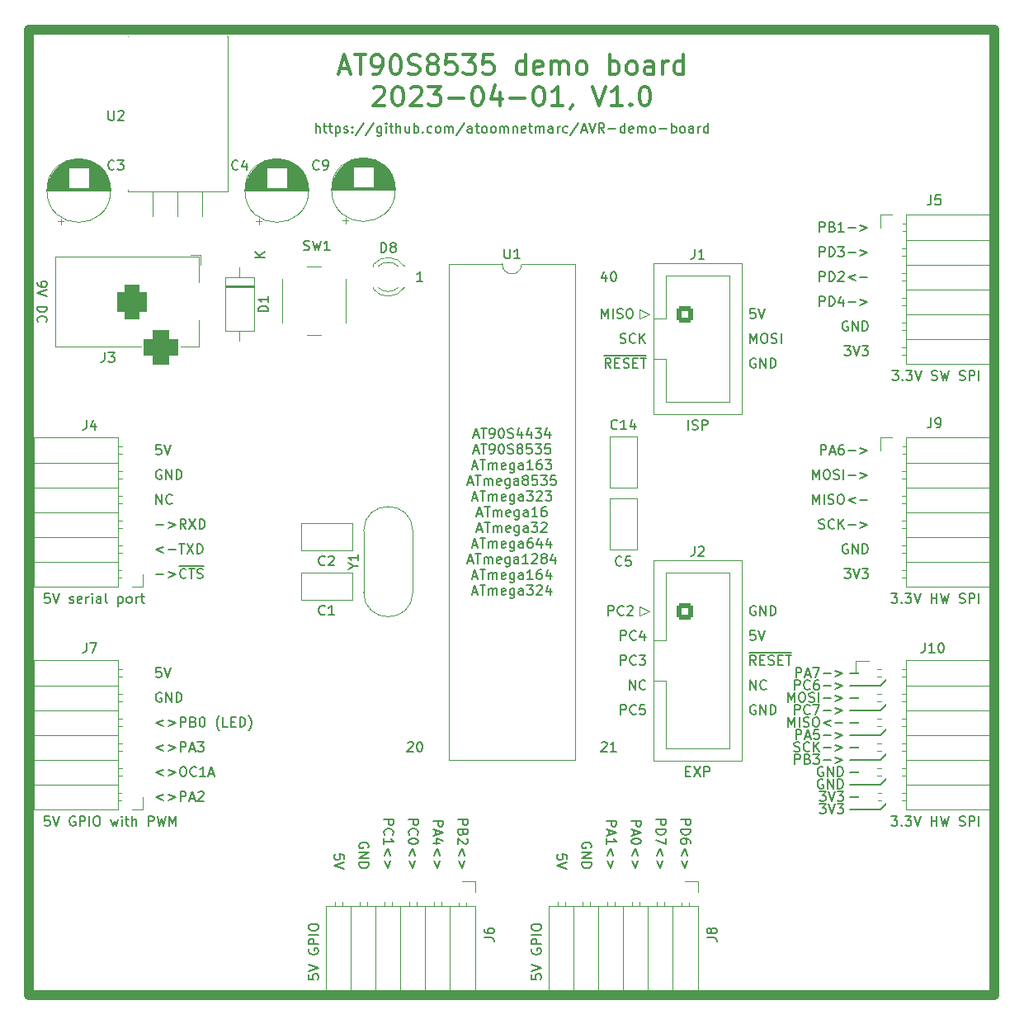
<source format=gto>
G04 #@! TF.GenerationSoftware,KiCad,Pcbnew,7.0.10*
G04 #@! TF.CreationDate,2024-01-13T10:24:10+01:00*
G04 #@! TF.ProjectId,at90s8535,61743930-7338-4353-9335-2e6b69636164,V1.0*
G04 #@! TF.SameCoordinates,Original*
G04 #@! TF.FileFunction,Legend,Top*
G04 #@! TF.FilePolarity,Positive*
%FSLAX46Y46*%
G04 Gerber Fmt 4.6, Leading zero omitted, Abs format (unit mm)*
G04 Created by KiCad (PCBNEW 7.0.10) date 2024-01-13 10:24:10*
%MOMM*%
%LPD*%
G01*
G04 APERTURE LIST*
G04 Aperture macros list*
%AMRoundRect*
0 Rectangle with rounded corners*
0 $1 Rounding radius*
0 $2 $3 $4 $5 $6 $7 $8 $9 X,Y pos of 4 corners*
0 Add a 4 corners polygon primitive as box body*
4,1,4,$2,$3,$4,$5,$6,$7,$8,$9,$2,$3,0*
0 Add four circle primitives for the rounded corners*
1,1,$1+$1,$2,$3*
1,1,$1+$1,$4,$5*
1,1,$1+$1,$6,$7*
1,1,$1+$1,$8,$9*
0 Add four rect primitives between the rounded corners*
20,1,$1+$1,$2,$3,$4,$5,0*
20,1,$1+$1,$4,$5,$6,$7,0*
20,1,$1+$1,$6,$7,$8,$9,0*
20,1,$1+$1,$8,$9,$2,$3,0*%
G04 Aperture macros list end*
%ADD10C,0.150000*%
%ADD11C,1.000000*%
%ADD12C,0.300000*%
%ADD13C,0.120000*%
%ADD14R,1.700000X1.700000*%
%ADD15O,1.700000X1.700000*%
%ADD16C,1.600000*%
%ADD17C,0.800000*%
%ADD18C,6.400000*%
%ADD19R,1.600000X1.600000*%
%ADD20O,3.500000X3.500000*%
%ADD21R,1.905000X2.000000*%
%ADD22O,1.905000X2.000000*%
%ADD23C,1.500000*%
%ADD24O,1.600000X1.600000*%
%ADD25RoundRect,0.250000X-0.600000X-0.600000X0.600000X-0.600000X0.600000X0.600000X-0.600000X0.600000X0*%
%ADD26C,1.700000*%
%ADD27R,2.200000X2.200000*%
%ADD28O,2.200000X2.200000*%
%ADD29C,2.000000*%
%ADD30R,1.800000X1.800000*%
%ADD31C,1.800000*%
%ADD32R,3.500000X3.500000*%
%ADD33RoundRect,0.750000X-0.750000X-1.000000X0.750000X-1.000000X0.750000X1.000000X-0.750000X1.000000X0*%
%ADD34RoundRect,0.875000X-0.875000X-0.875000X0.875000X-0.875000X0.875000X0.875000X-0.875000X0.875000X0*%
G04 APERTURE END LIST*
D10*
X37846000Y-17780000D02*
X34671000Y-17780000D01*
X37846000Y-27940000D02*
X34671000Y-27940000D01*
X38989000Y-26670000D02*
X37846000Y-27940000D01*
X36449000Y-24130000D02*
X34671000Y-24130000D01*
X36449000Y-19050000D02*
X34671000Y-19050000D01*
X38989000Y-29210000D02*
X37846000Y-30480000D01*
X38989000Y-19050000D02*
X37846000Y-20320000D01*
X38989000Y-24130000D02*
X37846000Y-25400000D01*
X36449000Y-21590000D02*
X34671000Y-21590000D01*
D11*
X49530000Y-49530000D02*
X-49530000Y-49530000D01*
D10*
X37846000Y-20320000D02*
X34671000Y-20320000D01*
D11*
X49530000Y49530000D02*
X49530000Y-49530000D01*
X-49530000Y49530000D02*
X49530000Y49530000D01*
D10*
X37846000Y-25400000D02*
X34671000Y-25400000D01*
X38989000Y-21590000D02*
X37846000Y-22860000D01*
X37846000Y-22860000D02*
X34671000Y-22860000D01*
X36449000Y-26670000D02*
X34671000Y-26670000D01*
D11*
X-49530000Y-49530000D02*
X-49530000Y49530000D01*
D10*
X36449000Y-29210000D02*
X34671000Y-29210000D01*
X38989000Y-16510000D02*
X37846000Y-17780000D01*
X37846000Y-30480000D02*
X34671000Y-30480000D01*
X36449000Y-16510000D02*
X34671000Y-16510000D01*
X31572268Y-28664819D02*
X32191315Y-28664819D01*
X32191315Y-28664819D02*
X31857982Y-29045771D01*
X31857982Y-29045771D02*
X32000839Y-29045771D01*
X32000839Y-29045771D02*
X32096077Y-29093390D01*
X32096077Y-29093390D02*
X32143696Y-29141009D01*
X32143696Y-29141009D02*
X32191315Y-29236247D01*
X32191315Y-29236247D02*
X32191315Y-29474342D01*
X32191315Y-29474342D02*
X32143696Y-29569580D01*
X32143696Y-29569580D02*
X32096077Y-29617200D01*
X32096077Y-29617200D02*
X32000839Y-29664819D01*
X32000839Y-29664819D02*
X31715125Y-29664819D01*
X31715125Y-29664819D02*
X31619887Y-29617200D01*
X31619887Y-29617200D02*
X31572268Y-29569580D01*
X32477030Y-28664819D02*
X32810363Y-29664819D01*
X32810363Y-29664819D02*
X33143696Y-28664819D01*
X33381792Y-28664819D02*
X34000839Y-28664819D01*
X34000839Y-28664819D02*
X33667506Y-29045771D01*
X33667506Y-29045771D02*
X33810363Y-29045771D01*
X33810363Y-29045771D02*
X33905601Y-29093390D01*
X33905601Y-29093390D02*
X33953220Y-29141009D01*
X33953220Y-29141009D02*
X34000839Y-29236247D01*
X34000839Y-29236247D02*
X34000839Y-29474342D01*
X34000839Y-29474342D02*
X33953220Y-29569580D01*
X33953220Y-29569580D02*
X33905601Y-29617200D01*
X33905601Y-29617200D02*
X33810363Y-29664819D01*
X33810363Y-29664819D02*
X33524649Y-29664819D01*
X33524649Y-29664819D02*
X33429411Y-29617200D01*
X33429411Y-29617200D02*
X33381792Y-29569580D01*
X-5534819Y-31540840D02*
X-4534819Y-31540840D01*
X-4534819Y-31540840D02*
X-4534819Y-31921792D01*
X-4534819Y-31921792D02*
X-4582438Y-32017030D01*
X-4582438Y-32017030D02*
X-4630057Y-32064649D01*
X-4630057Y-32064649D02*
X-4725295Y-32112268D01*
X-4725295Y-32112268D02*
X-4868152Y-32112268D01*
X-4868152Y-32112268D02*
X-4963390Y-32064649D01*
X-4963390Y-32064649D02*
X-5011009Y-32017030D01*
X-5011009Y-32017030D02*
X-5058628Y-31921792D01*
X-5058628Y-31921792D02*
X-5058628Y-31540840D01*
X-5011009Y-32874173D02*
X-5058628Y-33017030D01*
X-5058628Y-33017030D02*
X-5106247Y-33064649D01*
X-5106247Y-33064649D02*
X-5201485Y-33112268D01*
X-5201485Y-33112268D02*
X-5344342Y-33112268D01*
X-5344342Y-33112268D02*
X-5439580Y-33064649D01*
X-5439580Y-33064649D02*
X-5487200Y-33017030D01*
X-5487200Y-33017030D02*
X-5534819Y-32921792D01*
X-5534819Y-32921792D02*
X-5534819Y-32540840D01*
X-5534819Y-32540840D02*
X-4534819Y-32540840D01*
X-4534819Y-32540840D02*
X-4534819Y-32874173D01*
X-4534819Y-32874173D02*
X-4582438Y-32969411D01*
X-4582438Y-32969411D02*
X-4630057Y-33017030D01*
X-4630057Y-33017030D02*
X-4725295Y-33064649D01*
X-4725295Y-33064649D02*
X-4820533Y-33064649D01*
X-4820533Y-33064649D02*
X-4915771Y-33017030D01*
X-4915771Y-33017030D02*
X-4963390Y-32969411D01*
X-4963390Y-32969411D02*
X-5011009Y-32874173D01*
X-5011009Y-32874173D02*
X-5011009Y-32540840D01*
X-4630057Y-33493221D02*
X-4582438Y-33540840D01*
X-4582438Y-33540840D02*
X-4534819Y-33636078D01*
X-4534819Y-33636078D02*
X-4534819Y-33874173D01*
X-4534819Y-33874173D02*
X-4582438Y-33969411D01*
X-4582438Y-33969411D02*
X-4630057Y-34017030D01*
X-4630057Y-34017030D02*
X-4725295Y-34064649D01*
X-4725295Y-34064649D02*
X-4820533Y-34064649D01*
X-4820533Y-34064649D02*
X-4963390Y-34017030D01*
X-4963390Y-34017030D02*
X-5534819Y-33445602D01*
X-5534819Y-33445602D02*
X-5534819Y-34064649D01*
X-4868152Y-35255126D02*
X-5153866Y-34493221D01*
X-5153866Y-34493221D02*
X-5439580Y-35255126D01*
X-4868152Y-35731316D02*
X-5153866Y-36493221D01*
X-5153866Y-36493221D02*
X-5439580Y-35731316D01*
X-36017030Y6895180D02*
X-36493220Y6895180D01*
X-36493220Y6895180D02*
X-36540839Y6418990D01*
X-36540839Y6418990D02*
X-36493220Y6466609D01*
X-36493220Y6466609D02*
X-36397982Y6514228D01*
X-36397982Y6514228D02*
X-36159887Y6514228D01*
X-36159887Y6514228D02*
X-36064649Y6466609D01*
X-36064649Y6466609D02*
X-36017030Y6418990D01*
X-36017030Y6418990D02*
X-35969411Y6323752D01*
X-35969411Y6323752D02*
X-35969411Y6085657D01*
X-35969411Y6085657D02*
X-36017030Y5990419D01*
X-36017030Y5990419D02*
X-36064649Y5942800D01*
X-36064649Y5942800D02*
X-36159887Y5895180D01*
X-36159887Y5895180D02*
X-36397982Y5895180D01*
X-36397982Y5895180D02*
X-36493220Y5942800D01*
X-36493220Y5942800D02*
X-36540839Y5990419D01*
X-35683696Y6895180D02*
X-35350363Y5895180D01*
X-35350363Y5895180D02*
X-35017030Y6895180D01*
X18073810Y8435180D02*
X18073810Y9435180D01*
X18502381Y8482800D02*
X18645238Y8435180D01*
X18645238Y8435180D02*
X18883333Y8435180D01*
X18883333Y8435180D02*
X18978571Y8482800D01*
X18978571Y8482800D02*
X19026190Y8530419D01*
X19026190Y8530419D02*
X19073809Y8625657D01*
X19073809Y8625657D02*
X19073809Y8720895D01*
X19073809Y8720895D02*
X19026190Y8816133D01*
X19026190Y8816133D02*
X18978571Y8863752D01*
X18978571Y8863752D02*
X18883333Y8911371D01*
X18883333Y8911371D02*
X18692857Y8958990D01*
X18692857Y8958990D02*
X18597619Y9006609D01*
X18597619Y9006609D02*
X18550000Y9054228D01*
X18550000Y9054228D02*
X18502381Y9149466D01*
X18502381Y9149466D02*
X18502381Y9244704D01*
X18502381Y9244704D02*
X18550000Y9339942D01*
X18550000Y9339942D02*
X18597619Y9387561D01*
X18597619Y9387561D02*
X18692857Y9435180D01*
X18692857Y9435180D02*
X18930952Y9435180D01*
X18930952Y9435180D02*
X19073809Y9387561D01*
X19502381Y8435180D02*
X19502381Y9435180D01*
X19502381Y9435180D02*
X19883333Y9435180D01*
X19883333Y9435180D02*
X19978571Y9387561D01*
X19978571Y9387561D02*
X20026190Y9339942D01*
X20026190Y9339942D02*
X20073809Y9244704D01*
X20073809Y9244704D02*
X20073809Y9101847D01*
X20073809Y9101847D02*
X20026190Y9006609D01*
X20026190Y9006609D02*
X19978571Y8958990D01*
X19978571Y8958990D02*
X19883333Y8911371D01*
X19883333Y8911371D02*
X19502381Y8911371D01*
X17859524Y-26601009D02*
X18192857Y-26601009D01*
X18335714Y-27124819D02*
X17859524Y-27124819D01*
X17859524Y-27124819D02*
X17859524Y-26124819D01*
X17859524Y-26124819D02*
X18335714Y-26124819D01*
X18669048Y-26124819D02*
X19335714Y-27124819D01*
X19335714Y-26124819D02*
X18669048Y-27124819D01*
X19716667Y-27124819D02*
X19716667Y-26124819D01*
X19716667Y-26124819D02*
X20097619Y-26124819D01*
X20097619Y-26124819D02*
X20192857Y-26172438D01*
X20192857Y-26172438D02*
X20240476Y-26220057D01*
X20240476Y-26220057D02*
X20288095Y-26315295D01*
X20288095Y-26315295D02*
X20288095Y-26458152D01*
X20288095Y-26458152D02*
X20240476Y-26553390D01*
X20240476Y-26553390D02*
X20192857Y-26601009D01*
X20192857Y-26601009D02*
X20097619Y-26648628D01*
X20097619Y-26648628D02*
X19716667Y-26648628D01*
X-36017030Y-15964819D02*
X-36493220Y-15964819D01*
X-36493220Y-15964819D02*
X-36540839Y-16441009D01*
X-36540839Y-16441009D02*
X-36493220Y-16393390D01*
X-36493220Y-16393390D02*
X-36397982Y-16345771D01*
X-36397982Y-16345771D02*
X-36159887Y-16345771D01*
X-36159887Y-16345771D02*
X-36064649Y-16393390D01*
X-36064649Y-16393390D02*
X-36017030Y-16441009D01*
X-36017030Y-16441009D02*
X-35969411Y-16536247D01*
X-35969411Y-16536247D02*
X-35969411Y-16774342D01*
X-35969411Y-16774342D02*
X-36017030Y-16869580D01*
X-36017030Y-16869580D02*
X-36064649Y-16917200D01*
X-36064649Y-16917200D02*
X-36159887Y-16964819D01*
X-36159887Y-16964819D02*
X-36397982Y-16964819D01*
X-36397982Y-16964819D02*
X-36493220Y-16917200D01*
X-36493220Y-16917200D02*
X-36540839Y-16869580D01*
X-35683696Y-15964819D02*
X-35350363Y-16964819D01*
X-35350363Y-16964819D02*
X-35017030Y-15964819D01*
X25038207Y-15694819D02*
X24704874Y-15218628D01*
X24466779Y-15694819D02*
X24466779Y-14694819D01*
X24466779Y-14694819D02*
X24847731Y-14694819D01*
X24847731Y-14694819D02*
X24942969Y-14742438D01*
X24942969Y-14742438D02*
X24990588Y-14790057D01*
X24990588Y-14790057D02*
X25038207Y-14885295D01*
X25038207Y-14885295D02*
X25038207Y-15028152D01*
X25038207Y-15028152D02*
X24990588Y-15123390D01*
X24990588Y-15123390D02*
X24942969Y-15171009D01*
X24942969Y-15171009D02*
X24847731Y-15218628D01*
X24847731Y-15218628D02*
X24466779Y-15218628D01*
X25466779Y-15171009D02*
X25800112Y-15171009D01*
X25942969Y-15694819D02*
X25466779Y-15694819D01*
X25466779Y-15694819D02*
X25466779Y-14694819D01*
X25466779Y-14694819D02*
X25942969Y-14694819D01*
X26323922Y-15647200D02*
X26466779Y-15694819D01*
X26466779Y-15694819D02*
X26704874Y-15694819D01*
X26704874Y-15694819D02*
X26800112Y-15647200D01*
X26800112Y-15647200D02*
X26847731Y-15599580D01*
X26847731Y-15599580D02*
X26895350Y-15504342D01*
X26895350Y-15504342D02*
X26895350Y-15409104D01*
X26895350Y-15409104D02*
X26847731Y-15313866D01*
X26847731Y-15313866D02*
X26800112Y-15266247D01*
X26800112Y-15266247D02*
X26704874Y-15218628D01*
X26704874Y-15218628D02*
X26514398Y-15171009D01*
X26514398Y-15171009D02*
X26419160Y-15123390D01*
X26419160Y-15123390D02*
X26371541Y-15075771D01*
X26371541Y-15075771D02*
X26323922Y-14980533D01*
X26323922Y-14980533D02*
X26323922Y-14885295D01*
X26323922Y-14885295D02*
X26371541Y-14790057D01*
X26371541Y-14790057D02*
X26419160Y-14742438D01*
X26419160Y-14742438D02*
X26514398Y-14694819D01*
X26514398Y-14694819D02*
X26752493Y-14694819D01*
X26752493Y-14694819D02*
X26895350Y-14742438D01*
X27323922Y-15171009D02*
X27657255Y-15171009D01*
X27800112Y-15694819D02*
X27323922Y-15694819D01*
X27323922Y-15694819D02*
X27323922Y-14694819D01*
X27323922Y-14694819D02*
X27800112Y-14694819D01*
X28085827Y-14694819D02*
X28657255Y-14694819D01*
X28371541Y-15694819D02*
X28371541Y-14694819D01*
X24328684Y-14417200D02*
X28652494Y-14417200D01*
X-35969411Y4307561D02*
X-36064649Y4355180D01*
X-36064649Y4355180D02*
X-36207506Y4355180D01*
X-36207506Y4355180D02*
X-36350363Y4307561D01*
X-36350363Y4307561D02*
X-36445601Y4212323D01*
X-36445601Y4212323D02*
X-36493220Y4117085D01*
X-36493220Y4117085D02*
X-36540839Y3926609D01*
X-36540839Y3926609D02*
X-36540839Y3783752D01*
X-36540839Y3783752D02*
X-36493220Y3593276D01*
X-36493220Y3593276D02*
X-36445601Y3498038D01*
X-36445601Y3498038D02*
X-36350363Y3402800D01*
X-36350363Y3402800D02*
X-36207506Y3355180D01*
X-36207506Y3355180D02*
X-36112268Y3355180D01*
X-36112268Y3355180D02*
X-35969411Y3402800D01*
X-35969411Y3402800D02*
X-35921792Y3450419D01*
X-35921792Y3450419D02*
X-35921792Y3783752D01*
X-35921792Y3783752D02*
X-36112268Y3783752D01*
X-35493220Y3355180D02*
X-35493220Y4355180D01*
X-35493220Y4355180D02*
X-34921792Y3355180D01*
X-34921792Y3355180D02*
X-34921792Y4355180D01*
X-34445601Y3355180D02*
X-34445601Y4355180D01*
X-34445601Y4355180D02*
X-34207506Y4355180D01*
X-34207506Y4355180D02*
X-34064649Y4307561D01*
X-34064649Y4307561D02*
X-33969411Y4212323D01*
X-33969411Y4212323D02*
X-33921792Y4117085D01*
X-33921792Y4117085D02*
X-33874173Y3926609D01*
X-33874173Y3926609D02*
X-33874173Y3783752D01*
X-33874173Y3783752D02*
X-33921792Y3593276D01*
X-33921792Y3593276D02*
X-33969411Y3498038D01*
X-33969411Y3498038D02*
X-34064649Y3402800D01*
X-34064649Y3402800D02*
X-34207506Y3355180D01*
X-34207506Y3355180D02*
X-34445601Y3355180D01*
X-36493220Y-6423866D02*
X-35731316Y-6423866D01*
X-35255125Y-6138152D02*
X-34493221Y-6423866D01*
X-34493221Y-6423866D02*
X-35255125Y-6709580D01*
X-33445602Y-6709580D02*
X-33493221Y-6757200D01*
X-33493221Y-6757200D02*
X-33636078Y-6804819D01*
X-33636078Y-6804819D02*
X-33731316Y-6804819D01*
X-33731316Y-6804819D02*
X-33874173Y-6757200D01*
X-33874173Y-6757200D02*
X-33969411Y-6661961D01*
X-33969411Y-6661961D02*
X-34017030Y-6566723D01*
X-34017030Y-6566723D02*
X-34064649Y-6376247D01*
X-34064649Y-6376247D02*
X-34064649Y-6233390D01*
X-34064649Y-6233390D02*
X-34017030Y-6042914D01*
X-34017030Y-6042914D02*
X-33969411Y-5947676D01*
X-33969411Y-5947676D02*
X-33874173Y-5852438D01*
X-33874173Y-5852438D02*
X-33731316Y-5804819D01*
X-33731316Y-5804819D02*
X-33636078Y-5804819D01*
X-33636078Y-5804819D02*
X-33493221Y-5852438D01*
X-33493221Y-5852438D02*
X-33445602Y-5900057D01*
X-33159887Y-5804819D02*
X-32588459Y-5804819D01*
X-32874173Y-6804819D02*
X-32874173Y-5804819D01*
X-32302744Y-6757200D02*
X-32159887Y-6804819D01*
X-32159887Y-6804819D02*
X-31921792Y-6804819D01*
X-31921792Y-6804819D02*
X-31826554Y-6757200D01*
X-31826554Y-6757200D02*
X-31778935Y-6709580D01*
X-31778935Y-6709580D02*
X-31731316Y-6614342D01*
X-31731316Y-6614342D02*
X-31731316Y-6519104D01*
X-31731316Y-6519104D02*
X-31778935Y-6423866D01*
X-31778935Y-6423866D02*
X-31826554Y-6376247D01*
X-31826554Y-6376247D02*
X-31921792Y-6328628D01*
X-31921792Y-6328628D02*
X-32112268Y-6281009D01*
X-32112268Y-6281009D02*
X-32207506Y-6233390D01*
X-32207506Y-6233390D02*
X-32255125Y-6185771D01*
X-32255125Y-6185771D02*
X-32302744Y-6090533D01*
X-32302744Y-6090533D02*
X-32302744Y-5995295D01*
X-32302744Y-5995295D02*
X-32255125Y-5900057D01*
X-32255125Y-5900057D02*
X-32207506Y-5852438D01*
X-32207506Y-5852438D02*
X-32112268Y-5804819D01*
X-32112268Y-5804819D02*
X-31874173Y-5804819D01*
X-31874173Y-5804819D02*
X-31731316Y-5852438D01*
X-34155126Y-5527200D02*
X-31640840Y-5527200D01*
X38923221Y-8344819D02*
X39542268Y-8344819D01*
X39542268Y-8344819D02*
X39208935Y-8725771D01*
X39208935Y-8725771D02*
X39351792Y-8725771D01*
X39351792Y-8725771D02*
X39447030Y-8773390D01*
X39447030Y-8773390D02*
X39494649Y-8821009D01*
X39494649Y-8821009D02*
X39542268Y-8916247D01*
X39542268Y-8916247D02*
X39542268Y-9154342D01*
X39542268Y-9154342D02*
X39494649Y-9249580D01*
X39494649Y-9249580D02*
X39447030Y-9297200D01*
X39447030Y-9297200D02*
X39351792Y-9344819D01*
X39351792Y-9344819D02*
X39066078Y-9344819D01*
X39066078Y-9344819D02*
X38970840Y-9297200D01*
X38970840Y-9297200D02*
X38923221Y-9249580D01*
X39970840Y-9249580D02*
X40018459Y-9297200D01*
X40018459Y-9297200D02*
X39970840Y-9344819D01*
X39970840Y-9344819D02*
X39923221Y-9297200D01*
X39923221Y-9297200D02*
X39970840Y-9249580D01*
X39970840Y-9249580D02*
X39970840Y-9344819D01*
X40351792Y-8344819D02*
X40970839Y-8344819D01*
X40970839Y-8344819D02*
X40637506Y-8725771D01*
X40637506Y-8725771D02*
X40780363Y-8725771D01*
X40780363Y-8725771D02*
X40875601Y-8773390D01*
X40875601Y-8773390D02*
X40923220Y-8821009D01*
X40923220Y-8821009D02*
X40970839Y-8916247D01*
X40970839Y-8916247D02*
X40970839Y-9154342D01*
X40970839Y-9154342D02*
X40923220Y-9249580D01*
X40923220Y-9249580D02*
X40875601Y-9297200D01*
X40875601Y-9297200D02*
X40780363Y-9344819D01*
X40780363Y-9344819D02*
X40494649Y-9344819D01*
X40494649Y-9344819D02*
X40399411Y-9297200D01*
X40399411Y-9297200D02*
X40351792Y-9249580D01*
X41256554Y-8344819D02*
X41589887Y-9344819D01*
X41589887Y-9344819D02*
X41923220Y-8344819D01*
X43018459Y-9344819D02*
X43018459Y-8344819D01*
X43018459Y-8821009D02*
X43589887Y-8821009D01*
X43589887Y-9344819D02*
X43589887Y-8344819D01*
X43970840Y-8344819D02*
X44208935Y-9344819D01*
X44208935Y-9344819D02*
X44399411Y-8630533D01*
X44399411Y-8630533D02*
X44589887Y-9344819D01*
X44589887Y-9344819D02*
X44827983Y-8344819D01*
X45923221Y-9297200D02*
X46066078Y-9344819D01*
X46066078Y-9344819D02*
X46304173Y-9344819D01*
X46304173Y-9344819D02*
X46399411Y-9297200D01*
X46399411Y-9297200D02*
X46447030Y-9249580D01*
X46447030Y-9249580D02*
X46494649Y-9154342D01*
X46494649Y-9154342D02*
X46494649Y-9059104D01*
X46494649Y-9059104D02*
X46447030Y-8963866D01*
X46447030Y-8963866D02*
X46399411Y-8916247D01*
X46399411Y-8916247D02*
X46304173Y-8868628D01*
X46304173Y-8868628D02*
X46113697Y-8821009D01*
X46113697Y-8821009D02*
X46018459Y-8773390D01*
X46018459Y-8773390D02*
X45970840Y-8725771D01*
X45970840Y-8725771D02*
X45923221Y-8630533D01*
X45923221Y-8630533D02*
X45923221Y-8535295D01*
X45923221Y-8535295D02*
X45970840Y-8440057D01*
X45970840Y-8440057D02*
X46018459Y-8392438D01*
X46018459Y-8392438D02*
X46113697Y-8344819D01*
X46113697Y-8344819D02*
X46351792Y-8344819D01*
X46351792Y-8344819D02*
X46494649Y-8392438D01*
X46923221Y-9344819D02*
X46923221Y-8344819D01*
X46923221Y-8344819D02*
X47304173Y-8344819D01*
X47304173Y-8344819D02*
X47399411Y-8392438D01*
X47399411Y-8392438D02*
X47447030Y-8440057D01*
X47447030Y-8440057D02*
X47494649Y-8535295D01*
X47494649Y-8535295D02*
X47494649Y-8678152D01*
X47494649Y-8678152D02*
X47447030Y-8773390D01*
X47447030Y-8773390D02*
X47399411Y-8821009D01*
X47399411Y-8821009D02*
X47304173Y-8868628D01*
X47304173Y-8868628D02*
X46923221Y-8868628D01*
X47923221Y-9344819D02*
X47923221Y-8344819D01*
X24990588Y-9662438D02*
X24895350Y-9614819D01*
X24895350Y-9614819D02*
X24752493Y-9614819D01*
X24752493Y-9614819D02*
X24609636Y-9662438D01*
X24609636Y-9662438D02*
X24514398Y-9757676D01*
X24514398Y-9757676D02*
X24466779Y-9852914D01*
X24466779Y-9852914D02*
X24419160Y-10043390D01*
X24419160Y-10043390D02*
X24419160Y-10186247D01*
X24419160Y-10186247D02*
X24466779Y-10376723D01*
X24466779Y-10376723D02*
X24514398Y-10471961D01*
X24514398Y-10471961D02*
X24609636Y-10567200D01*
X24609636Y-10567200D02*
X24752493Y-10614819D01*
X24752493Y-10614819D02*
X24847731Y-10614819D01*
X24847731Y-10614819D02*
X24990588Y-10567200D01*
X24990588Y-10567200D02*
X25038207Y-10519580D01*
X25038207Y-10519580D02*
X25038207Y-10186247D01*
X25038207Y-10186247D02*
X24847731Y-10186247D01*
X25466779Y-10614819D02*
X25466779Y-9614819D01*
X25466779Y-9614819D02*
X26038207Y-10614819D01*
X26038207Y-10614819D02*
X26038207Y-9614819D01*
X26514398Y-10614819D02*
X26514398Y-9614819D01*
X26514398Y-9614819D02*
X26752493Y-9614819D01*
X26752493Y-9614819D02*
X26895350Y-9662438D01*
X26895350Y-9662438D02*
X26990588Y-9757676D01*
X26990588Y-9757676D02*
X27038207Y-9852914D01*
X27038207Y-9852914D02*
X27085826Y-10043390D01*
X27085826Y-10043390D02*
X27085826Y-10186247D01*
X27085826Y-10186247D02*
X27038207Y-10376723D01*
X27038207Y-10376723D02*
X26990588Y-10471961D01*
X26990588Y-10471961D02*
X26895350Y-10567200D01*
X26895350Y-10567200D02*
X26752493Y-10614819D01*
X26752493Y-10614819D02*
X26514398Y-10614819D01*
X-10614819Y-31540840D02*
X-9614819Y-31540840D01*
X-9614819Y-31540840D02*
X-9614819Y-31921792D01*
X-9614819Y-31921792D02*
X-9662438Y-32017030D01*
X-9662438Y-32017030D02*
X-9710057Y-32064649D01*
X-9710057Y-32064649D02*
X-9805295Y-32112268D01*
X-9805295Y-32112268D02*
X-9948152Y-32112268D01*
X-9948152Y-32112268D02*
X-10043390Y-32064649D01*
X-10043390Y-32064649D02*
X-10091009Y-32017030D01*
X-10091009Y-32017030D02*
X-10138628Y-31921792D01*
X-10138628Y-31921792D02*
X-10138628Y-31540840D01*
X-10519580Y-33112268D02*
X-10567200Y-33064649D01*
X-10567200Y-33064649D02*
X-10614819Y-32921792D01*
X-10614819Y-32921792D02*
X-10614819Y-32826554D01*
X-10614819Y-32826554D02*
X-10567200Y-32683697D01*
X-10567200Y-32683697D02*
X-10471961Y-32588459D01*
X-10471961Y-32588459D02*
X-10376723Y-32540840D01*
X-10376723Y-32540840D02*
X-10186247Y-32493221D01*
X-10186247Y-32493221D02*
X-10043390Y-32493221D01*
X-10043390Y-32493221D02*
X-9852914Y-32540840D01*
X-9852914Y-32540840D02*
X-9757676Y-32588459D01*
X-9757676Y-32588459D02*
X-9662438Y-32683697D01*
X-9662438Y-32683697D02*
X-9614819Y-32826554D01*
X-9614819Y-32826554D02*
X-9614819Y-32921792D01*
X-9614819Y-32921792D02*
X-9662438Y-33064649D01*
X-9662438Y-33064649D02*
X-9710057Y-33112268D01*
X-9614819Y-33731316D02*
X-9614819Y-33826554D01*
X-9614819Y-33826554D02*
X-9662438Y-33921792D01*
X-9662438Y-33921792D02*
X-9710057Y-33969411D01*
X-9710057Y-33969411D02*
X-9805295Y-34017030D01*
X-9805295Y-34017030D02*
X-9995771Y-34064649D01*
X-9995771Y-34064649D02*
X-10233866Y-34064649D01*
X-10233866Y-34064649D02*
X-10424342Y-34017030D01*
X-10424342Y-34017030D02*
X-10519580Y-33969411D01*
X-10519580Y-33969411D02*
X-10567200Y-33921792D01*
X-10567200Y-33921792D02*
X-10614819Y-33826554D01*
X-10614819Y-33826554D02*
X-10614819Y-33731316D01*
X-10614819Y-33731316D02*
X-10567200Y-33636078D01*
X-10567200Y-33636078D02*
X-10519580Y-33588459D01*
X-10519580Y-33588459D02*
X-10424342Y-33540840D01*
X-10424342Y-33540840D02*
X-10233866Y-33493221D01*
X-10233866Y-33493221D02*
X-9995771Y-33493221D01*
X-9995771Y-33493221D02*
X-9805295Y-33540840D01*
X-9805295Y-33540840D02*
X-9710057Y-33588459D01*
X-9710057Y-33588459D02*
X-9662438Y-33636078D01*
X-9662438Y-33636078D02*
X-9614819Y-33731316D01*
X-9948152Y-35255126D02*
X-10233866Y-34493221D01*
X-10233866Y-34493221D02*
X-10519580Y-35255126D01*
X-9948152Y-35731316D02*
X-10233866Y-36493221D01*
X-10233866Y-36493221D02*
X-10519580Y-35731316D01*
X-48714819Y23589999D02*
X-48714819Y23399523D01*
X-48714819Y23399523D02*
X-48667200Y23304285D01*
X-48667200Y23304285D02*
X-48619580Y23256666D01*
X-48619580Y23256666D02*
X-48476723Y23161428D01*
X-48476723Y23161428D02*
X-48286247Y23113809D01*
X-48286247Y23113809D02*
X-47905295Y23113809D01*
X-47905295Y23113809D02*
X-47810057Y23161428D01*
X-47810057Y23161428D02*
X-47762438Y23209047D01*
X-47762438Y23209047D02*
X-47714819Y23304285D01*
X-47714819Y23304285D02*
X-47714819Y23494761D01*
X-47714819Y23494761D02*
X-47762438Y23589999D01*
X-47762438Y23589999D02*
X-47810057Y23637618D01*
X-47810057Y23637618D02*
X-47905295Y23685237D01*
X-47905295Y23685237D02*
X-48143390Y23685237D01*
X-48143390Y23685237D02*
X-48238628Y23637618D01*
X-48238628Y23637618D02*
X-48286247Y23589999D01*
X-48286247Y23589999D02*
X-48333866Y23494761D01*
X-48333866Y23494761D02*
X-48333866Y23304285D01*
X-48333866Y23304285D02*
X-48286247Y23209047D01*
X-48286247Y23209047D02*
X-48238628Y23161428D01*
X-48238628Y23161428D02*
X-48143390Y23113809D01*
X-47714819Y22828094D02*
X-48714819Y22494761D01*
X-48714819Y22494761D02*
X-47714819Y22161428D01*
X-48714819Y21066189D02*
X-47714819Y21066189D01*
X-47714819Y21066189D02*
X-47714819Y20828094D01*
X-47714819Y20828094D02*
X-47762438Y20685237D01*
X-47762438Y20685237D02*
X-47857676Y20589999D01*
X-47857676Y20589999D02*
X-47952914Y20542380D01*
X-47952914Y20542380D02*
X-48143390Y20494761D01*
X-48143390Y20494761D02*
X-48286247Y20494761D01*
X-48286247Y20494761D02*
X-48476723Y20542380D01*
X-48476723Y20542380D02*
X-48571961Y20589999D01*
X-48571961Y20589999D02*
X-48667200Y20685237D01*
X-48667200Y20685237D02*
X-48714819Y20828094D01*
X-48714819Y20828094D02*
X-48714819Y21066189D01*
X-48619580Y19494761D02*
X-48667200Y19542380D01*
X-48667200Y19542380D02*
X-48714819Y19685237D01*
X-48714819Y19685237D02*
X-48714819Y19780475D01*
X-48714819Y19780475D02*
X-48667200Y19923332D01*
X-48667200Y19923332D02*
X-48571961Y20018570D01*
X-48571961Y20018570D02*
X-48476723Y20066189D01*
X-48476723Y20066189D02*
X-48286247Y20113808D01*
X-48286247Y20113808D02*
X-48143390Y20113808D01*
X-48143390Y20113808D02*
X-47952914Y20066189D01*
X-47952914Y20066189D02*
X-47857676Y20018570D01*
X-47857676Y20018570D02*
X-47762438Y19923332D01*
X-47762438Y19923332D02*
X-47714819Y19780475D01*
X-47714819Y19780475D02*
X-47714819Y19685237D01*
X-47714819Y19685237D02*
X-47762438Y19542380D01*
X-47762438Y19542380D02*
X-47810057Y19494761D01*
X17325180Y-31540840D02*
X18325180Y-31540840D01*
X18325180Y-31540840D02*
X18325180Y-31921792D01*
X18325180Y-31921792D02*
X18277561Y-32017030D01*
X18277561Y-32017030D02*
X18229942Y-32064649D01*
X18229942Y-32064649D02*
X18134704Y-32112268D01*
X18134704Y-32112268D02*
X17991847Y-32112268D01*
X17991847Y-32112268D02*
X17896609Y-32064649D01*
X17896609Y-32064649D02*
X17848990Y-32017030D01*
X17848990Y-32017030D02*
X17801371Y-31921792D01*
X17801371Y-31921792D02*
X17801371Y-31540840D01*
X17325180Y-32540840D02*
X18325180Y-32540840D01*
X18325180Y-32540840D02*
X18325180Y-32778935D01*
X18325180Y-32778935D02*
X18277561Y-32921792D01*
X18277561Y-32921792D02*
X18182323Y-33017030D01*
X18182323Y-33017030D02*
X18087085Y-33064649D01*
X18087085Y-33064649D02*
X17896609Y-33112268D01*
X17896609Y-33112268D02*
X17753752Y-33112268D01*
X17753752Y-33112268D02*
X17563276Y-33064649D01*
X17563276Y-33064649D02*
X17468038Y-33017030D01*
X17468038Y-33017030D02*
X17372800Y-32921792D01*
X17372800Y-32921792D02*
X17325180Y-32778935D01*
X17325180Y-32778935D02*
X17325180Y-32540840D01*
X18325180Y-33969411D02*
X18325180Y-33778935D01*
X18325180Y-33778935D02*
X18277561Y-33683697D01*
X18277561Y-33683697D02*
X18229942Y-33636078D01*
X18229942Y-33636078D02*
X18087085Y-33540840D01*
X18087085Y-33540840D02*
X17896609Y-33493221D01*
X17896609Y-33493221D02*
X17515657Y-33493221D01*
X17515657Y-33493221D02*
X17420419Y-33540840D01*
X17420419Y-33540840D02*
X17372800Y-33588459D01*
X17372800Y-33588459D02*
X17325180Y-33683697D01*
X17325180Y-33683697D02*
X17325180Y-33874173D01*
X17325180Y-33874173D02*
X17372800Y-33969411D01*
X17372800Y-33969411D02*
X17420419Y-34017030D01*
X17420419Y-34017030D02*
X17515657Y-34064649D01*
X17515657Y-34064649D02*
X17753752Y-34064649D01*
X17753752Y-34064649D02*
X17848990Y-34017030D01*
X17848990Y-34017030D02*
X17896609Y-33969411D01*
X17896609Y-33969411D02*
X17944228Y-33874173D01*
X17944228Y-33874173D02*
X17944228Y-33683697D01*
X17944228Y-33683697D02*
X17896609Y-33588459D01*
X17896609Y-33588459D02*
X17848990Y-33540840D01*
X17848990Y-33540840D02*
X17753752Y-33493221D01*
X17991847Y-35255126D02*
X17706133Y-34493221D01*
X17706133Y-34493221D02*
X17420419Y-35255126D01*
X17991847Y-35731316D02*
X17706133Y-36493221D01*
X17706133Y-36493221D02*
X17420419Y-35731316D01*
X-47447030Y-31204819D02*
X-47923220Y-31204819D01*
X-47923220Y-31204819D02*
X-47970839Y-31681009D01*
X-47970839Y-31681009D02*
X-47923220Y-31633390D01*
X-47923220Y-31633390D02*
X-47827982Y-31585771D01*
X-47827982Y-31585771D02*
X-47589887Y-31585771D01*
X-47589887Y-31585771D02*
X-47494649Y-31633390D01*
X-47494649Y-31633390D02*
X-47447030Y-31681009D01*
X-47447030Y-31681009D02*
X-47399411Y-31776247D01*
X-47399411Y-31776247D02*
X-47399411Y-32014342D01*
X-47399411Y-32014342D02*
X-47447030Y-32109580D01*
X-47447030Y-32109580D02*
X-47494649Y-32157200D01*
X-47494649Y-32157200D02*
X-47589887Y-32204819D01*
X-47589887Y-32204819D02*
X-47827982Y-32204819D01*
X-47827982Y-32204819D02*
X-47923220Y-32157200D01*
X-47923220Y-32157200D02*
X-47970839Y-32109580D01*
X-47113696Y-31204819D02*
X-46780363Y-32204819D01*
X-46780363Y-32204819D02*
X-46447030Y-31204819D01*
X-44827982Y-31252438D02*
X-44923220Y-31204819D01*
X-44923220Y-31204819D02*
X-45066077Y-31204819D01*
X-45066077Y-31204819D02*
X-45208934Y-31252438D01*
X-45208934Y-31252438D02*
X-45304172Y-31347676D01*
X-45304172Y-31347676D02*
X-45351791Y-31442914D01*
X-45351791Y-31442914D02*
X-45399410Y-31633390D01*
X-45399410Y-31633390D02*
X-45399410Y-31776247D01*
X-45399410Y-31776247D02*
X-45351791Y-31966723D01*
X-45351791Y-31966723D02*
X-45304172Y-32061961D01*
X-45304172Y-32061961D02*
X-45208934Y-32157200D01*
X-45208934Y-32157200D02*
X-45066077Y-32204819D01*
X-45066077Y-32204819D02*
X-44970839Y-32204819D01*
X-44970839Y-32204819D02*
X-44827982Y-32157200D01*
X-44827982Y-32157200D02*
X-44780363Y-32109580D01*
X-44780363Y-32109580D02*
X-44780363Y-31776247D01*
X-44780363Y-31776247D02*
X-44970839Y-31776247D01*
X-44351791Y-32204819D02*
X-44351791Y-31204819D01*
X-44351791Y-31204819D02*
X-43970839Y-31204819D01*
X-43970839Y-31204819D02*
X-43875601Y-31252438D01*
X-43875601Y-31252438D02*
X-43827982Y-31300057D01*
X-43827982Y-31300057D02*
X-43780363Y-31395295D01*
X-43780363Y-31395295D02*
X-43780363Y-31538152D01*
X-43780363Y-31538152D02*
X-43827982Y-31633390D01*
X-43827982Y-31633390D02*
X-43875601Y-31681009D01*
X-43875601Y-31681009D02*
X-43970839Y-31728628D01*
X-43970839Y-31728628D02*
X-44351791Y-31728628D01*
X-43351791Y-32204819D02*
X-43351791Y-31204819D01*
X-42685125Y-31204819D02*
X-42494649Y-31204819D01*
X-42494649Y-31204819D02*
X-42399411Y-31252438D01*
X-42399411Y-31252438D02*
X-42304173Y-31347676D01*
X-42304173Y-31347676D02*
X-42256554Y-31538152D01*
X-42256554Y-31538152D02*
X-42256554Y-31871485D01*
X-42256554Y-31871485D02*
X-42304173Y-32061961D01*
X-42304173Y-32061961D02*
X-42399411Y-32157200D01*
X-42399411Y-32157200D02*
X-42494649Y-32204819D01*
X-42494649Y-32204819D02*
X-42685125Y-32204819D01*
X-42685125Y-32204819D02*
X-42780363Y-32157200D01*
X-42780363Y-32157200D02*
X-42875601Y-32061961D01*
X-42875601Y-32061961D02*
X-42923220Y-31871485D01*
X-42923220Y-31871485D02*
X-42923220Y-31538152D01*
X-42923220Y-31538152D02*
X-42875601Y-31347676D01*
X-42875601Y-31347676D02*
X-42780363Y-31252438D01*
X-42780363Y-31252438D02*
X-42685125Y-31204819D01*
X-41161315Y-31538152D02*
X-40970839Y-32204819D01*
X-40970839Y-32204819D02*
X-40780363Y-31728628D01*
X-40780363Y-31728628D02*
X-40589887Y-32204819D01*
X-40589887Y-32204819D02*
X-40399411Y-31538152D01*
X-40018458Y-32204819D02*
X-40018458Y-31538152D01*
X-40018458Y-31204819D02*
X-40066077Y-31252438D01*
X-40066077Y-31252438D02*
X-40018458Y-31300057D01*
X-40018458Y-31300057D02*
X-39970839Y-31252438D01*
X-39970839Y-31252438D02*
X-40018458Y-31204819D01*
X-40018458Y-31204819D02*
X-40018458Y-31300057D01*
X-39685125Y-31538152D02*
X-39304173Y-31538152D01*
X-39542268Y-31204819D02*
X-39542268Y-32061961D01*
X-39542268Y-32061961D02*
X-39494649Y-32157200D01*
X-39494649Y-32157200D02*
X-39399411Y-32204819D01*
X-39399411Y-32204819D02*
X-39304173Y-32204819D01*
X-38970839Y-32204819D02*
X-38970839Y-31204819D01*
X-38542268Y-32204819D02*
X-38542268Y-31681009D01*
X-38542268Y-31681009D02*
X-38589887Y-31585771D01*
X-38589887Y-31585771D02*
X-38685125Y-31538152D01*
X-38685125Y-31538152D02*
X-38827982Y-31538152D01*
X-38827982Y-31538152D02*
X-38923220Y-31585771D01*
X-38923220Y-31585771D02*
X-38970839Y-31633390D01*
X-37304172Y-32204819D02*
X-37304172Y-31204819D01*
X-37304172Y-31204819D02*
X-36923220Y-31204819D01*
X-36923220Y-31204819D02*
X-36827982Y-31252438D01*
X-36827982Y-31252438D02*
X-36780363Y-31300057D01*
X-36780363Y-31300057D02*
X-36732744Y-31395295D01*
X-36732744Y-31395295D02*
X-36732744Y-31538152D01*
X-36732744Y-31538152D02*
X-36780363Y-31633390D01*
X-36780363Y-31633390D02*
X-36827982Y-31681009D01*
X-36827982Y-31681009D02*
X-36923220Y-31728628D01*
X-36923220Y-31728628D02*
X-37304172Y-31728628D01*
X-36399410Y-31204819D02*
X-36161315Y-32204819D01*
X-36161315Y-32204819D02*
X-35970839Y-31490533D01*
X-35970839Y-31490533D02*
X-35780363Y-32204819D01*
X-35780363Y-32204819D02*
X-35542268Y-31204819D01*
X-35161315Y-32204819D02*
X-35161315Y-31204819D01*
X-35161315Y-31204819D02*
X-34827982Y-31919104D01*
X-34827982Y-31919104D02*
X-34494649Y-31204819D01*
X-34494649Y-31204819D02*
X-34494649Y-32204819D01*
X5625180Y-35636077D02*
X5625180Y-35159887D01*
X5625180Y-35159887D02*
X5148990Y-35112268D01*
X5148990Y-35112268D02*
X5196609Y-35159887D01*
X5196609Y-35159887D02*
X5244228Y-35255125D01*
X5244228Y-35255125D02*
X5244228Y-35493220D01*
X5244228Y-35493220D02*
X5196609Y-35588458D01*
X5196609Y-35588458D02*
X5148990Y-35636077D01*
X5148990Y-35636077D02*
X5053752Y-35683696D01*
X5053752Y-35683696D02*
X4815657Y-35683696D01*
X4815657Y-35683696D02*
X4720419Y-35636077D01*
X4720419Y-35636077D02*
X4672800Y-35588458D01*
X4672800Y-35588458D02*
X4625180Y-35493220D01*
X4625180Y-35493220D02*
X4625180Y-35255125D01*
X4625180Y-35255125D02*
X4672800Y-35159887D01*
X4672800Y-35159887D02*
X4720419Y-35112268D01*
X5625180Y-35969411D02*
X4625180Y-36302744D01*
X4625180Y-36302744D02*
X5625180Y-36636077D01*
X-35731316Y-26458152D02*
X-36493220Y-26743866D01*
X-36493220Y-26743866D02*
X-35731316Y-27029580D01*
X-35255125Y-26458152D02*
X-34493221Y-26743866D01*
X-34493221Y-26743866D02*
X-35255125Y-27029580D01*
X-33826554Y-26124819D02*
X-33636078Y-26124819D01*
X-33636078Y-26124819D02*
X-33540840Y-26172438D01*
X-33540840Y-26172438D02*
X-33445602Y-26267676D01*
X-33445602Y-26267676D02*
X-33397983Y-26458152D01*
X-33397983Y-26458152D02*
X-33397983Y-26791485D01*
X-33397983Y-26791485D02*
X-33445602Y-26981961D01*
X-33445602Y-26981961D02*
X-33540840Y-27077200D01*
X-33540840Y-27077200D02*
X-33636078Y-27124819D01*
X-33636078Y-27124819D02*
X-33826554Y-27124819D01*
X-33826554Y-27124819D02*
X-33921792Y-27077200D01*
X-33921792Y-27077200D02*
X-34017030Y-26981961D01*
X-34017030Y-26981961D02*
X-34064649Y-26791485D01*
X-34064649Y-26791485D02*
X-34064649Y-26458152D01*
X-34064649Y-26458152D02*
X-34017030Y-26267676D01*
X-34017030Y-26267676D02*
X-33921792Y-26172438D01*
X-33921792Y-26172438D02*
X-33826554Y-26124819D01*
X-32397983Y-27029580D02*
X-32445602Y-27077200D01*
X-32445602Y-27077200D02*
X-32588459Y-27124819D01*
X-32588459Y-27124819D02*
X-32683697Y-27124819D01*
X-32683697Y-27124819D02*
X-32826554Y-27077200D01*
X-32826554Y-27077200D02*
X-32921792Y-26981961D01*
X-32921792Y-26981961D02*
X-32969411Y-26886723D01*
X-32969411Y-26886723D02*
X-33017030Y-26696247D01*
X-33017030Y-26696247D02*
X-33017030Y-26553390D01*
X-33017030Y-26553390D02*
X-32969411Y-26362914D01*
X-32969411Y-26362914D02*
X-32921792Y-26267676D01*
X-32921792Y-26267676D02*
X-32826554Y-26172438D01*
X-32826554Y-26172438D02*
X-32683697Y-26124819D01*
X-32683697Y-26124819D02*
X-32588459Y-26124819D01*
X-32588459Y-26124819D02*
X-32445602Y-26172438D01*
X-32445602Y-26172438D02*
X-32397983Y-26220057D01*
X-31445602Y-27124819D02*
X-32017030Y-27124819D01*
X-31731316Y-27124819D02*
X-31731316Y-26124819D01*
X-31731316Y-26124819D02*
X-31826554Y-26267676D01*
X-31826554Y-26267676D02*
X-31921792Y-26362914D01*
X-31921792Y-26362914D02*
X-32017030Y-26410533D01*
X-31064649Y-26839104D02*
X-30588459Y-26839104D01*
X-31159887Y-27124819D02*
X-30826554Y-26124819D01*
X-30826554Y-26124819D02*
X-30493221Y-27124819D01*
X31540840Y21135180D02*
X31540840Y22135180D01*
X31540840Y22135180D02*
X31921792Y22135180D01*
X31921792Y22135180D02*
X32017030Y22087561D01*
X32017030Y22087561D02*
X32064649Y22039942D01*
X32064649Y22039942D02*
X32112268Y21944704D01*
X32112268Y21944704D02*
X32112268Y21801847D01*
X32112268Y21801847D02*
X32064649Y21706609D01*
X32064649Y21706609D02*
X32017030Y21658990D01*
X32017030Y21658990D02*
X31921792Y21611371D01*
X31921792Y21611371D02*
X31540840Y21611371D01*
X32540840Y21135180D02*
X32540840Y22135180D01*
X32540840Y22135180D02*
X32778935Y22135180D01*
X32778935Y22135180D02*
X32921792Y22087561D01*
X32921792Y22087561D02*
X33017030Y21992323D01*
X33017030Y21992323D02*
X33064649Y21897085D01*
X33064649Y21897085D02*
X33112268Y21706609D01*
X33112268Y21706609D02*
X33112268Y21563752D01*
X33112268Y21563752D02*
X33064649Y21373276D01*
X33064649Y21373276D02*
X33017030Y21278038D01*
X33017030Y21278038D02*
X32921792Y21182800D01*
X32921792Y21182800D02*
X32778935Y21135180D01*
X32778935Y21135180D02*
X32540840Y21135180D01*
X33969411Y21801847D02*
X33969411Y21135180D01*
X33731316Y22182800D02*
X33493221Y21468514D01*
X33493221Y21468514D02*
X34112268Y21468514D01*
X34493221Y21516133D02*
X35255126Y21516133D01*
X35731316Y21801847D02*
X36493221Y21516133D01*
X36493221Y21516133D02*
X35731316Y21230419D01*
X-14742438Y-34445601D02*
X-14694819Y-34350363D01*
X-14694819Y-34350363D02*
X-14694819Y-34207506D01*
X-14694819Y-34207506D02*
X-14742438Y-34064649D01*
X-14742438Y-34064649D02*
X-14837676Y-33969411D01*
X-14837676Y-33969411D02*
X-14932914Y-33921792D01*
X-14932914Y-33921792D02*
X-15123390Y-33874173D01*
X-15123390Y-33874173D02*
X-15266247Y-33874173D01*
X-15266247Y-33874173D02*
X-15456723Y-33921792D01*
X-15456723Y-33921792D02*
X-15551961Y-33969411D01*
X-15551961Y-33969411D02*
X-15647200Y-34064649D01*
X-15647200Y-34064649D02*
X-15694819Y-34207506D01*
X-15694819Y-34207506D02*
X-15694819Y-34302744D01*
X-15694819Y-34302744D02*
X-15647200Y-34445601D01*
X-15647200Y-34445601D02*
X-15599580Y-34493220D01*
X-15599580Y-34493220D02*
X-15266247Y-34493220D01*
X-15266247Y-34493220D02*
X-15266247Y-34302744D01*
X-15694819Y-34921792D02*
X-14694819Y-34921792D01*
X-14694819Y-34921792D02*
X-15694819Y-35493220D01*
X-15694819Y-35493220D02*
X-14694819Y-35493220D01*
X-15694819Y-35969411D02*
X-14694819Y-35969411D01*
X-14694819Y-35969411D02*
X-14694819Y-36207506D01*
X-14694819Y-36207506D02*
X-14742438Y-36350363D01*
X-14742438Y-36350363D02*
X-14837676Y-36445601D01*
X-14837676Y-36445601D02*
X-14932914Y-36493220D01*
X-14932914Y-36493220D02*
X-15123390Y-36540839D01*
X-15123390Y-36540839D02*
X-15266247Y-36540839D01*
X-15266247Y-36540839D02*
X-15456723Y-36493220D01*
X-15456723Y-36493220D02*
X-15551961Y-36445601D01*
X-15551961Y-36445601D02*
X-15647200Y-36350363D01*
X-15647200Y-36350363D02*
X-15694819Y-36207506D01*
X-15694819Y-36207506D02*
X-15694819Y-35969411D01*
X31572268Y-29934819D02*
X32191315Y-29934819D01*
X32191315Y-29934819D02*
X31857982Y-30315771D01*
X31857982Y-30315771D02*
X32000839Y-30315771D01*
X32000839Y-30315771D02*
X32096077Y-30363390D01*
X32096077Y-30363390D02*
X32143696Y-30411009D01*
X32143696Y-30411009D02*
X32191315Y-30506247D01*
X32191315Y-30506247D02*
X32191315Y-30744342D01*
X32191315Y-30744342D02*
X32143696Y-30839580D01*
X32143696Y-30839580D02*
X32096077Y-30887200D01*
X32096077Y-30887200D02*
X32000839Y-30934819D01*
X32000839Y-30934819D02*
X31715125Y-30934819D01*
X31715125Y-30934819D02*
X31619887Y-30887200D01*
X31619887Y-30887200D02*
X31572268Y-30839580D01*
X32477030Y-29934819D02*
X32810363Y-30934819D01*
X32810363Y-30934819D02*
X33143696Y-29934819D01*
X33381792Y-29934819D02*
X34000839Y-29934819D01*
X34000839Y-29934819D02*
X33667506Y-30315771D01*
X33667506Y-30315771D02*
X33810363Y-30315771D01*
X33810363Y-30315771D02*
X33905601Y-30363390D01*
X33905601Y-30363390D02*
X33953220Y-30411009D01*
X33953220Y-30411009D02*
X34000839Y-30506247D01*
X34000839Y-30506247D02*
X34000839Y-30744342D01*
X34000839Y-30744342D02*
X33953220Y-30839580D01*
X33953220Y-30839580D02*
X33905601Y-30887200D01*
X33905601Y-30887200D02*
X33810363Y-30934819D01*
X33810363Y-30934819D02*
X33524649Y-30934819D01*
X33524649Y-30934819D02*
X33429411Y-30887200D01*
X33429411Y-30887200D02*
X33381792Y-30839580D01*
X28334174Y-22044819D02*
X28334174Y-21044819D01*
X28334174Y-21044819D02*
X28667507Y-21759104D01*
X28667507Y-21759104D02*
X29000840Y-21044819D01*
X29000840Y-21044819D02*
X29000840Y-22044819D01*
X29477031Y-22044819D02*
X29477031Y-21044819D01*
X29905602Y-21997200D02*
X30048459Y-22044819D01*
X30048459Y-22044819D02*
X30286554Y-22044819D01*
X30286554Y-22044819D02*
X30381792Y-21997200D01*
X30381792Y-21997200D02*
X30429411Y-21949580D01*
X30429411Y-21949580D02*
X30477030Y-21854342D01*
X30477030Y-21854342D02*
X30477030Y-21759104D01*
X30477030Y-21759104D02*
X30429411Y-21663866D01*
X30429411Y-21663866D02*
X30381792Y-21616247D01*
X30381792Y-21616247D02*
X30286554Y-21568628D01*
X30286554Y-21568628D02*
X30096078Y-21521009D01*
X30096078Y-21521009D02*
X30000840Y-21473390D01*
X30000840Y-21473390D02*
X29953221Y-21425771D01*
X29953221Y-21425771D02*
X29905602Y-21330533D01*
X29905602Y-21330533D02*
X29905602Y-21235295D01*
X29905602Y-21235295D02*
X29953221Y-21140057D01*
X29953221Y-21140057D02*
X30000840Y-21092438D01*
X30000840Y-21092438D02*
X30096078Y-21044819D01*
X30096078Y-21044819D02*
X30334173Y-21044819D01*
X30334173Y-21044819D02*
X30477030Y-21092438D01*
X31096078Y-21044819D02*
X31286554Y-21044819D01*
X31286554Y-21044819D02*
X31381792Y-21092438D01*
X31381792Y-21092438D02*
X31477030Y-21187676D01*
X31477030Y-21187676D02*
X31524649Y-21378152D01*
X31524649Y-21378152D02*
X31524649Y-21711485D01*
X31524649Y-21711485D02*
X31477030Y-21901961D01*
X31477030Y-21901961D02*
X31381792Y-21997200D01*
X31381792Y-21997200D02*
X31286554Y-22044819D01*
X31286554Y-22044819D02*
X31096078Y-22044819D01*
X31096078Y-22044819D02*
X31000840Y-21997200D01*
X31000840Y-21997200D02*
X30905602Y-21901961D01*
X30905602Y-21901961D02*
X30857983Y-21711485D01*
X30857983Y-21711485D02*
X30857983Y-21378152D01*
X30857983Y-21378152D02*
X30905602Y-21187676D01*
X30905602Y-21187676D02*
X31000840Y-21092438D01*
X31000840Y-21092438D02*
X31096078Y-21044819D01*
X32715126Y-21378152D02*
X31953221Y-21663866D01*
X31953221Y-21663866D02*
X32715126Y-21949580D01*
X33191316Y-21663866D02*
X33953221Y-21663866D01*
D12*
X-17666668Y45481790D02*
X-16714287Y45481790D01*
X-17857144Y44910361D02*
X-17190478Y46910361D01*
X-17190478Y46910361D02*
X-16523811Y44910361D01*
X-16142858Y46910361D02*
X-15000001Y46910361D01*
X-15571430Y44910361D02*
X-15571430Y46910361D01*
X-14238096Y44910361D02*
X-13857144Y44910361D01*
X-13857144Y44910361D02*
X-13666667Y45005600D01*
X-13666667Y45005600D02*
X-13571429Y45100838D01*
X-13571429Y45100838D02*
X-13380953Y45386552D01*
X-13380953Y45386552D02*
X-13285715Y45767504D01*
X-13285715Y45767504D02*
X-13285715Y46529409D01*
X-13285715Y46529409D02*
X-13380953Y46719885D01*
X-13380953Y46719885D02*
X-13476191Y46815123D01*
X-13476191Y46815123D02*
X-13666667Y46910361D01*
X-13666667Y46910361D02*
X-14047620Y46910361D01*
X-14047620Y46910361D02*
X-14238096Y46815123D01*
X-14238096Y46815123D02*
X-14333334Y46719885D01*
X-14333334Y46719885D02*
X-14428572Y46529409D01*
X-14428572Y46529409D02*
X-14428572Y46053219D01*
X-14428572Y46053219D02*
X-14333334Y45862742D01*
X-14333334Y45862742D02*
X-14238096Y45767504D01*
X-14238096Y45767504D02*
X-14047620Y45672266D01*
X-14047620Y45672266D02*
X-13666667Y45672266D01*
X-13666667Y45672266D02*
X-13476191Y45767504D01*
X-13476191Y45767504D02*
X-13380953Y45862742D01*
X-13380953Y45862742D02*
X-13285715Y46053219D01*
X-12047620Y46910361D02*
X-11857143Y46910361D01*
X-11857143Y46910361D02*
X-11666667Y46815123D01*
X-11666667Y46815123D02*
X-11571429Y46719885D01*
X-11571429Y46719885D02*
X-11476191Y46529409D01*
X-11476191Y46529409D02*
X-11380953Y46148457D01*
X-11380953Y46148457D02*
X-11380953Y45672266D01*
X-11380953Y45672266D02*
X-11476191Y45291314D01*
X-11476191Y45291314D02*
X-11571429Y45100838D01*
X-11571429Y45100838D02*
X-11666667Y45005600D01*
X-11666667Y45005600D02*
X-11857143Y44910361D01*
X-11857143Y44910361D02*
X-12047620Y44910361D01*
X-12047620Y44910361D02*
X-12238096Y45005600D01*
X-12238096Y45005600D02*
X-12333334Y45100838D01*
X-12333334Y45100838D02*
X-12428572Y45291314D01*
X-12428572Y45291314D02*
X-12523810Y45672266D01*
X-12523810Y45672266D02*
X-12523810Y46148457D01*
X-12523810Y46148457D02*
X-12428572Y46529409D01*
X-12428572Y46529409D02*
X-12333334Y46719885D01*
X-12333334Y46719885D02*
X-12238096Y46815123D01*
X-12238096Y46815123D02*
X-12047620Y46910361D01*
X-10619048Y45005600D02*
X-10333334Y44910361D01*
X-10333334Y44910361D02*
X-9857143Y44910361D01*
X-9857143Y44910361D02*
X-9666667Y45005600D01*
X-9666667Y45005600D02*
X-9571429Y45100838D01*
X-9571429Y45100838D02*
X-9476191Y45291314D01*
X-9476191Y45291314D02*
X-9476191Y45481790D01*
X-9476191Y45481790D02*
X-9571429Y45672266D01*
X-9571429Y45672266D02*
X-9666667Y45767504D01*
X-9666667Y45767504D02*
X-9857143Y45862742D01*
X-9857143Y45862742D02*
X-10238096Y45957980D01*
X-10238096Y45957980D02*
X-10428572Y46053219D01*
X-10428572Y46053219D02*
X-10523810Y46148457D01*
X-10523810Y46148457D02*
X-10619048Y46338933D01*
X-10619048Y46338933D02*
X-10619048Y46529409D01*
X-10619048Y46529409D02*
X-10523810Y46719885D01*
X-10523810Y46719885D02*
X-10428572Y46815123D01*
X-10428572Y46815123D02*
X-10238096Y46910361D01*
X-10238096Y46910361D02*
X-9761905Y46910361D01*
X-9761905Y46910361D02*
X-9476191Y46815123D01*
X-8333334Y46053219D02*
X-8523810Y46148457D01*
X-8523810Y46148457D02*
X-8619048Y46243695D01*
X-8619048Y46243695D02*
X-8714286Y46434171D01*
X-8714286Y46434171D02*
X-8714286Y46529409D01*
X-8714286Y46529409D02*
X-8619048Y46719885D01*
X-8619048Y46719885D02*
X-8523810Y46815123D01*
X-8523810Y46815123D02*
X-8333334Y46910361D01*
X-8333334Y46910361D02*
X-7952381Y46910361D01*
X-7952381Y46910361D02*
X-7761905Y46815123D01*
X-7761905Y46815123D02*
X-7666667Y46719885D01*
X-7666667Y46719885D02*
X-7571429Y46529409D01*
X-7571429Y46529409D02*
X-7571429Y46434171D01*
X-7571429Y46434171D02*
X-7666667Y46243695D01*
X-7666667Y46243695D02*
X-7761905Y46148457D01*
X-7761905Y46148457D02*
X-7952381Y46053219D01*
X-7952381Y46053219D02*
X-8333334Y46053219D01*
X-8333334Y46053219D02*
X-8523810Y45957980D01*
X-8523810Y45957980D02*
X-8619048Y45862742D01*
X-8619048Y45862742D02*
X-8714286Y45672266D01*
X-8714286Y45672266D02*
X-8714286Y45291314D01*
X-8714286Y45291314D02*
X-8619048Y45100838D01*
X-8619048Y45100838D02*
X-8523810Y45005600D01*
X-8523810Y45005600D02*
X-8333334Y44910361D01*
X-8333334Y44910361D02*
X-7952381Y44910361D01*
X-7952381Y44910361D02*
X-7761905Y45005600D01*
X-7761905Y45005600D02*
X-7666667Y45100838D01*
X-7666667Y45100838D02*
X-7571429Y45291314D01*
X-7571429Y45291314D02*
X-7571429Y45672266D01*
X-7571429Y45672266D02*
X-7666667Y45862742D01*
X-7666667Y45862742D02*
X-7761905Y45957980D01*
X-7761905Y45957980D02*
X-7952381Y46053219D01*
X-5761905Y46910361D02*
X-6714286Y46910361D01*
X-6714286Y46910361D02*
X-6809524Y45957980D01*
X-6809524Y45957980D02*
X-6714286Y46053219D01*
X-6714286Y46053219D02*
X-6523810Y46148457D01*
X-6523810Y46148457D02*
X-6047619Y46148457D01*
X-6047619Y46148457D02*
X-5857143Y46053219D01*
X-5857143Y46053219D02*
X-5761905Y45957980D01*
X-5761905Y45957980D02*
X-5666667Y45767504D01*
X-5666667Y45767504D02*
X-5666667Y45291314D01*
X-5666667Y45291314D02*
X-5761905Y45100838D01*
X-5761905Y45100838D02*
X-5857143Y45005600D01*
X-5857143Y45005600D02*
X-6047619Y44910361D01*
X-6047619Y44910361D02*
X-6523810Y44910361D01*
X-6523810Y44910361D02*
X-6714286Y45005600D01*
X-6714286Y45005600D02*
X-6809524Y45100838D01*
X-5000000Y46910361D02*
X-3761905Y46910361D01*
X-3761905Y46910361D02*
X-4428572Y46148457D01*
X-4428572Y46148457D02*
X-4142857Y46148457D01*
X-4142857Y46148457D02*
X-3952381Y46053219D01*
X-3952381Y46053219D02*
X-3857143Y45957980D01*
X-3857143Y45957980D02*
X-3761905Y45767504D01*
X-3761905Y45767504D02*
X-3761905Y45291314D01*
X-3761905Y45291314D02*
X-3857143Y45100838D01*
X-3857143Y45100838D02*
X-3952381Y45005600D01*
X-3952381Y45005600D02*
X-4142857Y44910361D01*
X-4142857Y44910361D02*
X-4714286Y44910361D01*
X-4714286Y44910361D02*
X-4904762Y45005600D01*
X-4904762Y45005600D02*
X-5000000Y45100838D01*
X-1952381Y46910361D02*
X-2904762Y46910361D01*
X-2904762Y46910361D02*
X-3000000Y45957980D01*
X-3000000Y45957980D02*
X-2904762Y46053219D01*
X-2904762Y46053219D02*
X-2714286Y46148457D01*
X-2714286Y46148457D02*
X-2238095Y46148457D01*
X-2238095Y46148457D02*
X-2047619Y46053219D01*
X-2047619Y46053219D02*
X-1952381Y45957980D01*
X-1952381Y45957980D02*
X-1857143Y45767504D01*
X-1857143Y45767504D02*
X-1857143Y45291314D01*
X-1857143Y45291314D02*
X-1952381Y45100838D01*
X-1952381Y45100838D02*
X-2047619Y45005600D01*
X-2047619Y45005600D02*
X-2238095Y44910361D01*
X-2238095Y44910361D02*
X-2714286Y44910361D01*
X-2714286Y44910361D02*
X-2904762Y45005600D01*
X-2904762Y45005600D02*
X-3000000Y45100838D01*
X1380952Y44910361D02*
X1380952Y46910361D01*
X1380952Y45005600D02*
X1190476Y44910361D01*
X1190476Y44910361D02*
X809523Y44910361D01*
X809523Y44910361D02*
X619047Y45005600D01*
X619047Y45005600D02*
X523809Y45100838D01*
X523809Y45100838D02*
X428571Y45291314D01*
X428571Y45291314D02*
X428571Y45862742D01*
X428571Y45862742D02*
X523809Y46053219D01*
X523809Y46053219D02*
X619047Y46148457D01*
X619047Y46148457D02*
X809523Y46243695D01*
X809523Y46243695D02*
X1190476Y46243695D01*
X1190476Y46243695D02*
X1380952Y46148457D01*
X3095238Y45005600D02*
X2904762Y44910361D01*
X2904762Y44910361D02*
X2523809Y44910361D01*
X2523809Y44910361D02*
X2333333Y45005600D01*
X2333333Y45005600D02*
X2238095Y45196076D01*
X2238095Y45196076D02*
X2238095Y45957980D01*
X2238095Y45957980D02*
X2333333Y46148457D01*
X2333333Y46148457D02*
X2523809Y46243695D01*
X2523809Y46243695D02*
X2904762Y46243695D01*
X2904762Y46243695D02*
X3095238Y46148457D01*
X3095238Y46148457D02*
X3190476Y45957980D01*
X3190476Y45957980D02*
X3190476Y45767504D01*
X3190476Y45767504D02*
X2238095Y45577028D01*
X4047619Y44910361D02*
X4047619Y46243695D01*
X4047619Y46053219D02*
X4142857Y46148457D01*
X4142857Y46148457D02*
X4333333Y46243695D01*
X4333333Y46243695D02*
X4619048Y46243695D01*
X4619048Y46243695D02*
X4809524Y46148457D01*
X4809524Y46148457D02*
X4904762Y45957980D01*
X4904762Y45957980D02*
X4904762Y44910361D01*
X4904762Y45957980D02*
X5000000Y46148457D01*
X5000000Y46148457D02*
X5190476Y46243695D01*
X5190476Y46243695D02*
X5476190Y46243695D01*
X5476190Y46243695D02*
X5666667Y46148457D01*
X5666667Y46148457D02*
X5761905Y45957980D01*
X5761905Y45957980D02*
X5761905Y44910361D01*
X7000000Y44910361D02*
X6809524Y45005600D01*
X6809524Y45005600D02*
X6714286Y45100838D01*
X6714286Y45100838D02*
X6619048Y45291314D01*
X6619048Y45291314D02*
X6619048Y45862742D01*
X6619048Y45862742D02*
X6714286Y46053219D01*
X6714286Y46053219D02*
X6809524Y46148457D01*
X6809524Y46148457D02*
X7000000Y46243695D01*
X7000000Y46243695D02*
X7285715Y46243695D01*
X7285715Y46243695D02*
X7476191Y46148457D01*
X7476191Y46148457D02*
X7571429Y46053219D01*
X7571429Y46053219D02*
X7666667Y45862742D01*
X7666667Y45862742D02*
X7666667Y45291314D01*
X7666667Y45291314D02*
X7571429Y45100838D01*
X7571429Y45100838D02*
X7476191Y45005600D01*
X7476191Y45005600D02*
X7285715Y44910361D01*
X7285715Y44910361D02*
X7000000Y44910361D01*
X10047620Y44910361D02*
X10047620Y46910361D01*
X10047620Y46148457D02*
X10238096Y46243695D01*
X10238096Y46243695D02*
X10619049Y46243695D01*
X10619049Y46243695D02*
X10809525Y46148457D01*
X10809525Y46148457D02*
X10904763Y46053219D01*
X10904763Y46053219D02*
X11000001Y45862742D01*
X11000001Y45862742D02*
X11000001Y45291314D01*
X11000001Y45291314D02*
X10904763Y45100838D01*
X10904763Y45100838D02*
X10809525Y45005600D01*
X10809525Y45005600D02*
X10619049Y44910361D01*
X10619049Y44910361D02*
X10238096Y44910361D01*
X10238096Y44910361D02*
X10047620Y45005600D01*
X12142858Y44910361D02*
X11952382Y45005600D01*
X11952382Y45005600D02*
X11857144Y45100838D01*
X11857144Y45100838D02*
X11761906Y45291314D01*
X11761906Y45291314D02*
X11761906Y45862742D01*
X11761906Y45862742D02*
X11857144Y46053219D01*
X11857144Y46053219D02*
X11952382Y46148457D01*
X11952382Y46148457D02*
X12142858Y46243695D01*
X12142858Y46243695D02*
X12428573Y46243695D01*
X12428573Y46243695D02*
X12619049Y46148457D01*
X12619049Y46148457D02*
X12714287Y46053219D01*
X12714287Y46053219D02*
X12809525Y45862742D01*
X12809525Y45862742D02*
X12809525Y45291314D01*
X12809525Y45291314D02*
X12714287Y45100838D01*
X12714287Y45100838D02*
X12619049Y45005600D01*
X12619049Y45005600D02*
X12428573Y44910361D01*
X12428573Y44910361D02*
X12142858Y44910361D01*
X14523811Y44910361D02*
X14523811Y45957980D01*
X14523811Y45957980D02*
X14428573Y46148457D01*
X14428573Y46148457D02*
X14238097Y46243695D01*
X14238097Y46243695D02*
X13857144Y46243695D01*
X13857144Y46243695D02*
X13666668Y46148457D01*
X14523811Y45005600D02*
X14333335Y44910361D01*
X14333335Y44910361D02*
X13857144Y44910361D01*
X13857144Y44910361D02*
X13666668Y45005600D01*
X13666668Y45005600D02*
X13571430Y45196076D01*
X13571430Y45196076D02*
X13571430Y45386552D01*
X13571430Y45386552D02*
X13666668Y45577028D01*
X13666668Y45577028D02*
X13857144Y45672266D01*
X13857144Y45672266D02*
X14333335Y45672266D01*
X14333335Y45672266D02*
X14523811Y45767504D01*
X15476192Y44910361D02*
X15476192Y46243695D01*
X15476192Y45862742D02*
X15571430Y46053219D01*
X15571430Y46053219D02*
X15666668Y46148457D01*
X15666668Y46148457D02*
X15857144Y46243695D01*
X15857144Y46243695D02*
X16047621Y46243695D01*
X17571430Y44910361D02*
X17571430Y46910361D01*
X17571430Y45005600D02*
X17380954Y44910361D01*
X17380954Y44910361D02*
X17000001Y44910361D01*
X17000001Y44910361D02*
X16809525Y45005600D01*
X16809525Y45005600D02*
X16714287Y45100838D01*
X16714287Y45100838D02*
X16619049Y45291314D01*
X16619049Y45291314D02*
X16619049Y45862742D01*
X16619049Y45862742D02*
X16714287Y46053219D01*
X16714287Y46053219D02*
X16809525Y46148457D01*
X16809525Y46148457D02*
X17000001Y46243695D01*
X17000001Y46243695D02*
X17380954Y46243695D01*
X17380954Y46243695D02*
X17571430Y46148457D01*
X-14190476Y43499885D02*
X-14095238Y43595123D01*
X-14095238Y43595123D02*
X-13904762Y43690361D01*
X-13904762Y43690361D02*
X-13428571Y43690361D01*
X-13428571Y43690361D02*
X-13238095Y43595123D01*
X-13238095Y43595123D02*
X-13142857Y43499885D01*
X-13142857Y43499885D02*
X-13047619Y43309409D01*
X-13047619Y43309409D02*
X-13047619Y43118933D01*
X-13047619Y43118933D02*
X-13142857Y42833219D01*
X-13142857Y42833219D02*
X-14285714Y41690361D01*
X-14285714Y41690361D02*
X-13047619Y41690361D01*
X-11809524Y43690361D02*
X-11619047Y43690361D01*
X-11619047Y43690361D02*
X-11428571Y43595123D01*
X-11428571Y43595123D02*
X-11333333Y43499885D01*
X-11333333Y43499885D02*
X-11238095Y43309409D01*
X-11238095Y43309409D02*
X-11142857Y42928457D01*
X-11142857Y42928457D02*
X-11142857Y42452266D01*
X-11142857Y42452266D02*
X-11238095Y42071314D01*
X-11238095Y42071314D02*
X-11333333Y41880838D01*
X-11333333Y41880838D02*
X-11428571Y41785600D01*
X-11428571Y41785600D02*
X-11619047Y41690361D01*
X-11619047Y41690361D02*
X-11809524Y41690361D01*
X-11809524Y41690361D02*
X-12000000Y41785600D01*
X-12000000Y41785600D02*
X-12095238Y41880838D01*
X-12095238Y41880838D02*
X-12190476Y42071314D01*
X-12190476Y42071314D02*
X-12285714Y42452266D01*
X-12285714Y42452266D02*
X-12285714Y42928457D01*
X-12285714Y42928457D02*
X-12190476Y43309409D01*
X-12190476Y43309409D02*
X-12095238Y43499885D01*
X-12095238Y43499885D02*
X-12000000Y43595123D01*
X-12000000Y43595123D02*
X-11809524Y43690361D01*
X-10380952Y43499885D02*
X-10285714Y43595123D01*
X-10285714Y43595123D02*
X-10095238Y43690361D01*
X-10095238Y43690361D02*
X-9619047Y43690361D01*
X-9619047Y43690361D02*
X-9428571Y43595123D01*
X-9428571Y43595123D02*
X-9333333Y43499885D01*
X-9333333Y43499885D02*
X-9238095Y43309409D01*
X-9238095Y43309409D02*
X-9238095Y43118933D01*
X-9238095Y43118933D02*
X-9333333Y42833219D01*
X-9333333Y42833219D02*
X-10476190Y41690361D01*
X-10476190Y41690361D02*
X-9238095Y41690361D01*
X-8571428Y43690361D02*
X-7333333Y43690361D01*
X-7333333Y43690361D02*
X-8000000Y42928457D01*
X-8000000Y42928457D02*
X-7714285Y42928457D01*
X-7714285Y42928457D02*
X-7523809Y42833219D01*
X-7523809Y42833219D02*
X-7428571Y42737980D01*
X-7428571Y42737980D02*
X-7333333Y42547504D01*
X-7333333Y42547504D02*
X-7333333Y42071314D01*
X-7333333Y42071314D02*
X-7428571Y41880838D01*
X-7428571Y41880838D02*
X-7523809Y41785600D01*
X-7523809Y41785600D02*
X-7714285Y41690361D01*
X-7714285Y41690361D02*
X-8285714Y41690361D01*
X-8285714Y41690361D02*
X-8476190Y41785600D01*
X-8476190Y41785600D02*
X-8571428Y41880838D01*
X-6476190Y42452266D02*
X-4952381Y42452266D01*
X-3619048Y43690361D02*
X-3428571Y43690361D01*
X-3428571Y43690361D02*
X-3238095Y43595123D01*
X-3238095Y43595123D02*
X-3142857Y43499885D01*
X-3142857Y43499885D02*
X-3047619Y43309409D01*
X-3047619Y43309409D02*
X-2952381Y42928457D01*
X-2952381Y42928457D02*
X-2952381Y42452266D01*
X-2952381Y42452266D02*
X-3047619Y42071314D01*
X-3047619Y42071314D02*
X-3142857Y41880838D01*
X-3142857Y41880838D02*
X-3238095Y41785600D01*
X-3238095Y41785600D02*
X-3428571Y41690361D01*
X-3428571Y41690361D02*
X-3619048Y41690361D01*
X-3619048Y41690361D02*
X-3809524Y41785600D01*
X-3809524Y41785600D02*
X-3904762Y41880838D01*
X-3904762Y41880838D02*
X-4000000Y42071314D01*
X-4000000Y42071314D02*
X-4095238Y42452266D01*
X-4095238Y42452266D02*
X-4095238Y42928457D01*
X-4095238Y42928457D02*
X-4000000Y43309409D01*
X-4000000Y43309409D02*
X-3904762Y43499885D01*
X-3904762Y43499885D02*
X-3809524Y43595123D01*
X-3809524Y43595123D02*
X-3619048Y43690361D01*
X-1238095Y43023695D02*
X-1238095Y41690361D01*
X-1714286Y43785600D02*
X-2190476Y42357028D01*
X-2190476Y42357028D02*
X-952381Y42357028D01*
X-190476Y42452266D02*
X1333333Y42452266D01*
X2666665Y43690361D02*
X2857142Y43690361D01*
X2857142Y43690361D02*
X3047618Y43595123D01*
X3047618Y43595123D02*
X3142856Y43499885D01*
X3142856Y43499885D02*
X3238094Y43309409D01*
X3238094Y43309409D02*
X3333332Y42928457D01*
X3333332Y42928457D02*
X3333332Y42452266D01*
X3333332Y42452266D02*
X3238094Y42071314D01*
X3238094Y42071314D02*
X3142856Y41880838D01*
X3142856Y41880838D02*
X3047618Y41785600D01*
X3047618Y41785600D02*
X2857142Y41690361D01*
X2857142Y41690361D02*
X2666665Y41690361D01*
X2666665Y41690361D02*
X2476189Y41785600D01*
X2476189Y41785600D02*
X2380951Y41880838D01*
X2380951Y41880838D02*
X2285713Y42071314D01*
X2285713Y42071314D02*
X2190475Y42452266D01*
X2190475Y42452266D02*
X2190475Y42928457D01*
X2190475Y42928457D02*
X2285713Y43309409D01*
X2285713Y43309409D02*
X2380951Y43499885D01*
X2380951Y43499885D02*
X2476189Y43595123D01*
X2476189Y43595123D02*
X2666665Y43690361D01*
X5238094Y41690361D02*
X4095237Y41690361D01*
X4666665Y41690361D02*
X4666665Y43690361D01*
X4666665Y43690361D02*
X4476189Y43404647D01*
X4476189Y43404647D02*
X4285713Y43214171D01*
X4285713Y43214171D02*
X4095237Y43118933D01*
X6190475Y41785600D02*
X6190475Y41690361D01*
X6190475Y41690361D02*
X6095237Y41499885D01*
X6095237Y41499885D02*
X5999999Y41404647D01*
X8285714Y43690361D02*
X8952380Y41690361D01*
X8952380Y41690361D02*
X9619047Y43690361D01*
X11333333Y41690361D02*
X10190476Y41690361D01*
X10761904Y41690361D02*
X10761904Y43690361D01*
X10761904Y43690361D02*
X10571428Y43404647D01*
X10571428Y43404647D02*
X10380952Y43214171D01*
X10380952Y43214171D02*
X10190476Y43118933D01*
X12190476Y41880838D02*
X12285714Y41785600D01*
X12285714Y41785600D02*
X12190476Y41690361D01*
X12190476Y41690361D02*
X12095238Y41785600D01*
X12095238Y41785600D02*
X12190476Y41880838D01*
X12190476Y41880838D02*
X12190476Y41690361D01*
X13523809Y43690361D02*
X13714286Y43690361D01*
X13714286Y43690361D02*
X13904762Y43595123D01*
X13904762Y43595123D02*
X14000000Y43499885D01*
X14000000Y43499885D02*
X14095238Y43309409D01*
X14095238Y43309409D02*
X14190476Y42928457D01*
X14190476Y42928457D02*
X14190476Y42452266D01*
X14190476Y42452266D02*
X14095238Y42071314D01*
X14095238Y42071314D02*
X14000000Y41880838D01*
X14000000Y41880838D02*
X13904762Y41785600D01*
X13904762Y41785600D02*
X13714286Y41690361D01*
X13714286Y41690361D02*
X13523809Y41690361D01*
X13523809Y41690361D02*
X13333333Y41785600D01*
X13333333Y41785600D02*
X13238095Y41880838D01*
X13238095Y41880838D02*
X13142857Y42071314D01*
X13142857Y42071314D02*
X13047619Y42452266D01*
X13047619Y42452266D02*
X13047619Y42928457D01*
X13047619Y42928457D02*
X13142857Y43309409D01*
X13142857Y43309409D02*
X13238095Y43499885D01*
X13238095Y43499885D02*
X13333333Y43595123D01*
X13333333Y43595123D02*
X13523809Y43690361D01*
D10*
X14785180Y-31540840D02*
X15785180Y-31540840D01*
X15785180Y-31540840D02*
X15785180Y-31921792D01*
X15785180Y-31921792D02*
X15737561Y-32017030D01*
X15737561Y-32017030D02*
X15689942Y-32064649D01*
X15689942Y-32064649D02*
X15594704Y-32112268D01*
X15594704Y-32112268D02*
X15451847Y-32112268D01*
X15451847Y-32112268D02*
X15356609Y-32064649D01*
X15356609Y-32064649D02*
X15308990Y-32017030D01*
X15308990Y-32017030D02*
X15261371Y-31921792D01*
X15261371Y-31921792D02*
X15261371Y-31540840D01*
X14785180Y-32540840D02*
X15785180Y-32540840D01*
X15785180Y-32540840D02*
X15785180Y-32778935D01*
X15785180Y-32778935D02*
X15737561Y-32921792D01*
X15737561Y-32921792D02*
X15642323Y-33017030D01*
X15642323Y-33017030D02*
X15547085Y-33064649D01*
X15547085Y-33064649D02*
X15356609Y-33112268D01*
X15356609Y-33112268D02*
X15213752Y-33112268D01*
X15213752Y-33112268D02*
X15023276Y-33064649D01*
X15023276Y-33064649D02*
X14928038Y-33017030D01*
X14928038Y-33017030D02*
X14832800Y-32921792D01*
X14832800Y-32921792D02*
X14785180Y-32778935D01*
X14785180Y-32778935D02*
X14785180Y-32540840D01*
X15785180Y-33445602D02*
X15785180Y-34112268D01*
X15785180Y-34112268D02*
X14785180Y-33683697D01*
X15451847Y-35255126D02*
X15166133Y-34493221D01*
X15166133Y-34493221D02*
X14880419Y-35255126D01*
X15451847Y-35731316D02*
X15166133Y-36493221D01*
X15166133Y-36493221D02*
X14880419Y-35731316D01*
X24466779Y17325180D02*
X24466779Y18325180D01*
X24466779Y18325180D02*
X24800112Y17610895D01*
X24800112Y17610895D02*
X25133445Y18325180D01*
X25133445Y18325180D02*
X25133445Y17325180D01*
X25800112Y18325180D02*
X25990588Y18325180D01*
X25990588Y18325180D02*
X26085826Y18277561D01*
X26085826Y18277561D02*
X26181064Y18182323D01*
X26181064Y18182323D02*
X26228683Y17991847D01*
X26228683Y17991847D02*
X26228683Y17658514D01*
X26228683Y17658514D02*
X26181064Y17468038D01*
X26181064Y17468038D02*
X26085826Y17372800D01*
X26085826Y17372800D02*
X25990588Y17325180D01*
X25990588Y17325180D02*
X25800112Y17325180D01*
X25800112Y17325180D02*
X25704874Y17372800D01*
X25704874Y17372800D02*
X25609636Y17468038D01*
X25609636Y17468038D02*
X25562017Y17658514D01*
X25562017Y17658514D02*
X25562017Y17991847D01*
X25562017Y17991847D02*
X25609636Y18182323D01*
X25609636Y18182323D02*
X25704874Y18277561D01*
X25704874Y18277561D02*
X25800112Y18325180D01*
X26609636Y17372800D02*
X26752493Y17325180D01*
X26752493Y17325180D02*
X26990588Y17325180D01*
X26990588Y17325180D02*
X27085826Y17372800D01*
X27085826Y17372800D02*
X27133445Y17420419D01*
X27133445Y17420419D02*
X27181064Y17515657D01*
X27181064Y17515657D02*
X27181064Y17610895D01*
X27181064Y17610895D02*
X27133445Y17706133D01*
X27133445Y17706133D02*
X27085826Y17753752D01*
X27085826Y17753752D02*
X26990588Y17801371D01*
X26990588Y17801371D02*
X26800112Y17848990D01*
X26800112Y17848990D02*
X26704874Y17896609D01*
X26704874Y17896609D02*
X26657255Y17944228D01*
X26657255Y17944228D02*
X26609636Y18039466D01*
X26609636Y18039466D02*
X26609636Y18134704D01*
X26609636Y18134704D02*
X26657255Y18229942D01*
X26657255Y18229942D02*
X26704874Y18277561D01*
X26704874Y18277561D02*
X26800112Y18325180D01*
X26800112Y18325180D02*
X27038207Y18325180D01*
X27038207Y18325180D02*
X27181064Y18277561D01*
X27609636Y17325180D02*
X27609636Y18325180D01*
X34112268Y17055180D02*
X34731315Y17055180D01*
X34731315Y17055180D02*
X34397982Y16674228D01*
X34397982Y16674228D02*
X34540839Y16674228D01*
X34540839Y16674228D02*
X34636077Y16626609D01*
X34636077Y16626609D02*
X34683696Y16578990D01*
X34683696Y16578990D02*
X34731315Y16483752D01*
X34731315Y16483752D02*
X34731315Y16245657D01*
X34731315Y16245657D02*
X34683696Y16150419D01*
X34683696Y16150419D02*
X34636077Y16102800D01*
X34636077Y16102800D02*
X34540839Y16055180D01*
X34540839Y16055180D02*
X34255125Y16055180D01*
X34255125Y16055180D02*
X34159887Y16102800D01*
X34159887Y16102800D02*
X34112268Y16150419D01*
X35017030Y17055180D02*
X35350363Y16055180D01*
X35350363Y16055180D02*
X35683696Y17055180D01*
X35921792Y17055180D02*
X36540839Y17055180D01*
X36540839Y17055180D02*
X36207506Y16674228D01*
X36207506Y16674228D02*
X36350363Y16674228D01*
X36350363Y16674228D02*
X36445601Y16626609D01*
X36445601Y16626609D02*
X36493220Y16578990D01*
X36493220Y16578990D02*
X36540839Y16483752D01*
X36540839Y16483752D02*
X36540839Y16245657D01*
X36540839Y16245657D02*
X36493220Y16150419D01*
X36493220Y16150419D02*
X36445601Y16102800D01*
X36445601Y16102800D02*
X36350363Y16055180D01*
X36350363Y16055180D02*
X36064649Y16055180D01*
X36064649Y16055180D02*
X35969411Y16102800D01*
X35969411Y16102800D02*
X35921792Y16150419D01*
X39018459Y14515180D02*
X39637506Y14515180D01*
X39637506Y14515180D02*
X39304173Y14134228D01*
X39304173Y14134228D02*
X39447030Y14134228D01*
X39447030Y14134228D02*
X39542268Y14086609D01*
X39542268Y14086609D02*
X39589887Y14038990D01*
X39589887Y14038990D02*
X39637506Y13943752D01*
X39637506Y13943752D02*
X39637506Y13705657D01*
X39637506Y13705657D02*
X39589887Y13610419D01*
X39589887Y13610419D02*
X39542268Y13562800D01*
X39542268Y13562800D02*
X39447030Y13515180D01*
X39447030Y13515180D02*
X39161316Y13515180D01*
X39161316Y13515180D02*
X39066078Y13562800D01*
X39066078Y13562800D02*
X39018459Y13610419D01*
X40066078Y13610419D02*
X40113697Y13562800D01*
X40113697Y13562800D02*
X40066078Y13515180D01*
X40066078Y13515180D02*
X40018459Y13562800D01*
X40018459Y13562800D02*
X40066078Y13610419D01*
X40066078Y13610419D02*
X40066078Y13515180D01*
X40447030Y14515180D02*
X41066077Y14515180D01*
X41066077Y14515180D02*
X40732744Y14134228D01*
X40732744Y14134228D02*
X40875601Y14134228D01*
X40875601Y14134228D02*
X40970839Y14086609D01*
X40970839Y14086609D02*
X41018458Y14038990D01*
X41018458Y14038990D02*
X41066077Y13943752D01*
X41066077Y13943752D02*
X41066077Y13705657D01*
X41066077Y13705657D02*
X41018458Y13610419D01*
X41018458Y13610419D02*
X40970839Y13562800D01*
X40970839Y13562800D02*
X40875601Y13515180D01*
X40875601Y13515180D02*
X40589887Y13515180D01*
X40589887Y13515180D02*
X40494649Y13562800D01*
X40494649Y13562800D02*
X40447030Y13610419D01*
X41351792Y14515180D02*
X41685125Y13515180D01*
X41685125Y13515180D02*
X42018458Y14515180D01*
X43066078Y13562800D02*
X43208935Y13515180D01*
X43208935Y13515180D02*
X43447030Y13515180D01*
X43447030Y13515180D02*
X43542268Y13562800D01*
X43542268Y13562800D02*
X43589887Y13610419D01*
X43589887Y13610419D02*
X43637506Y13705657D01*
X43637506Y13705657D02*
X43637506Y13800895D01*
X43637506Y13800895D02*
X43589887Y13896133D01*
X43589887Y13896133D02*
X43542268Y13943752D01*
X43542268Y13943752D02*
X43447030Y13991371D01*
X43447030Y13991371D02*
X43256554Y14038990D01*
X43256554Y14038990D02*
X43161316Y14086609D01*
X43161316Y14086609D02*
X43113697Y14134228D01*
X43113697Y14134228D02*
X43066078Y14229466D01*
X43066078Y14229466D02*
X43066078Y14324704D01*
X43066078Y14324704D02*
X43113697Y14419942D01*
X43113697Y14419942D02*
X43161316Y14467561D01*
X43161316Y14467561D02*
X43256554Y14515180D01*
X43256554Y14515180D02*
X43494649Y14515180D01*
X43494649Y14515180D02*
X43637506Y14467561D01*
X43970840Y14515180D02*
X44208935Y13515180D01*
X44208935Y13515180D02*
X44399411Y14229466D01*
X44399411Y14229466D02*
X44589887Y13515180D01*
X44589887Y13515180D02*
X44827983Y14515180D01*
X45923221Y13562800D02*
X46066078Y13515180D01*
X46066078Y13515180D02*
X46304173Y13515180D01*
X46304173Y13515180D02*
X46399411Y13562800D01*
X46399411Y13562800D02*
X46447030Y13610419D01*
X46447030Y13610419D02*
X46494649Y13705657D01*
X46494649Y13705657D02*
X46494649Y13800895D01*
X46494649Y13800895D02*
X46447030Y13896133D01*
X46447030Y13896133D02*
X46399411Y13943752D01*
X46399411Y13943752D02*
X46304173Y13991371D01*
X46304173Y13991371D02*
X46113697Y14038990D01*
X46113697Y14038990D02*
X46018459Y14086609D01*
X46018459Y14086609D02*
X45970840Y14134228D01*
X45970840Y14134228D02*
X45923221Y14229466D01*
X45923221Y14229466D02*
X45923221Y14324704D01*
X45923221Y14324704D02*
X45970840Y14419942D01*
X45970840Y14419942D02*
X46018459Y14467561D01*
X46018459Y14467561D02*
X46113697Y14515180D01*
X46113697Y14515180D02*
X46351792Y14515180D01*
X46351792Y14515180D02*
X46494649Y14467561D01*
X46923221Y13515180D02*
X46923221Y14515180D01*
X46923221Y14515180D02*
X47304173Y14515180D01*
X47304173Y14515180D02*
X47399411Y14467561D01*
X47399411Y14467561D02*
X47447030Y14419942D01*
X47447030Y14419942D02*
X47494649Y14324704D01*
X47494649Y14324704D02*
X47494649Y14181847D01*
X47494649Y14181847D02*
X47447030Y14086609D01*
X47447030Y14086609D02*
X47399411Y14038990D01*
X47399411Y14038990D02*
X47304173Y13991371D01*
X47304173Y13991371D02*
X46923221Y13991371D01*
X47923221Y13515180D02*
X47923221Y14515180D01*
X-35969411Y-18552438D02*
X-36064649Y-18504819D01*
X-36064649Y-18504819D02*
X-36207506Y-18504819D01*
X-36207506Y-18504819D02*
X-36350363Y-18552438D01*
X-36350363Y-18552438D02*
X-36445601Y-18647676D01*
X-36445601Y-18647676D02*
X-36493220Y-18742914D01*
X-36493220Y-18742914D02*
X-36540839Y-18933390D01*
X-36540839Y-18933390D02*
X-36540839Y-19076247D01*
X-36540839Y-19076247D02*
X-36493220Y-19266723D01*
X-36493220Y-19266723D02*
X-36445601Y-19361961D01*
X-36445601Y-19361961D02*
X-36350363Y-19457200D01*
X-36350363Y-19457200D02*
X-36207506Y-19504819D01*
X-36207506Y-19504819D02*
X-36112268Y-19504819D01*
X-36112268Y-19504819D02*
X-35969411Y-19457200D01*
X-35969411Y-19457200D02*
X-35921792Y-19409580D01*
X-35921792Y-19409580D02*
X-35921792Y-19076247D01*
X-35921792Y-19076247D02*
X-36112268Y-19076247D01*
X-35493220Y-19504819D02*
X-35493220Y-18504819D01*
X-35493220Y-18504819D02*
X-34921792Y-19504819D01*
X-34921792Y-19504819D02*
X-34921792Y-18504819D01*
X-34445601Y-19504819D02*
X-34445601Y-18504819D01*
X-34445601Y-18504819D02*
X-34207506Y-18504819D01*
X-34207506Y-18504819D02*
X-34064649Y-18552438D01*
X-34064649Y-18552438D02*
X-33969411Y-18647676D01*
X-33969411Y-18647676D02*
X-33921792Y-18742914D01*
X-33921792Y-18742914D02*
X-33874173Y-18933390D01*
X-33874173Y-18933390D02*
X-33874173Y-19076247D01*
X-33874173Y-19076247D02*
X-33921792Y-19266723D01*
X-33921792Y-19266723D02*
X-33969411Y-19361961D01*
X-33969411Y-19361961D02*
X-34064649Y-19457200D01*
X-34064649Y-19457200D02*
X-34207506Y-19504819D01*
X-34207506Y-19504819D02*
X-34445601Y-19504819D01*
X24466779Y-18234819D02*
X24466779Y-17234819D01*
X24466779Y-17234819D02*
X25038207Y-18234819D01*
X25038207Y-18234819D02*
X25038207Y-17234819D01*
X26085826Y-18139580D02*
X26038207Y-18187200D01*
X26038207Y-18187200D02*
X25895350Y-18234819D01*
X25895350Y-18234819D02*
X25800112Y-18234819D01*
X25800112Y-18234819D02*
X25657255Y-18187200D01*
X25657255Y-18187200D02*
X25562017Y-18091961D01*
X25562017Y-18091961D02*
X25514398Y-17996723D01*
X25514398Y-17996723D02*
X25466779Y-17806247D01*
X25466779Y-17806247D02*
X25466779Y-17663390D01*
X25466779Y-17663390D02*
X25514398Y-17472914D01*
X25514398Y-17472914D02*
X25562017Y-17377676D01*
X25562017Y-17377676D02*
X25657255Y-17282438D01*
X25657255Y-17282438D02*
X25800112Y-17234819D01*
X25800112Y-17234819D02*
X25895350Y-17234819D01*
X25895350Y-17234819D02*
X26038207Y-17282438D01*
X26038207Y-17282438D02*
X26085826Y-17330057D01*
X9887030Y-10614819D02*
X9887030Y-9614819D01*
X9887030Y-9614819D02*
X10267982Y-9614819D01*
X10267982Y-9614819D02*
X10363220Y-9662438D01*
X10363220Y-9662438D02*
X10410839Y-9710057D01*
X10410839Y-9710057D02*
X10458458Y-9805295D01*
X10458458Y-9805295D02*
X10458458Y-9948152D01*
X10458458Y-9948152D02*
X10410839Y-10043390D01*
X10410839Y-10043390D02*
X10363220Y-10091009D01*
X10363220Y-10091009D02*
X10267982Y-10138628D01*
X10267982Y-10138628D02*
X9887030Y-10138628D01*
X11458458Y-10519580D02*
X11410839Y-10567200D01*
X11410839Y-10567200D02*
X11267982Y-10614819D01*
X11267982Y-10614819D02*
X11172744Y-10614819D01*
X11172744Y-10614819D02*
X11029887Y-10567200D01*
X11029887Y-10567200D02*
X10934649Y-10471961D01*
X10934649Y-10471961D02*
X10887030Y-10376723D01*
X10887030Y-10376723D02*
X10839411Y-10186247D01*
X10839411Y-10186247D02*
X10839411Y-10043390D01*
X10839411Y-10043390D02*
X10887030Y-9852914D01*
X10887030Y-9852914D02*
X10934649Y-9757676D01*
X10934649Y-9757676D02*
X11029887Y-9662438D01*
X11029887Y-9662438D02*
X11172744Y-9614819D01*
X11172744Y-9614819D02*
X11267982Y-9614819D01*
X11267982Y-9614819D02*
X11410839Y-9662438D01*
X11410839Y-9662438D02*
X11458458Y-9710057D01*
X11839411Y-9710057D02*
X11887030Y-9662438D01*
X11887030Y-9662438D02*
X11982268Y-9614819D01*
X11982268Y-9614819D02*
X12220363Y-9614819D01*
X12220363Y-9614819D02*
X12315601Y-9662438D01*
X12315601Y-9662438D02*
X12363220Y-9710057D01*
X12363220Y-9710057D02*
X12410839Y-9805295D01*
X12410839Y-9805295D02*
X12410839Y-9900533D01*
X12410839Y-9900533D02*
X12363220Y-10043390D01*
X12363220Y-10043390D02*
X11791792Y-10614819D01*
X11791792Y-10614819D02*
X12410839Y-10614819D01*
X-20865180Y-47447030D02*
X-20865180Y-47923220D01*
X-20865180Y-47923220D02*
X-20388990Y-47970839D01*
X-20388990Y-47970839D02*
X-20436609Y-47923220D01*
X-20436609Y-47923220D02*
X-20484228Y-47827982D01*
X-20484228Y-47827982D02*
X-20484228Y-47589887D01*
X-20484228Y-47589887D02*
X-20436609Y-47494649D01*
X-20436609Y-47494649D02*
X-20388990Y-47447030D01*
X-20388990Y-47447030D02*
X-20293752Y-47399411D01*
X-20293752Y-47399411D02*
X-20055657Y-47399411D01*
X-20055657Y-47399411D02*
X-19960419Y-47447030D01*
X-19960419Y-47447030D02*
X-19912800Y-47494649D01*
X-19912800Y-47494649D02*
X-19865180Y-47589887D01*
X-19865180Y-47589887D02*
X-19865180Y-47827982D01*
X-19865180Y-47827982D02*
X-19912800Y-47923220D01*
X-19912800Y-47923220D02*
X-19960419Y-47970839D01*
X-20865180Y-47113696D02*
X-19865180Y-46780363D01*
X-19865180Y-46780363D02*
X-20865180Y-46447030D01*
X-20817561Y-44827982D02*
X-20865180Y-44923220D01*
X-20865180Y-44923220D02*
X-20865180Y-45066077D01*
X-20865180Y-45066077D02*
X-20817561Y-45208934D01*
X-20817561Y-45208934D02*
X-20722323Y-45304172D01*
X-20722323Y-45304172D02*
X-20627085Y-45351791D01*
X-20627085Y-45351791D02*
X-20436609Y-45399410D01*
X-20436609Y-45399410D02*
X-20293752Y-45399410D01*
X-20293752Y-45399410D02*
X-20103276Y-45351791D01*
X-20103276Y-45351791D02*
X-20008038Y-45304172D01*
X-20008038Y-45304172D02*
X-19912800Y-45208934D01*
X-19912800Y-45208934D02*
X-19865180Y-45066077D01*
X-19865180Y-45066077D02*
X-19865180Y-44970839D01*
X-19865180Y-44970839D02*
X-19912800Y-44827982D01*
X-19912800Y-44827982D02*
X-19960419Y-44780363D01*
X-19960419Y-44780363D02*
X-20293752Y-44780363D01*
X-20293752Y-44780363D02*
X-20293752Y-44970839D01*
X-19865180Y-44351791D02*
X-20865180Y-44351791D01*
X-20865180Y-44351791D02*
X-20865180Y-43970839D01*
X-20865180Y-43970839D02*
X-20817561Y-43875601D01*
X-20817561Y-43875601D02*
X-20769942Y-43827982D01*
X-20769942Y-43827982D02*
X-20674704Y-43780363D01*
X-20674704Y-43780363D02*
X-20531847Y-43780363D01*
X-20531847Y-43780363D02*
X-20436609Y-43827982D01*
X-20436609Y-43827982D02*
X-20388990Y-43875601D01*
X-20388990Y-43875601D02*
X-20341371Y-43970839D01*
X-20341371Y-43970839D02*
X-20341371Y-44351791D01*
X-19865180Y-43351791D02*
X-20865180Y-43351791D01*
X-20865180Y-42685125D02*
X-20865180Y-42494649D01*
X-20865180Y-42494649D02*
X-20817561Y-42399411D01*
X-20817561Y-42399411D02*
X-20722323Y-42304173D01*
X-20722323Y-42304173D02*
X-20531847Y-42256554D01*
X-20531847Y-42256554D02*
X-20198514Y-42256554D01*
X-20198514Y-42256554D02*
X-20008038Y-42304173D01*
X-20008038Y-42304173D02*
X-19912800Y-42399411D01*
X-19912800Y-42399411D02*
X-19865180Y-42494649D01*
X-19865180Y-42494649D02*
X-19865180Y-42685125D01*
X-19865180Y-42685125D02*
X-19912800Y-42780363D01*
X-19912800Y-42780363D02*
X-20008038Y-42875601D01*
X-20008038Y-42875601D02*
X-20198514Y-42923220D01*
X-20198514Y-42923220D02*
X-20531847Y-42923220D01*
X-20531847Y-42923220D02*
X-20722323Y-42875601D01*
X-20722323Y-42875601D02*
X-20817561Y-42780363D01*
X-20817561Y-42780363D02*
X-20865180Y-42685125D01*
X28334174Y-19504819D02*
X28334174Y-18504819D01*
X28334174Y-18504819D02*
X28667507Y-19219104D01*
X28667507Y-19219104D02*
X29000840Y-18504819D01*
X29000840Y-18504819D02*
X29000840Y-19504819D01*
X29667507Y-18504819D02*
X29857983Y-18504819D01*
X29857983Y-18504819D02*
X29953221Y-18552438D01*
X29953221Y-18552438D02*
X30048459Y-18647676D01*
X30048459Y-18647676D02*
X30096078Y-18838152D01*
X30096078Y-18838152D02*
X30096078Y-19171485D01*
X30096078Y-19171485D02*
X30048459Y-19361961D01*
X30048459Y-19361961D02*
X29953221Y-19457200D01*
X29953221Y-19457200D02*
X29857983Y-19504819D01*
X29857983Y-19504819D02*
X29667507Y-19504819D01*
X29667507Y-19504819D02*
X29572269Y-19457200D01*
X29572269Y-19457200D02*
X29477031Y-19361961D01*
X29477031Y-19361961D02*
X29429412Y-19171485D01*
X29429412Y-19171485D02*
X29429412Y-18838152D01*
X29429412Y-18838152D02*
X29477031Y-18647676D01*
X29477031Y-18647676D02*
X29572269Y-18552438D01*
X29572269Y-18552438D02*
X29667507Y-18504819D01*
X30477031Y-19457200D02*
X30619888Y-19504819D01*
X30619888Y-19504819D02*
X30857983Y-19504819D01*
X30857983Y-19504819D02*
X30953221Y-19457200D01*
X30953221Y-19457200D02*
X31000840Y-19409580D01*
X31000840Y-19409580D02*
X31048459Y-19314342D01*
X31048459Y-19314342D02*
X31048459Y-19219104D01*
X31048459Y-19219104D02*
X31000840Y-19123866D01*
X31000840Y-19123866D02*
X30953221Y-19076247D01*
X30953221Y-19076247D02*
X30857983Y-19028628D01*
X30857983Y-19028628D02*
X30667507Y-18981009D01*
X30667507Y-18981009D02*
X30572269Y-18933390D01*
X30572269Y-18933390D02*
X30524650Y-18885771D01*
X30524650Y-18885771D02*
X30477031Y-18790533D01*
X30477031Y-18790533D02*
X30477031Y-18695295D01*
X30477031Y-18695295D02*
X30524650Y-18600057D01*
X30524650Y-18600057D02*
X30572269Y-18552438D01*
X30572269Y-18552438D02*
X30667507Y-18504819D01*
X30667507Y-18504819D02*
X30905602Y-18504819D01*
X30905602Y-18504819D02*
X31048459Y-18552438D01*
X31477031Y-19504819D02*
X31477031Y-18504819D01*
X31953221Y-19123866D02*
X32715126Y-19123866D01*
X33191316Y-18838152D02*
X33953221Y-19123866D01*
X33953221Y-19123866D02*
X33191316Y-19409580D01*
X9179160Y-23680057D02*
X9226779Y-23632438D01*
X9226779Y-23632438D02*
X9322017Y-23584819D01*
X9322017Y-23584819D02*
X9560112Y-23584819D01*
X9560112Y-23584819D02*
X9655350Y-23632438D01*
X9655350Y-23632438D02*
X9702969Y-23680057D01*
X9702969Y-23680057D02*
X9750588Y-23775295D01*
X9750588Y-23775295D02*
X9750588Y-23870533D01*
X9750588Y-23870533D02*
X9702969Y-24013390D01*
X9702969Y-24013390D02*
X9131541Y-24584819D01*
X9131541Y-24584819D02*
X9750588Y-24584819D01*
X10702969Y-24584819D02*
X10131541Y-24584819D01*
X10417255Y-24584819D02*
X10417255Y-23584819D01*
X10417255Y-23584819D02*
X10322017Y-23727676D01*
X10322017Y-23727676D02*
X10226779Y-23822914D01*
X10226779Y-23822914D02*
X10131541Y-23870533D01*
X-36493220Y-1343866D02*
X-35731316Y-1343866D01*
X-35255125Y-1058152D02*
X-34493221Y-1343866D01*
X-34493221Y-1343866D02*
X-35255125Y-1629580D01*
X-33445602Y-1724819D02*
X-33778935Y-1248628D01*
X-34017030Y-1724819D02*
X-34017030Y-724819D01*
X-34017030Y-724819D02*
X-33636078Y-724819D01*
X-33636078Y-724819D02*
X-33540840Y-772438D01*
X-33540840Y-772438D02*
X-33493221Y-820057D01*
X-33493221Y-820057D02*
X-33445602Y-915295D01*
X-33445602Y-915295D02*
X-33445602Y-1058152D01*
X-33445602Y-1058152D02*
X-33493221Y-1153390D01*
X-33493221Y-1153390D02*
X-33540840Y-1201009D01*
X-33540840Y-1201009D02*
X-33636078Y-1248628D01*
X-33636078Y-1248628D02*
X-34017030Y-1248628D01*
X-33112268Y-724819D02*
X-32445602Y-1724819D01*
X-32445602Y-724819D02*
X-33112268Y-1724819D01*
X-32064649Y-1724819D02*
X-32064649Y-724819D01*
X-32064649Y-724819D02*
X-31826554Y-724819D01*
X-31826554Y-724819D02*
X-31683697Y-772438D01*
X-31683697Y-772438D02*
X-31588459Y-867676D01*
X-31588459Y-867676D02*
X-31540840Y-962914D01*
X-31540840Y-962914D02*
X-31493221Y-1153390D01*
X-31493221Y-1153390D02*
X-31493221Y-1296247D01*
X-31493221Y-1296247D02*
X-31540840Y-1486723D01*
X-31540840Y-1486723D02*
X-31588459Y-1581961D01*
X-31588459Y-1581961D02*
X-31683697Y-1677200D01*
X-31683697Y-1677200D02*
X-31826554Y-1724819D01*
X-31826554Y-1724819D02*
X-32064649Y-1724819D01*
X30874174Y815180D02*
X30874174Y1815180D01*
X30874174Y1815180D02*
X31207507Y1100895D01*
X31207507Y1100895D02*
X31540840Y1815180D01*
X31540840Y1815180D02*
X31540840Y815180D01*
X32017031Y815180D02*
X32017031Y1815180D01*
X32445602Y862800D02*
X32588459Y815180D01*
X32588459Y815180D02*
X32826554Y815180D01*
X32826554Y815180D02*
X32921792Y862800D01*
X32921792Y862800D02*
X32969411Y910419D01*
X32969411Y910419D02*
X33017030Y1005657D01*
X33017030Y1005657D02*
X33017030Y1100895D01*
X33017030Y1100895D02*
X32969411Y1196133D01*
X32969411Y1196133D02*
X32921792Y1243752D01*
X32921792Y1243752D02*
X32826554Y1291371D01*
X32826554Y1291371D02*
X32636078Y1338990D01*
X32636078Y1338990D02*
X32540840Y1386609D01*
X32540840Y1386609D02*
X32493221Y1434228D01*
X32493221Y1434228D02*
X32445602Y1529466D01*
X32445602Y1529466D02*
X32445602Y1624704D01*
X32445602Y1624704D02*
X32493221Y1719942D01*
X32493221Y1719942D02*
X32540840Y1767561D01*
X32540840Y1767561D02*
X32636078Y1815180D01*
X32636078Y1815180D02*
X32874173Y1815180D01*
X32874173Y1815180D02*
X33017030Y1767561D01*
X33636078Y1815180D02*
X33826554Y1815180D01*
X33826554Y1815180D02*
X33921792Y1767561D01*
X33921792Y1767561D02*
X34017030Y1672323D01*
X34017030Y1672323D02*
X34064649Y1481847D01*
X34064649Y1481847D02*
X34064649Y1148514D01*
X34064649Y1148514D02*
X34017030Y958038D01*
X34017030Y958038D02*
X33921792Y862800D01*
X33921792Y862800D02*
X33826554Y815180D01*
X33826554Y815180D02*
X33636078Y815180D01*
X33636078Y815180D02*
X33540840Y862800D01*
X33540840Y862800D02*
X33445602Y958038D01*
X33445602Y958038D02*
X33397983Y1148514D01*
X33397983Y1148514D02*
X33397983Y1481847D01*
X33397983Y1481847D02*
X33445602Y1672323D01*
X33445602Y1672323D02*
X33540840Y1767561D01*
X33540840Y1767561D02*
X33636078Y1815180D01*
X35255126Y1481847D02*
X34493221Y1196133D01*
X34493221Y1196133D02*
X35255126Y910419D01*
X35731316Y1196133D02*
X36493221Y1196133D01*
X34445601Y-3312438D02*
X34350363Y-3264819D01*
X34350363Y-3264819D02*
X34207506Y-3264819D01*
X34207506Y-3264819D02*
X34064649Y-3312438D01*
X34064649Y-3312438D02*
X33969411Y-3407676D01*
X33969411Y-3407676D02*
X33921792Y-3502914D01*
X33921792Y-3502914D02*
X33874173Y-3693390D01*
X33874173Y-3693390D02*
X33874173Y-3836247D01*
X33874173Y-3836247D02*
X33921792Y-4026723D01*
X33921792Y-4026723D02*
X33969411Y-4121961D01*
X33969411Y-4121961D02*
X34064649Y-4217200D01*
X34064649Y-4217200D02*
X34207506Y-4264819D01*
X34207506Y-4264819D02*
X34302744Y-4264819D01*
X34302744Y-4264819D02*
X34445601Y-4217200D01*
X34445601Y-4217200D02*
X34493220Y-4169580D01*
X34493220Y-4169580D02*
X34493220Y-3836247D01*
X34493220Y-3836247D02*
X34302744Y-3836247D01*
X34921792Y-4264819D02*
X34921792Y-3264819D01*
X34921792Y-3264819D02*
X35493220Y-4264819D01*
X35493220Y-4264819D02*
X35493220Y-3264819D01*
X35969411Y-4264819D02*
X35969411Y-3264819D01*
X35969411Y-3264819D02*
X36207506Y-3264819D01*
X36207506Y-3264819D02*
X36350363Y-3312438D01*
X36350363Y-3312438D02*
X36445601Y-3407676D01*
X36445601Y-3407676D02*
X36493220Y-3502914D01*
X36493220Y-3502914D02*
X36540839Y-3693390D01*
X36540839Y-3693390D02*
X36540839Y-3836247D01*
X36540839Y-3836247D02*
X36493220Y-4026723D01*
X36493220Y-4026723D02*
X36445601Y-4121961D01*
X36445601Y-4121961D02*
X36350363Y-4217200D01*
X36350363Y-4217200D02*
X36207506Y-4264819D01*
X36207506Y-4264819D02*
X35969411Y-4264819D01*
X-17234819Y-35636077D02*
X-17234819Y-35159887D01*
X-17234819Y-35159887D02*
X-17711009Y-35112268D01*
X-17711009Y-35112268D02*
X-17663390Y-35159887D01*
X-17663390Y-35159887D02*
X-17615771Y-35255125D01*
X-17615771Y-35255125D02*
X-17615771Y-35493220D01*
X-17615771Y-35493220D02*
X-17663390Y-35588458D01*
X-17663390Y-35588458D02*
X-17711009Y-35636077D01*
X-17711009Y-35636077D02*
X-17806247Y-35683696D01*
X-17806247Y-35683696D02*
X-18044342Y-35683696D01*
X-18044342Y-35683696D02*
X-18139580Y-35636077D01*
X-18139580Y-35636077D02*
X-18187200Y-35588458D01*
X-18187200Y-35588458D02*
X-18234819Y-35493220D01*
X-18234819Y-35493220D02*
X-18234819Y-35255125D01*
X-18234819Y-35255125D02*
X-18187200Y-35159887D01*
X-18187200Y-35159887D02*
X-18139580Y-35112268D01*
X-17234819Y-35969411D02*
X-18234819Y-36302744D01*
X-18234819Y-36302744D02*
X-17234819Y-36636077D01*
X9705180Y-31683697D02*
X10705180Y-31683697D01*
X10705180Y-31683697D02*
X10705180Y-32064649D01*
X10705180Y-32064649D02*
X10657561Y-32159887D01*
X10657561Y-32159887D02*
X10609942Y-32207506D01*
X10609942Y-32207506D02*
X10514704Y-32255125D01*
X10514704Y-32255125D02*
X10371847Y-32255125D01*
X10371847Y-32255125D02*
X10276609Y-32207506D01*
X10276609Y-32207506D02*
X10228990Y-32159887D01*
X10228990Y-32159887D02*
X10181371Y-32064649D01*
X10181371Y-32064649D02*
X10181371Y-31683697D01*
X9990895Y-32636078D02*
X9990895Y-33112268D01*
X9705180Y-32540840D02*
X10705180Y-32874173D01*
X10705180Y-32874173D02*
X9705180Y-33207506D01*
X9705180Y-34064649D02*
X9705180Y-33493221D01*
X9705180Y-33778935D02*
X10705180Y-33778935D01*
X10705180Y-33778935D02*
X10562323Y-33683697D01*
X10562323Y-33683697D02*
X10467085Y-33588459D01*
X10467085Y-33588459D02*
X10419466Y-33493221D01*
X10371847Y-35255126D02*
X10086133Y-34493221D01*
X10086133Y-34493221D02*
X9800419Y-35255126D01*
X10371847Y-35731316D02*
X10086133Y-36493221D01*
X10086133Y-36493221D02*
X9800419Y-35731316D01*
X38923221Y-31204819D02*
X39542268Y-31204819D01*
X39542268Y-31204819D02*
X39208935Y-31585771D01*
X39208935Y-31585771D02*
X39351792Y-31585771D01*
X39351792Y-31585771D02*
X39447030Y-31633390D01*
X39447030Y-31633390D02*
X39494649Y-31681009D01*
X39494649Y-31681009D02*
X39542268Y-31776247D01*
X39542268Y-31776247D02*
X39542268Y-32014342D01*
X39542268Y-32014342D02*
X39494649Y-32109580D01*
X39494649Y-32109580D02*
X39447030Y-32157200D01*
X39447030Y-32157200D02*
X39351792Y-32204819D01*
X39351792Y-32204819D02*
X39066078Y-32204819D01*
X39066078Y-32204819D02*
X38970840Y-32157200D01*
X38970840Y-32157200D02*
X38923221Y-32109580D01*
X39970840Y-32109580D02*
X40018459Y-32157200D01*
X40018459Y-32157200D02*
X39970840Y-32204819D01*
X39970840Y-32204819D02*
X39923221Y-32157200D01*
X39923221Y-32157200D02*
X39970840Y-32109580D01*
X39970840Y-32109580D02*
X39970840Y-32204819D01*
X40351792Y-31204819D02*
X40970839Y-31204819D01*
X40970839Y-31204819D02*
X40637506Y-31585771D01*
X40637506Y-31585771D02*
X40780363Y-31585771D01*
X40780363Y-31585771D02*
X40875601Y-31633390D01*
X40875601Y-31633390D02*
X40923220Y-31681009D01*
X40923220Y-31681009D02*
X40970839Y-31776247D01*
X40970839Y-31776247D02*
X40970839Y-32014342D01*
X40970839Y-32014342D02*
X40923220Y-32109580D01*
X40923220Y-32109580D02*
X40875601Y-32157200D01*
X40875601Y-32157200D02*
X40780363Y-32204819D01*
X40780363Y-32204819D02*
X40494649Y-32204819D01*
X40494649Y-32204819D02*
X40399411Y-32157200D01*
X40399411Y-32157200D02*
X40351792Y-32109580D01*
X41256554Y-31204819D02*
X41589887Y-32204819D01*
X41589887Y-32204819D02*
X41923220Y-31204819D01*
X43018459Y-32204819D02*
X43018459Y-31204819D01*
X43018459Y-31681009D02*
X43589887Y-31681009D01*
X43589887Y-32204819D02*
X43589887Y-31204819D01*
X43970840Y-31204819D02*
X44208935Y-32204819D01*
X44208935Y-32204819D02*
X44399411Y-31490533D01*
X44399411Y-31490533D02*
X44589887Y-32204819D01*
X44589887Y-32204819D02*
X44827983Y-31204819D01*
X45923221Y-32157200D02*
X46066078Y-32204819D01*
X46066078Y-32204819D02*
X46304173Y-32204819D01*
X46304173Y-32204819D02*
X46399411Y-32157200D01*
X46399411Y-32157200D02*
X46447030Y-32109580D01*
X46447030Y-32109580D02*
X46494649Y-32014342D01*
X46494649Y-32014342D02*
X46494649Y-31919104D01*
X46494649Y-31919104D02*
X46447030Y-31823866D01*
X46447030Y-31823866D02*
X46399411Y-31776247D01*
X46399411Y-31776247D02*
X46304173Y-31728628D01*
X46304173Y-31728628D02*
X46113697Y-31681009D01*
X46113697Y-31681009D02*
X46018459Y-31633390D01*
X46018459Y-31633390D02*
X45970840Y-31585771D01*
X45970840Y-31585771D02*
X45923221Y-31490533D01*
X45923221Y-31490533D02*
X45923221Y-31395295D01*
X45923221Y-31395295D02*
X45970840Y-31300057D01*
X45970840Y-31300057D02*
X46018459Y-31252438D01*
X46018459Y-31252438D02*
X46113697Y-31204819D01*
X46113697Y-31204819D02*
X46351792Y-31204819D01*
X46351792Y-31204819D02*
X46494649Y-31252438D01*
X46923221Y-32204819D02*
X46923221Y-31204819D01*
X46923221Y-31204819D02*
X47304173Y-31204819D01*
X47304173Y-31204819D02*
X47399411Y-31252438D01*
X47399411Y-31252438D02*
X47447030Y-31300057D01*
X47447030Y-31300057D02*
X47494649Y-31395295D01*
X47494649Y-31395295D02*
X47494649Y-31538152D01*
X47494649Y-31538152D02*
X47447030Y-31633390D01*
X47447030Y-31633390D02*
X47399411Y-31681009D01*
X47399411Y-31681009D02*
X47304173Y-31728628D01*
X47304173Y-31728628D02*
X46923221Y-31728628D01*
X47923221Y-32204819D02*
X47923221Y-31204819D01*
X29000840Y-20774819D02*
X29000840Y-19774819D01*
X29000840Y-19774819D02*
X29381792Y-19774819D01*
X29381792Y-19774819D02*
X29477030Y-19822438D01*
X29477030Y-19822438D02*
X29524649Y-19870057D01*
X29524649Y-19870057D02*
X29572268Y-19965295D01*
X29572268Y-19965295D02*
X29572268Y-20108152D01*
X29572268Y-20108152D02*
X29524649Y-20203390D01*
X29524649Y-20203390D02*
X29477030Y-20251009D01*
X29477030Y-20251009D02*
X29381792Y-20298628D01*
X29381792Y-20298628D02*
X29000840Y-20298628D01*
X30572268Y-20679580D02*
X30524649Y-20727200D01*
X30524649Y-20727200D02*
X30381792Y-20774819D01*
X30381792Y-20774819D02*
X30286554Y-20774819D01*
X30286554Y-20774819D02*
X30143697Y-20727200D01*
X30143697Y-20727200D02*
X30048459Y-20631961D01*
X30048459Y-20631961D02*
X30000840Y-20536723D01*
X30000840Y-20536723D02*
X29953221Y-20346247D01*
X29953221Y-20346247D02*
X29953221Y-20203390D01*
X29953221Y-20203390D02*
X30000840Y-20012914D01*
X30000840Y-20012914D02*
X30048459Y-19917676D01*
X30048459Y-19917676D02*
X30143697Y-19822438D01*
X30143697Y-19822438D02*
X30286554Y-19774819D01*
X30286554Y-19774819D02*
X30381792Y-19774819D01*
X30381792Y-19774819D02*
X30524649Y-19822438D01*
X30524649Y-19822438D02*
X30572268Y-19870057D01*
X30905602Y-19774819D02*
X31572268Y-19774819D01*
X31572268Y-19774819D02*
X31143697Y-20774819D01*
X31953221Y-20393866D02*
X32715126Y-20393866D01*
X33191316Y-20108152D02*
X33953221Y-20393866D01*
X33953221Y-20393866D02*
X33191316Y-20679580D01*
X-13154819Y-31540840D02*
X-12154819Y-31540840D01*
X-12154819Y-31540840D02*
X-12154819Y-31921792D01*
X-12154819Y-31921792D02*
X-12202438Y-32017030D01*
X-12202438Y-32017030D02*
X-12250057Y-32064649D01*
X-12250057Y-32064649D02*
X-12345295Y-32112268D01*
X-12345295Y-32112268D02*
X-12488152Y-32112268D01*
X-12488152Y-32112268D02*
X-12583390Y-32064649D01*
X-12583390Y-32064649D02*
X-12631009Y-32017030D01*
X-12631009Y-32017030D02*
X-12678628Y-31921792D01*
X-12678628Y-31921792D02*
X-12678628Y-31540840D01*
X-13059580Y-33112268D02*
X-13107200Y-33064649D01*
X-13107200Y-33064649D02*
X-13154819Y-32921792D01*
X-13154819Y-32921792D02*
X-13154819Y-32826554D01*
X-13154819Y-32826554D02*
X-13107200Y-32683697D01*
X-13107200Y-32683697D02*
X-13011961Y-32588459D01*
X-13011961Y-32588459D02*
X-12916723Y-32540840D01*
X-12916723Y-32540840D02*
X-12726247Y-32493221D01*
X-12726247Y-32493221D02*
X-12583390Y-32493221D01*
X-12583390Y-32493221D02*
X-12392914Y-32540840D01*
X-12392914Y-32540840D02*
X-12297676Y-32588459D01*
X-12297676Y-32588459D02*
X-12202438Y-32683697D01*
X-12202438Y-32683697D02*
X-12154819Y-32826554D01*
X-12154819Y-32826554D02*
X-12154819Y-32921792D01*
X-12154819Y-32921792D02*
X-12202438Y-33064649D01*
X-12202438Y-33064649D02*
X-12250057Y-33112268D01*
X-13154819Y-34064649D02*
X-13154819Y-33493221D01*
X-13154819Y-33778935D02*
X-12154819Y-33778935D01*
X-12154819Y-33778935D02*
X-12297676Y-33683697D01*
X-12297676Y-33683697D02*
X-12392914Y-33588459D01*
X-12392914Y-33588459D02*
X-12440533Y-33493221D01*
X-12488152Y-35255126D02*
X-12773866Y-34493221D01*
X-12773866Y-34493221D02*
X-13059580Y-35255126D01*
X-12488152Y-35731316D02*
X-12773866Y-36493221D01*
X-12773866Y-36493221D02*
X-13059580Y-35731316D01*
X-35731316Y-21378152D02*
X-36493220Y-21663866D01*
X-36493220Y-21663866D02*
X-35731316Y-21949580D01*
X-35255125Y-21378152D02*
X-34493221Y-21663866D01*
X-34493221Y-21663866D02*
X-35255125Y-21949580D01*
X-34017030Y-22044819D02*
X-34017030Y-21044819D01*
X-34017030Y-21044819D02*
X-33636078Y-21044819D01*
X-33636078Y-21044819D02*
X-33540840Y-21092438D01*
X-33540840Y-21092438D02*
X-33493221Y-21140057D01*
X-33493221Y-21140057D02*
X-33445602Y-21235295D01*
X-33445602Y-21235295D02*
X-33445602Y-21378152D01*
X-33445602Y-21378152D02*
X-33493221Y-21473390D01*
X-33493221Y-21473390D02*
X-33540840Y-21521009D01*
X-33540840Y-21521009D02*
X-33636078Y-21568628D01*
X-33636078Y-21568628D02*
X-34017030Y-21568628D01*
X-32683697Y-21521009D02*
X-32540840Y-21568628D01*
X-32540840Y-21568628D02*
X-32493221Y-21616247D01*
X-32493221Y-21616247D02*
X-32445602Y-21711485D01*
X-32445602Y-21711485D02*
X-32445602Y-21854342D01*
X-32445602Y-21854342D02*
X-32493221Y-21949580D01*
X-32493221Y-21949580D02*
X-32540840Y-21997200D01*
X-32540840Y-21997200D02*
X-32636078Y-22044819D01*
X-32636078Y-22044819D02*
X-33017030Y-22044819D01*
X-33017030Y-22044819D02*
X-33017030Y-21044819D01*
X-33017030Y-21044819D02*
X-32683697Y-21044819D01*
X-32683697Y-21044819D02*
X-32588459Y-21092438D01*
X-32588459Y-21092438D02*
X-32540840Y-21140057D01*
X-32540840Y-21140057D02*
X-32493221Y-21235295D01*
X-32493221Y-21235295D02*
X-32493221Y-21330533D01*
X-32493221Y-21330533D02*
X-32540840Y-21425771D01*
X-32540840Y-21425771D02*
X-32588459Y-21473390D01*
X-32588459Y-21473390D02*
X-32683697Y-21521009D01*
X-32683697Y-21521009D02*
X-33017030Y-21521009D01*
X-31826554Y-21044819D02*
X-31731316Y-21044819D01*
X-31731316Y-21044819D02*
X-31636078Y-21092438D01*
X-31636078Y-21092438D02*
X-31588459Y-21140057D01*
X-31588459Y-21140057D02*
X-31540840Y-21235295D01*
X-31540840Y-21235295D02*
X-31493221Y-21425771D01*
X-31493221Y-21425771D02*
X-31493221Y-21663866D01*
X-31493221Y-21663866D02*
X-31540840Y-21854342D01*
X-31540840Y-21854342D02*
X-31588459Y-21949580D01*
X-31588459Y-21949580D02*
X-31636078Y-21997200D01*
X-31636078Y-21997200D02*
X-31731316Y-22044819D01*
X-31731316Y-22044819D02*
X-31826554Y-22044819D01*
X-31826554Y-22044819D02*
X-31921792Y-21997200D01*
X-31921792Y-21997200D02*
X-31969411Y-21949580D01*
X-31969411Y-21949580D02*
X-32017030Y-21854342D01*
X-32017030Y-21854342D02*
X-32064649Y-21663866D01*
X-32064649Y-21663866D02*
X-32064649Y-21425771D01*
X-32064649Y-21425771D02*
X-32017030Y-21235295D01*
X-32017030Y-21235295D02*
X-31969411Y-21140057D01*
X-31969411Y-21140057D02*
X-31921792Y-21092438D01*
X-31921792Y-21092438D02*
X-31826554Y-21044819D01*
X-30017030Y-22425771D02*
X-30064649Y-22378152D01*
X-30064649Y-22378152D02*
X-30159887Y-22235295D01*
X-30159887Y-22235295D02*
X-30207506Y-22140057D01*
X-30207506Y-22140057D02*
X-30255125Y-21997200D01*
X-30255125Y-21997200D02*
X-30302744Y-21759104D01*
X-30302744Y-21759104D02*
X-30302744Y-21568628D01*
X-30302744Y-21568628D02*
X-30255125Y-21330533D01*
X-30255125Y-21330533D02*
X-30207506Y-21187676D01*
X-30207506Y-21187676D02*
X-30159887Y-21092438D01*
X-30159887Y-21092438D02*
X-30064649Y-20949580D01*
X-30064649Y-20949580D02*
X-30017030Y-20901961D01*
X-29159887Y-22044819D02*
X-29636077Y-22044819D01*
X-29636077Y-22044819D02*
X-29636077Y-21044819D01*
X-28826553Y-21521009D02*
X-28493220Y-21521009D01*
X-28350363Y-22044819D02*
X-28826553Y-22044819D01*
X-28826553Y-22044819D02*
X-28826553Y-21044819D01*
X-28826553Y-21044819D02*
X-28350363Y-21044819D01*
X-27921791Y-22044819D02*
X-27921791Y-21044819D01*
X-27921791Y-21044819D02*
X-27683696Y-21044819D01*
X-27683696Y-21044819D02*
X-27540839Y-21092438D01*
X-27540839Y-21092438D02*
X-27445601Y-21187676D01*
X-27445601Y-21187676D02*
X-27397982Y-21282914D01*
X-27397982Y-21282914D02*
X-27350363Y-21473390D01*
X-27350363Y-21473390D02*
X-27350363Y-21616247D01*
X-27350363Y-21616247D02*
X-27397982Y-21806723D01*
X-27397982Y-21806723D02*
X-27445601Y-21901961D01*
X-27445601Y-21901961D02*
X-27540839Y-21997200D01*
X-27540839Y-21997200D02*
X-27683696Y-22044819D01*
X-27683696Y-22044819D02*
X-27921791Y-22044819D01*
X-27017029Y-22425771D02*
X-26969410Y-22378152D01*
X-26969410Y-22378152D02*
X-26874172Y-22235295D01*
X-26874172Y-22235295D02*
X-26826553Y-22140057D01*
X-26826553Y-22140057D02*
X-26778934Y-21997200D01*
X-26778934Y-21997200D02*
X-26731315Y-21759104D01*
X-26731315Y-21759104D02*
X-26731315Y-21568628D01*
X-26731315Y-21568628D02*
X-26778934Y-21330533D01*
X-26778934Y-21330533D02*
X-26826553Y-21187676D01*
X-26826553Y-21187676D02*
X-26874172Y-21092438D01*
X-26874172Y-21092438D02*
X-26969410Y-20949580D01*
X-26969410Y-20949580D02*
X-27017029Y-20901961D01*
X9655350Y24341847D02*
X9655350Y23675180D01*
X9417255Y24722800D02*
X9179160Y24008514D01*
X9179160Y24008514D02*
X9798207Y24008514D01*
X10369636Y24675180D02*
X10464874Y24675180D01*
X10464874Y24675180D02*
X10560112Y24627561D01*
X10560112Y24627561D02*
X10607731Y24579942D01*
X10607731Y24579942D02*
X10655350Y24484704D01*
X10655350Y24484704D02*
X10702969Y24294228D01*
X10702969Y24294228D02*
X10702969Y24056133D01*
X10702969Y24056133D02*
X10655350Y23865657D01*
X10655350Y23865657D02*
X10607731Y23770419D01*
X10607731Y23770419D02*
X10560112Y23722800D01*
X10560112Y23722800D02*
X10464874Y23675180D01*
X10464874Y23675180D02*
X10369636Y23675180D01*
X10369636Y23675180D02*
X10274398Y23722800D01*
X10274398Y23722800D02*
X10226779Y23770419D01*
X10226779Y23770419D02*
X10179160Y23865657D01*
X10179160Y23865657D02*
X10131541Y24056133D01*
X10131541Y24056133D02*
X10131541Y24294228D01*
X10131541Y24294228D02*
X10179160Y24484704D01*
X10179160Y24484704D02*
X10226779Y24579942D01*
X10226779Y24579942D02*
X10274398Y24627561D01*
X10274398Y24627561D02*
X10369636Y24675180D01*
X-36493220Y815180D02*
X-36493220Y1815180D01*
X-36493220Y1815180D02*
X-35921792Y815180D01*
X-35921792Y815180D02*
X-35921792Y1815180D01*
X-34874173Y910419D02*
X-34921792Y862800D01*
X-34921792Y862800D02*
X-35064649Y815180D01*
X-35064649Y815180D02*
X-35159887Y815180D01*
X-35159887Y815180D02*
X-35302744Y862800D01*
X-35302744Y862800D02*
X-35397982Y958038D01*
X-35397982Y958038D02*
X-35445601Y1053276D01*
X-35445601Y1053276D02*
X-35493220Y1243752D01*
X-35493220Y1243752D02*
X-35493220Y1386609D01*
X-35493220Y1386609D02*
X-35445601Y1577085D01*
X-35445601Y1577085D02*
X-35397982Y1672323D01*
X-35397982Y1672323D02*
X-35302744Y1767561D01*
X-35302744Y1767561D02*
X-35159887Y1815180D01*
X-35159887Y1815180D02*
X-35064649Y1815180D01*
X-35064649Y1815180D02*
X-34921792Y1767561D01*
X-34921792Y1767561D02*
X-34874173Y1719942D01*
X30874174Y3355180D02*
X30874174Y4355180D01*
X30874174Y4355180D02*
X31207507Y3640895D01*
X31207507Y3640895D02*
X31540840Y4355180D01*
X31540840Y4355180D02*
X31540840Y3355180D01*
X32207507Y4355180D02*
X32397983Y4355180D01*
X32397983Y4355180D02*
X32493221Y4307561D01*
X32493221Y4307561D02*
X32588459Y4212323D01*
X32588459Y4212323D02*
X32636078Y4021847D01*
X32636078Y4021847D02*
X32636078Y3688514D01*
X32636078Y3688514D02*
X32588459Y3498038D01*
X32588459Y3498038D02*
X32493221Y3402800D01*
X32493221Y3402800D02*
X32397983Y3355180D01*
X32397983Y3355180D02*
X32207507Y3355180D01*
X32207507Y3355180D02*
X32112269Y3402800D01*
X32112269Y3402800D02*
X32017031Y3498038D01*
X32017031Y3498038D02*
X31969412Y3688514D01*
X31969412Y3688514D02*
X31969412Y4021847D01*
X31969412Y4021847D02*
X32017031Y4212323D01*
X32017031Y4212323D02*
X32112269Y4307561D01*
X32112269Y4307561D02*
X32207507Y4355180D01*
X33017031Y3402800D02*
X33159888Y3355180D01*
X33159888Y3355180D02*
X33397983Y3355180D01*
X33397983Y3355180D02*
X33493221Y3402800D01*
X33493221Y3402800D02*
X33540840Y3450419D01*
X33540840Y3450419D02*
X33588459Y3545657D01*
X33588459Y3545657D02*
X33588459Y3640895D01*
X33588459Y3640895D02*
X33540840Y3736133D01*
X33540840Y3736133D02*
X33493221Y3783752D01*
X33493221Y3783752D02*
X33397983Y3831371D01*
X33397983Y3831371D02*
X33207507Y3878990D01*
X33207507Y3878990D02*
X33112269Y3926609D01*
X33112269Y3926609D02*
X33064650Y3974228D01*
X33064650Y3974228D02*
X33017031Y4069466D01*
X33017031Y4069466D02*
X33017031Y4164704D01*
X33017031Y4164704D02*
X33064650Y4259942D01*
X33064650Y4259942D02*
X33112269Y4307561D01*
X33112269Y4307561D02*
X33207507Y4355180D01*
X33207507Y4355180D02*
X33445602Y4355180D01*
X33445602Y4355180D02*
X33588459Y4307561D01*
X34017031Y3355180D02*
X34017031Y4355180D01*
X34493221Y3736133D02*
X35255126Y3736133D01*
X35731316Y4021847D02*
X36493221Y3736133D01*
X36493221Y3736133D02*
X35731316Y3450419D01*
X24942969Y-12154819D02*
X24466779Y-12154819D01*
X24466779Y-12154819D02*
X24419160Y-12631009D01*
X24419160Y-12631009D02*
X24466779Y-12583390D01*
X24466779Y-12583390D02*
X24562017Y-12535771D01*
X24562017Y-12535771D02*
X24800112Y-12535771D01*
X24800112Y-12535771D02*
X24895350Y-12583390D01*
X24895350Y-12583390D02*
X24942969Y-12631009D01*
X24942969Y-12631009D02*
X24990588Y-12726247D01*
X24990588Y-12726247D02*
X24990588Y-12964342D01*
X24990588Y-12964342D02*
X24942969Y-13059580D01*
X24942969Y-13059580D02*
X24895350Y-13107200D01*
X24895350Y-13107200D02*
X24800112Y-13154819D01*
X24800112Y-13154819D02*
X24562017Y-13154819D01*
X24562017Y-13154819D02*
X24466779Y-13107200D01*
X24466779Y-13107200D02*
X24419160Y-13059580D01*
X25276303Y-12154819D02*
X25609636Y-13154819D01*
X25609636Y-13154819D02*
X25942969Y-12154819D01*
X29143697Y-16964819D02*
X29143697Y-15964819D01*
X29143697Y-15964819D02*
X29524649Y-15964819D01*
X29524649Y-15964819D02*
X29619887Y-16012438D01*
X29619887Y-16012438D02*
X29667506Y-16060057D01*
X29667506Y-16060057D02*
X29715125Y-16155295D01*
X29715125Y-16155295D02*
X29715125Y-16298152D01*
X29715125Y-16298152D02*
X29667506Y-16393390D01*
X29667506Y-16393390D02*
X29619887Y-16441009D01*
X29619887Y-16441009D02*
X29524649Y-16488628D01*
X29524649Y-16488628D02*
X29143697Y-16488628D01*
X30096078Y-16679104D02*
X30572268Y-16679104D01*
X30000840Y-16964819D02*
X30334173Y-15964819D01*
X30334173Y-15964819D02*
X30667506Y-16964819D01*
X30905602Y-15964819D02*
X31572268Y-15964819D01*
X31572268Y-15964819D02*
X31143697Y-16964819D01*
X31953221Y-16583866D02*
X32715126Y-16583866D01*
X33191316Y-16298152D02*
X33953221Y-16583866D01*
X33953221Y-16583866D02*
X33191316Y-16869580D01*
X31540840Y26215180D02*
X31540840Y27215180D01*
X31540840Y27215180D02*
X31921792Y27215180D01*
X31921792Y27215180D02*
X32017030Y27167561D01*
X32017030Y27167561D02*
X32064649Y27119942D01*
X32064649Y27119942D02*
X32112268Y27024704D01*
X32112268Y27024704D02*
X32112268Y26881847D01*
X32112268Y26881847D02*
X32064649Y26786609D01*
X32064649Y26786609D02*
X32017030Y26738990D01*
X32017030Y26738990D02*
X31921792Y26691371D01*
X31921792Y26691371D02*
X31540840Y26691371D01*
X32540840Y26215180D02*
X32540840Y27215180D01*
X32540840Y27215180D02*
X32778935Y27215180D01*
X32778935Y27215180D02*
X32921792Y27167561D01*
X32921792Y27167561D02*
X33017030Y27072323D01*
X33017030Y27072323D02*
X33064649Y26977085D01*
X33064649Y26977085D02*
X33112268Y26786609D01*
X33112268Y26786609D02*
X33112268Y26643752D01*
X33112268Y26643752D02*
X33064649Y26453276D01*
X33064649Y26453276D02*
X33017030Y26358038D01*
X33017030Y26358038D02*
X32921792Y26262800D01*
X32921792Y26262800D02*
X32778935Y26215180D01*
X32778935Y26215180D02*
X32540840Y26215180D01*
X33445602Y27215180D02*
X34064649Y27215180D01*
X34064649Y27215180D02*
X33731316Y26834228D01*
X33731316Y26834228D02*
X33874173Y26834228D01*
X33874173Y26834228D02*
X33969411Y26786609D01*
X33969411Y26786609D02*
X34017030Y26738990D01*
X34017030Y26738990D02*
X34064649Y26643752D01*
X34064649Y26643752D02*
X34064649Y26405657D01*
X34064649Y26405657D02*
X34017030Y26310419D01*
X34017030Y26310419D02*
X33969411Y26262800D01*
X33969411Y26262800D02*
X33874173Y26215180D01*
X33874173Y26215180D02*
X33588459Y26215180D01*
X33588459Y26215180D02*
X33493221Y26262800D01*
X33493221Y26262800D02*
X33445602Y26310419D01*
X34493221Y26596133D02*
X35255126Y26596133D01*
X35731316Y26881847D02*
X36493221Y26596133D01*
X36493221Y26596133D02*
X35731316Y26310419D01*
X1994819Y-47447030D02*
X1994819Y-47923220D01*
X1994819Y-47923220D02*
X2471009Y-47970839D01*
X2471009Y-47970839D02*
X2423390Y-47923220D01*
X2423390Y-47923220D02*
X2375771Y-47827982D01*
X2375771Y-47827982D02*
X2375771Y-47589887D01*
X2375771Y-47589887D02*
X2423390Y-47494649D01*
X2423390Y-47494649D02*
X2471009Y-47447030D01*
X2471009Y-47447030D02*
X2566247Y-47399411D01*
X2566247Y-47399411D02*
X2804342Y-47399411D01*
X2804342Y-47399411D02*
X2899580Y-47447030D01*
X2899580Y-47447030D02*
X2947200Y-47494649D01*
X2947200Y-47494649D02*
X2994819Y-47589887D01*
X2994819Y-47589887D02*
X2994819Y-47827982D01*
X2994819Y-47827982D02*
X2947200Y-47923220D01*
X2947200Y-47923220D02*
X2899580Y-47970839D01*
X1994819Y-47113696D02*
X2994819Y-46780363D01*
X2994819Y-46780363D02*
X1994819Y-46447030D01*
X2042438Y-44827982D02*
X1994819Y-44923220D01*
X1994819Y-44923220D02*
X1994819Y-45066077D01*
X1994819Y-45066077D02*
X2042438Y-45208934D01*
X2042438Y-45208934D02*
X2137676Y-45304172D01*
X2137676Y-45304172D02*
X2232914Y-45351791D01*
X2232914Y-45351791D02*
X2423390Y-45399410D01*
X2423390Y-45399410D02*
X2566247Y-45399410D01*
X2566247Y-45399410D02*
X2756723Y-45351791D01*
X2756723Y-45351791D02*
X2851961Y-45304172D01*
X2851961Y-45304172D02*
X2947200Y-45208934D01*
X2947200Y-45208934D02*
X2994819Y-45066077D01*
X2994819Y-45066077D02*
X2994819Y-44970839D01*
X2994819Y-44970839D02*
X2947200Y-44827982D01*
X2947200Y-44827982D02*
X2899580Y-44780363D01*
X2899580Y-44780363D02*
X2566247Y-44780363D01*
X2566247Y-44780363D02*
X2566247Y-44970839D01*
X2994819Y-44351791D02*
X1994819Y-44351791D01*
X1994819Y-44351791D02*
X1994819Y-43970839D01*
X1994819Y-43970839D02*
X2042438Y-43875601D01*
X2042438Y-43875601D02*
X2090057Y-43827982D01*
X2090057Y-43827982D02*
X2185295Y-43780363D01*
X2185295Y-43780363D02*
X2328152Y-43780363D01*
X2328152Y-43780363D02*
X2423390Y-43827982D01*
X2423390Y-43827982D02*
X2471009Y-43875601D01*
X2471009Y-43875601D02*
X2518628Y-43970839D01*
X2518628Y-43970839D02*
X2518628Y-44351791D01*
X2994819Y-43351791D02*
X1994819Y-43351791D01*
X1994819Y-42685125D02*
X1994819Y-42494649D01*
X1994819Y-42494649D02*
X2042438Y-42399411D01*
X2042438Y-42399411D02*
X2137676Y-42304173D01*
X2137676Y-42304173D02*
X2328152Y-42256554D01*
X2328152Y-42256554D02*
X2661485Y-42256554D01*
X2661485Y-42256554D02*
X2851961Y-42304173D01*
X2851961Y-42304173D02*
X2947200Y-42399411D01*
X2947200Y-42399411D02*
X2994819Y-42494649D01*
X2994819Y-42494649D02*
X2994819Y-42685125D01*
X2994819Y-42685125D02*
X2947200Y-42780363D01*
X2947200Y-42780363D02*
X2851961Y-42875601D01*
X2851961Y-42875601D02*
X2661485Y-42923220D01*
X2661485Y-42923220D02*
X2328152Y-42923220D01*
X2328152Y-42923220D02*
X2137676Y-42875601D01*
X2137676Y-42875601D02*
X2042438Y-42780363D01*
X2042438Y-42780363D02*
X1994819Y-42685125D01*
X11157030Y-20774819D02*
X11157030Y-19774819D01*
X11157030Y-19774819D02*
X11537982Y-19774819D01*
X11537982Y-19774819D02*
X11633220Y-19822438D01*
X11633220Y-19822438D02*
X11680839Y-19870057D01*
X11680839Y-19870057D02*
X11728458Y-19965295D01*
X11728458Y-19965295D02*
X11728458Y-20108152D01*
X11728458Y-20108152D02*
X11680839Y-20203390D01*
X11680839Y-20203390D02*
X11633220Y-20251009D01*
X11633220Y-20251009D02*
X11537982Y-20298628D01*
X11537982Y-20298628D02*
X11157030Y-20298628D01*
X12728458Y-20679580D02*
X12680839Y-20727200D01*
X12680839Y-20727200D02*
X12537982Y-20774819D01*
X12537982Y-20774819D02*
X12442744Y-20774819D01*
X12442744Y-20774819D02*
X12299887Y-20727200D01*
X12299887Y-20727200D02*
X12204649Y-20631961D01*
X12204649Y-20631961D02*
X12157030Y-20536723D01*
X12157030Y-20536723D02*
X12109411Y-20346247D01*
X12109411Y-20346247D02*
X12109411Y-20203390D01*
X12109411Y-20203390D02*
X12157030Y-20012914D01*
X12157030Y-20012914D02*
X12204649Y-19917676D01*
X12204649Y-19917676D02*
X12299887Y-19822438D01*
X12299887Y-19822438D02*
X12442744Y-19774819D01*
X12442744Y-19774819D02*
X12537982Y-19774819D01*
X12537982Y-19774819D02*
X12680839Y-19822438D01*
X12680839Y-19822438D02*
X12728458Y-19870057D01*
X13633220Y-19774819D02*
X13157030Y-19774819D01*
X13157030Y-19774819D02*
X13109411Y-20251009D01*
X13109411Y-20251009D02*
X13157030Y-20203390D01*
X13157030Y-20203390D02*
X13252268Y-20155771D01*
X13252268Y-20155771D02*
X13490363Y-20155771D01*
X13490363Y-20155771D02*
X13585601Y-20203390D01*
X13585601Y-20203390D02*
X13633220Y-20251009D01*
X13633220Y-20251009D02*
X13680839Y-20346247D01*
X13680839Y-20346247D02*
X13680839Y-20584342D01*
X13680839Y-20584342D02*
X13633220Y-20679580D01*
X13633220Y-20679580D02*
X13585601Y-20727200D01*
X13585601Y-20727200D02*
X13490363Y-20774819D01*
X13490363Y-20774819D02*
X13252268Y-20774819D01*
X13252268Y-20774819D02*
X13157030Y-20727200D01*
X13157030Y-20727200D02*
X13109411Y-20679580D01*
X-35731316Y-28998152D02*
X-36493220Y-29283866D01*
X-36493220Y-29283866D02*
X-35731316Y-29569580D01*
X-35255125Y-28998152D02*
X-34493221Y-29283866D01*
X-34493221Y-29283866D02*
X-35255125Y-29569580D01*
X-34017030Y-29664819D02*
X-34017030Y-28664819D01*
X-34017030Y-28664819D02*
X-33636078Y-28664819D01*
X-33636078Y-28664819D02*
X-33540840Y-28712438D01*
X-33540840Y-28712438D02*
X-33493221Y-28760057D01*
X-33493221Y-28760057D02*
X-33445602Y-28855295D01*
X-33445602Y-28855295D02*
X-33445602Y-28998152D01*
X-33445602Y-28998152D02*
X-33493221Y-29093390D01*
X-33493221Y-29093390D02*
X-33540840Y-29141009D01*
X-33540840Y-29141009D02*
X-33636078Y-29188628D01*
X-33636078Y-29188628D02*
X-34017030Y-29188628D01*
X-33064649Y-29379104D02*
X-32588459Y-29379104D01*
X-33159887Y-29664819D02*
X-32826554Y-28664819D01*
X-32826554Y-28664819D02*
X-32493221Y-29664819D01*
X-32207506Y-28760057D02*
X-32159887Y-28712438D01*
X-32159887Y-28712438D02*
X-32064649Y-28664819D01*
X-32064649Y-28664819D02*
X-31826554Y-28664819D01*
X-31826554Y-28664819D02*
X-31731316Y-28712438D01*
X-31731316Y-28712438D02*
X-31683697Y-28760057D01*
X-31683697Y-28760057D02*
X-31636078Y-28855295D01*
X-31636078Y-28855295D02*
X-31636078Y-28950533D01*
X-31636078Y-28950533D02*
X-31683697Y-29093390D01*
X-31683697Y-29093390D02*
X-32255125Y-29664819D01*
X-32255125Y-29664819D02*
X-31636078Y-29664819D01*
X31905601Y-27442438D02*
X31810363Y-27394819D01*
X31810363Y-27394819D02*
X31667506Y-27394819D01*
X31667506Y-27394819D02*
X31524649Y-27442438D01*
X31524649Y-27442438D02*
X31429411Y-27537676D01*
X31429411Y-27537676D02*
X31381792Y-27632914D01*
X31381792Y-27632914D02*
X31334173Y-27823390D01*
X31334173Y-27823390D02*
X31334173Y-27966247D01*
X31334173Y-27966247D02*
X31381792Y-28156723D01*
X31381792Y-28156723D02*
X31429411Y-28251961D01*
X31429411Y-28251961D02*
X31524649Y-28347200D01*
X31524649Y-28347200D02*
X31667506Y-28394819D01*
X31667506Y-28394819D02*
X31762744Y-28394819D01*
X31762744Y-28394819D02*
X31905601Y-28347200D01*
X31905601Y-28347200D02*
X31953220Y-28299580D01*
X31953220Y-28299580D02*
X31953220Y-27966247D01*
X31953220Y-27966247D02*
X31762744Y-27966247D01*
X32381792Y-28394819D02*
X32381792Y-27394819D01*
X32381792Y-27394819D02*
X32953220Y-28394819D01*
X32953220Y-28394819D02*
X32953220Y-27394819D01*
X33429411Y-28394819D02*
X33429411Y-27394819D01*
X33429411Y-27394819D02*
X33667506Y-27394819D01*
X33667506Y-27394819D02*
X33810363Y-27442438D01*
X33810363Y-27442438D02*
X33905601Y-27537676D01*
X33905601Y-27537676D02*
X33953220Y-27632914D01*
X33953220Y-27632914D02*
X34000839Y-27823390D01*
X34000839Y-27823390D02*
X34000839Y-27966247D01*
X34000839Y-27966247D02*
X33953220Y-28156723D01*
X33953220Y-28156723D02*
X33905601Y-28251961D01*
X33905601Y-28251961D02*
X33810363Y-28347200D01*
X33810363Y-28347200D02*
X33667506Y-28394819D01*
X33667506Y-28394819D02*
X33429411Y-28394819D01*
X11157030Y-15694819D02*
X11157030Y-14694819D01*
X11157030Y-14694819D02*
X11537982Y-14694819D01*
X11537982Y-14694819D02*
X11633220Y-14742438D01*
X11633220Y-14742438D02*
X11680839Y-14790057D01*
X11680839Y-14790057D02*
X11728458Y-14885295D01*
X11728458Y-14885295D02*
X11728458Y-15028152D01*
X11728458Y-15028152D02*
X11680839Y-15123390D01*
X11680839Y-15123390D02*
X11633220Y-15171009D01*
X11633220Y-15171009D02*
X11537982Y-15218628D01*
X11537982Y-15218628D02*
X11157030Y-15218628D01*
X12728458Y-15599580D02*
X12680839Y-15647200D01*
X12680839Y-15647200D02*
X12537982Y-15694819D01*
X12537982Y-15694819D02*
X12442744Y-15694819D01*
X12442744Y-15694819D02*
X12299887Y-15647200D01*
X12299887Y-15647200D02*
X12204649Y-15551961D01*
X12204649Y-15551961D02*
X12157030Y-15456723D01*
X12157030Y-15456723D02*
X12109411Y-15266247D01*
X12109411Y-15266247D02*
X12109411Y-15123390D01*
X12109411Y-15123390D02*
X12157030Y-14932914D01*
X12157030Y-14932914D02*
X12204649Y-14837676D01*
X12204649Y-14837676D02*
X12299887Y-14742438D01*
X12299887Y-14742438D02*
X12442744Y-14694819D01*
X12442744Y-14694819D02*
X12537982Y-14694819D01*
X12537982Y-14694819D02*
X12680839Y-14742438D01*
X12680839Y-14742438D02*
X12728458Y-14790057D01*
X13061792Y-14694819D02*
X13680839Y-14694819D01*
X13680839Y-14694819D02*
X13347506Y-15075771D01*
X13347506Y-15075771D02*
X13490363Y-15075771D01*
X13490363Y-15075771D02*
X13585601Y-15123390D01*
X13585601Y-15123390D02*
X13633220Y-15171009D01*
X13633220Y-15171009D02*
X13680839Y-15266247D01*
X13680839Y-15266247D02*
X13680839Y-15504342D01*
X13680839Y-15504342D02*
X13633220Y-15599580D01*
X13633220Y-15599580D02*
X13585601Y-15647200D01*
X13585601Y-15647200D02*
X13490363Y-15694819D01*
X13490363Y-15694819D02*
X13204649Y-15694819D01*
X13204649Y-15694819D02*
X13109411Y-15647200D01*
X13109411Y-15647200D02*
X13061792Y-15599580D01*
X10157029Y14785180D02*
X9823696Y15261371D01*
X9585601Y14785180D02*
X9585601Y15785180D01*
X9585601Y15785180D02*
X9966553Y15785180D01*
X9966553Y15785180D02*
X10061791Y15737561D01*
X10061791Y15737561D02*
X10109410Y15689942D01*
X10109410Y15689942D02*
X10157029Y15594704D01*
X10157029Y15594704D02*
X10157029Y15451847D01*
X10157029Y15451847D02*
X10109410Y15356609D01*
X10109410Y15356609D02*
X10061791Y15308990D01*
X10061791Y15308990D02*
X9966553Y15261371D01*
X9966553Y15261371D02*
X9585601Y15261371D01*
X10585601Y15308990D02*
X10918934Y15308990D01*
X11061791Y14785180D02*
X10585601Y14785180D01*
X10585601Y14785180D02*
X10585601Y15785180D01*
X10585601Y15785180D02*
X11061791Y15785180D01*
X11442744Y14832800D02*
X11585601Y14785180D01*
X11585601Y14785180D02*
X11823696Y14785180D01*
X11823696Y14785180D02*
X11918934Y14832800D01*
X11918934Y14832800D02*
X11966553Y14880419D01*
X11966553Y14880419D02*
X12014172Y14975657D01*
X12014172Y14975657D02*
X12014172Y15070895D01*
X12014172Y15070895D02*
X11966553Y15166133D01*
X11966553Y15166133D02*
X11918934Y15213752D01*
X11918934Y15213752D02*
X11823696Y15261371D01*
X11823696Y15261371D02*
X11633220Y15308990D01*
X11633220Y15308990D02*
X11537982Y15356609D01*
X11537982Y15356609D02*
X11490363Y15404228D01*
X11490363Y15404228D02*
X11442744Y15499466D01*
X11442744Y15499466D02*
X11442744Y15594704D01*
X11442744Y15594704D02*
X11490363Y15689942D01*
X11490363Y15689942D02*
X11537982Y15737561D01*
X11537982Y15737561D02*
X11633220Y15785180D01*
X11633220Y15785180D02*
X11871315Y15785180D01*
X11871315Y15785180D02*
X12014172Y15737561D01*
X12442744Y15308990D02*
X12776077Y15308990D01*
X12918934Y14785180D02*
X12442744Y14785180D01*
X12442744Y14785180D02*
X12442744Y15785180D01*
X12442744Y15785180D02*
X12918934Y15785180D01*
X13204649Y15785180D02*
X13776077Y15785180D01*
X13490363Y14785180D02*
X13490363Y15785180D01*
X9447506Y16062800D02*
X13771316Y16062800D01*
X29000840Y-18234819D02*
X29000840Y-17234819D01*
X29000840Y-17234819D02*
X29381792Y-17234819D01*
X29381792Y-17234819D02*
X29477030Y-17282438D01*
X29477030Y-17282438D02*
X29524649Y-17330057D01*
X29524649Y-17330057D02*
X29572268Y-17425295D01*
X29572268Y-17425295D02*
X29572268Y-17568152D01*
X29572268Y-17568152D02*
X29524649Y-17663390D01*
X29524649Y-17663390D02*
X29477030Y-17711009D01*
X29477030Y-17711009D02*
X29381792Y-17758628D01*
X29381792Y-17758628D02*
X29000840Y-17758628D01*
X30572268Y-18139580D02*
X30524649Y-18187200D01*
X30524649Y-18187200D02*
X30381792Y-18234819D01*
X30381792Y-18234819D02*
X30286554Y-18234819D01*
X30286554Y-18234819D02*
X30143697Y-18187200D01*
X30143697Y-18187200D02*
X30048459Y-18091961D01*
X30048459Y-18091961D02*
X30000840Y-17996723D01*
X30000840Y-17996723D02*
X29953221Y-17806247D01*
X29953221Y-17806247D02*
X29953221Y-17663390D01*
X29953221Y-17663390D02*
X30000840Y-17472914D01*
X30000840Y-17472914D02*
X30048459Y-17377676D01*
X30048459Y-17377676D02*
X30143697Y-17282438D01*
X30143697Y-17282438D02*
X30286554Y-17234819D01*
X30286554Y-17234819D02*
X30381792Y-17234819D01*
X30381792Y-17234819D02*
X30524649Y-17282438D01*
X30524649Y-17282438D02*
X30572268Y-17330057D01*
X31429411Y-17234819D02*
X31238935Y-17234819D01*
X31238935Y-17234819D02*
X31143697Y-17282438D01*
X31143697Y-17282438D02*
X31096078Y-17330057D01*
X31096078Y-17330057D02*
X31000840Y-17472914D01*
X31000840Y-17472914D02*
X30953221Y-17663390D01*
X30953221Y-17663390D02*
X30953221Y-18044342D01*
X30953221Y-18044342D02*
X31000840Y-18139580D01*
X31000840Y-18139580D02*
X31048459Y-18187200D01*
X31048459Y-18187200D02*
X31143697Y-18234819D01*
X31143697Y-18234819D02*
X31334173Y-18234819D01*
X31334173Y-18234819D02*
X31429411Y-18187200D01*
X31429411Y-18187200D02*
X31477030Y-18139580D01*
X31477030Y-18139580D02*
X31524649Y-18044342D01*
X31524649Y-18044342D02*
X31524649Y-17806247D01*
X31524649Y-17806247D02*
X31477030Y-17711009D01*
X31477030Y-17711009D02*
X31429411Y-17663390D01*
X31429411Y-17663390D02*
X31334173Y-17615771D01*
X31334173Y-17615771D02*
X31143697Y-17615771D01*
X31143697Y-17615771D02*
X31048459Y-17663390D01*
X31048459Y-17663390D02*
X31000840Y-17711009D01*
X31000840Y-17711009D02*
X30953221Y-17806247D01*
X31953221Y-17853866D02*
X32715126Y-17853866D01*
X33191316Y-17568152D02*
X33953221Y-17853866D01*
X33953221Y-17853866D02*
X33191316Y-18139580D01*
X8117561Y-34445601D02*
X8165180Y-34350363D01*
X8165180Y-34350363D02*
X8165180Y-34207506D01*
X8165180Y-34207506D02*
X8117561Y-34064649D01*
X8117561Y-34064649D02*
X8022323Y-33969411D01*
X8022323Y-33969411D02*
X7927085Y-33921792D01*
X7927085Y-33921792D02*
X7736609Y-33874173D01*
X7736609Y-33874173D02*
X7593752Y-33874173D01*
X7593752Y-33874173D02*
X7403276Y-33921792D01*
X7403276Y-33921792D02*
X7308038Y-33969411D01*
X7308038Y-33969411D02*
X7212800Y-34064649D01*
X7212800Y-34064649D02*
X7165180Y-34207506D01*
X7165180Y-34207506D02*
X7165180Y-34302744D01*
X7165180Y-34302744D02*
X7212800Y-34445601D01*
X7212800Y-34445601D02*
X7260419Y-34493220D01*
X7260419Y-34493220D02*
X7593752Y-34493220D01*
X7593752Y-34493220D02*
X7593752Y-34302744D01*
X7165180Y-34921792D02*
X8165180Y-34921792D01*
X8165180Y-34921792D02*
X7165180Y-35493220D01*
X7165180Y-35493220D02*
X8165180Y-35493220D01*
X7165180Y-35969411D02*
X8165180Y-35969411D01*
X8165180Y-35969411D02*
X8165180Y-36207506D01*
X8165180Y-36207506D02*
X8117561Y-36350363D01*
X8117561Y-36350363D02*
X8022323Y-36445601D01*
X8022323Y-36445601D02*
X7927085Y-36493220D01*
X7927085Y-36493220D02*
X7736609Y-36540839D01*
X7736609Y-36540839D02*
X7593752Y-36540839D01*
X7593752Y-36540839D02*
X7403276Y-36493220D01*
X7403276Y-36493220D02*
X7308038Y-36445601D01*
X7308038Y-36445601D02*
X7212800Y-36350363D01*
X7212800Y-36350363D02*
X7165180Y-36207506D01*
X7165180Y-36207506D02*
X7165180Y-35969411D01*
X-10702969Y-23680057D02*
X-10655350Y-23632438D01*
X-10655350Y-23632438D02*
X-10560112Y-23584819D01*
X-10560112Y-23584819D02*
X-10322017Y-23584819D01*
X-10322017Y-23584819D02*
X-10226779Y-23632438D01*
X-10226779Y-23632438D02*
X-10179160Y-23680057D01*
X-10179160Y-23680057D02*
X-10131541Y-23775295D01*
X-10131541Y-23775295D02*
X-10131541Y-23870533D01*
X-10131541Y-23870533D02*
X-10179160Y-24013390D01*
X-10179160Y-24013390D02*
X-10750588Y-24584819D01*
X-10750588Y-24584819D02*
X-10131541Y-24584819D01*
X-9512493Y-23584819D02*
X-9417255Y-23584819D01*
X-9417255Y-23584819D02*
X-9322017Y-23632438D01*
X-9322017Y-23632438D02*
X-9274398Y-23680057D01*
X-9274398Y-23680057D02*
X-9226779Y-23775295D01*
X-9226779Y-23775295D02*
X-9179160Y-23965771D01*
X-9179160Y-23965771D02*
X-9179160Y-24203866D01*
X-9179160Y-24203866D02*
X-9226779Y-24394342D01*
X-9226779Y-24394342D02*
X-9274398Y-24489580D01*
X-9274398Y-24489580D02*
X-9322017Y-24537200D01*
X-9322017Y-24537200D02*
X-9417255Y-24584819D01*
X-9417255Y-24584819D02*
X-9512493Y-24584819D01*
X-9512493Y-24584819D02*
X-9607731Y-24537200D01*
X-9607731Y-24537200D02*
X-9655350Y-24489580D01*
X-9655350Y-24489580D02*
X-9702969Y-24394342D01*
X-9702969Y-24394342D02*
X-9750588Y-24203866D01*
X-9750588Y-24203866D02*
X-9750588Y-23965771D01*
X-9750588Y-23965771D02*
X-9702969Y-23775295D01*
X-9702969Y-23775295D02*
X-9655350Y-23680057D01*
X-9655350Y-23680057D02*
X-9607731Y-23632438D01*
X-9607731Y-23632438D02*
X-9512493Y-23584819D01*
X-3952380Y7880895D02*
X-3476190Y7880895D01*
X-4047618Y7595180D02*
X-3714285Y8595180D01*
X-3714285Y8595180D02*
X-3380952Y7595180D01*
X-3190475Y8595180D02*
X-2619047Y8595180D01*
X-2904761Y7595180D02*
X-2904761Y8595180D01*
X-2238094Y7595180D02*
X-2047618Y7595180D01*
X-2047618Y7595180D02*
X-1952380Y7642800D01*
X-1952380Y7642800D02*
X-1904761Y7690419D01*
X-1904761Y7690419D02*
X-1809523Y7833276D01*
X-1809523Y7833276D02*
X-1761904Y8023752D01*
X-1761904Y8023752D02*
X-1761904Y8404704D01*
X-1761904Y8404704D02*
X-1809523Y8499942D01*
X-1809523Y8499942D02*
X-1857142Y8547561D01*
X-1857142Y8547561D02*
X-1952380Y8595180D01*
X-1952380Y8595180D02*
X-2142856Y8595180D01*
X-2142856Y8595180D02*
X-2238094Y8547561D01*
X-2238094Y8547561D02*
X-2285713Y8499942D01*
X-2285713Y8499942D02*
X-2333332Y8404704D01*
X-2333332Y8404704D02*
X-2333332Y8166609D01*
X-2333332Y8166609D02*
X-2285713Y8071371D01*
X-2285713Y8071371D02*
X-2238094Y8023752D01*
X-2238094Y8023752D02*
X-2142856Y7976133D01*
X-2142856Y7976133D02*
X-1952380Y7976133D01*
X-1952380Y7976133D02*
X-1857142Y8023752D01*
X-1857142Y8023752D02*
X-1809523Y8071371D01*
X-1809523Y8071371D02*
X-1761904Y8166609D01*
X-1142856Y8595180D02*
X-1047618Y8595180D01*
X-1047618Y8595180D02*
X-952380Y8547561D01*
X-952380Y8547561D02*
X-904761Y8499942D01*
X-904761Y8499942D02*
X-857142Y8404704D01*
X-857142Y8404704D02*
X-809523Y8214228D01*
X-809523Y8214228D02*
X-809523Y7976133D01*
X-809523Y7976133D02*
X-857142Y7785657D01*
X-857142Y7785657D02*
X-904761Y7690419D01*
X-904761Y7690419D02*
X-952380Y7642800D01*
X-952380Y7642800D02*
X-1047618Y7595180D01*
X-1047618Y7595180D02*
X-1142856Y7595180D01*
X-1142856Y7595180D02*
X-1238094Y7642800D01*
X-1238094Y7642800D02*
X-1285713Y7690419D01*
X-1285713Y7690419D02*
X-1333332Y7785657D01*
X-1333332Y7785657D02*
X-1380951Y7976133D01*
X-1380951Y7976133D02*
X-1380951Y8214228D01*
X-1380951Y8214228D02*
X-1333332Y8404704D01*
X-1333332Y8404704D02*
X-1285713Y8499942D01*
X-1285713Y8499942D02*
X-1238094Y8547561D01*
X-1238094Y8547561D02*
X-1142856Y8595180D01*
X-428570Y7642800D02*
X-285713Y7595180D01*
X-285713Y7595180D02*
X-47618Y7595180D01*
X-47618Y7595180D02*
X47619Y7642800D01*
X47619Y7642800D02*
X95238Y7690419D01*
X95238Y7690419D02*
X142857Y7785657D01*
X142857Y7785657D02*
X142857Y7880895D01*
X142857Y7880895D02*
X95238Y7976133D01*
X95238Y7976133D02*
X47619Y8023752D01*
X47619Y8023752D02*
X-47618Y8071371D01*
X-47618Y8071371D02*
X-238094Y8118990D01*
X-238094Y8118990D02*
X-333332Y8166609D01*
X-333332Y8166609D02*
X-380951Y8214228D01*
X-380951Y8214228D02*
X-428570Y8309466D01*
X-428570Y8309466D02*
X-428570Y8404704D01*
X-428570Y8404704D02*
X-380951Y8499942D01*
X-380951Y8499942D02*
X-333332Y8547561D01*
X-333332Y8547561D02*
X-238094Y8595180D01*
X-238094Y8595180D02*
X0Y8595180D01*
X0Y8595180D02*
X142857Y8547561D01*
X1000000Y8261847D02*
X1000000Y7595180D01*
X761905Y8642800D02*
X523810Y7928514D01*
X523810Y7928514D02*
X1142857Y7928514D01*
X1952381Y8261847D02*
X1952381Y7595180D01*
X1714286Y8642800D02*
X1476191Y7928514D01*
X1476191Y7928514D02*
X2095238Y7928514D01*
X2380953Y8595180D02*
X3000000Y8595180D01*
X3000000Y8595180D02*
X2666667Y8214228D01*
X2666667Y8214228D02*
X2809524Y8214228D01*
X2809524Y8214228D02*
X2904762Y8166609D01*
X2904762Y8166609D02*
X2952381Y8118990D01*
X2952381Y8118990D02*
X3000000Y8023752D01*
X3000000Y8023752D02*
X3000000Y7785657D01*
X3000000Y7785657D02*
X2952381Y7690419D01*
X2952381Y7690419D02*
X2904762Y7642800D01*
X2904762Y7642800D02*
X2809524Y7595180D01*
X2809524Y7595180D02*
X2523810Y7595180D01*
X2523810Y7595180D02*
X2428572Y7642800D01*
X2428572Y7642800D02*
X2380953Y7690419D01*
X3857143Y8261847D02*
X3857143Y7595180D01*
X3619048Y8642800D02*
X3380953Y7928514D01*
X3380953Y7928514D02*
X4000000Y7928514D01*
X-3952380Y6270895D02*
X-3476190Y6270895D01*
X-4047618Y5985180D02*
X-3714285Y6985180D01*
X-3714285Y6985180D02*
X-3380952Y5985180D01*
X-3190475Y6985180D02*
X-2619047Y6985180D01*
X-2904761Y5985180D02*
X-2904761Y6985180D01*
X-2238094Y5985180D02*
X-2047618Y5985180D01*
X-2047618Y5985180D02*
X-1952380Y6032800D01*
X-1952380Y6032800D02*
X-1904761Y6080419D01*
X-1904761Y6080419D02*
X-1809523Y6223276D01*
X-1809523Y6223276D02*
X-1761904Y6413752D01*
X-1761904Y6413752D02*
X-1761904Y6794704D01*
X-1761904Y6794704D02*
X-1809523Y6889942D01*
X-1809523Y6889942D02*
X-1857142Y6937561D01*
X-1857142Y6937561D02*
X-1952380Y6985180D01*
X-1952380Y6985180D02*
X-2142856Y6985180D01*
X-2142856Y6985180D02*
X-2238094Y6937561D01*
X-2238094Y6937561D02*
X-2285713Y6889942D01*
X-2285713Y6889942D02*
X-2333332Y6794704D01*
X-2333332Y6794704D02*
X-2333332Y6556609D01*
X-2333332Y6556609D02*
X-2285713Y6461371D01*
X-2285713Y6461371D02*
X-2238094Y6413752D01*
X-2238094Y6413752D02*
X-2142856Y6366133D01*
X-2142856Y6366133D02*
X-1952380Y6366133D01*
X-1952380Y6366133D02*
X-1857142Y6413752D01*
X-1857142Y6413752D02*
X-1809523Y6461371D01*
X-1809523Y6461371D02*
X-1761904Y6556609D01*
X-1142856Y6985180D02*
X-1047618Y6985180D01*
X-1047618Y6985180D02*
X-952380Y6937561D01*
X-952380Y6937561D02*
X-904761Y6889942D01*
X-904761Y6889942D02*
X-857142Y6794704D01*
X-857142Y6794704D02*
X-809523Y6604228D01*
X-809523Y6604228D02*
X-809523Y6366133D01*
X-809523Y6366133D02*
X-857142Y6175657D01*
X-857142Y6175657D02*
X-904761Y6080419D01*
X-904761Y6080419D02*
X-952380Y6032800D01*
X-952380Y6032800D02*
X-1047618Y5985180D01*
X-1047618Y5985180D02*
X-1142856Y5985180D01*
X-1142856Y5985180D02*
X-1238094Y6032800D01*
X-1238094Y6032800D02*
X-1285713Y6080419D01*
X-1285713Y6080419D02*
X-1333332Y6175657D01*
X-1333332Y6175657D02*
X-1380951Y6366133D01*
X-1380951Y6366133D02*
X-1380951Y6604228D01*
X-1380951Y6604228D02*
X-1333332Y6794704D01*
X-1333332Y6794704D02*
X-1285713Y6889942D01*
X-1285713Y6889942D02*
X-1238094Y6937561D01*
X-1238094Y6937561D02*
X-1142856Y6985180D01*
X-428570Y6032800D02*
X-285713Y5985180D01*
X-285713Y5985180D02*
X-47618Y5985180D01*
X-47618Y5985180D02*
X47619Y6032800D01*
X47619Y6032800D02*
X95238Y6080419D01*
X95238Y6080419D02*
X142857Y6175657D01*
X142857Y6175657D02*
X142857Y6270895D01*
X142857Y6270895D02*
X95238Y6366133D01*
X95238Y6366133D02*
X47619Y6413752D01*
X47619Y6413752D02*
X-47618Y6461371D01*
X-47618Y6461371D02*
X-238094Y6508990D01*
X-238094Y6508990D02*
X-333332Y6556609D01*
X-333332Y6556609D02*
X-380951Y6604228D01*
X-380951Y6604228D02*
X-428570Y6699466D01*
X-428570Y6699466D02*
X-428570Y6794704D01*
X-428570Y6794704D02*
X-380951Y6889942D01*
X-380951Y6889942D02*
X-333332Y6937561D01*
X-333332Y6937561D02*
X-238094Y6985180D01*
X-238094Y6985180D02*
X0Y6985180D01*
X0Y6985180D02*
X142857Y6937561D01*
X714286Y6556609D02*
X619048Y6604228D01*
X619048Y6604228D02*
X571429Y6651847D01*
X571429Y6651847D02*
X523810Y6747085D01*
X523810Y6747085D02*
X523810Y6794704D01*
X523810Y6794704D02*
X571429Y6889942D01*
X571429Y6889942D02*
X619048Y6937561D01*
X619048Y6937561D02*
X714286Y6985180D01*
X714286Y6985180D02*
X904762Y6985180D01*
X904762Y6985180D02*
X1000000Y6937561D01*
X1000000Y6937561D02*
X1047619Y6889942D01*
X1047619Y6889942D02*
X1095238Y6794704D01*
X1095238Y6794704D02*
X1095238Y6747085D01*
X1095238Y6747085D02*
X1047619Y6651847D01*
X1047619Y6651847D02*
X1000000Y6604228D01*
X1000000Y6604228D02*
X904762Y6556609D01*
X904762Y6556609D02*
X714286Y6556609D01*
X714286Y6556609D02*
X619048Y6508990D01*
X619048Y6508990D02*
X571429Y6461371D01*
X571429Y6461371D02*
X523810Y6366133D01*
X523810Y6366133D02*
X523810Y6175657D01*
X523810Y6175657D02*
X571429Y6080419D01*
X571429Y6080419D02*
X619048Y6032800D01*
X619048Y6032800D02*
X714286Y5985180D01*
X714286Y5985180D02*
X904762Y5985180D01*
X904762Y5985180D02*
X1000000Y6032800D01*
X1000000Y6032800D02*
X1047619Y6080419D01*
X1047619Y6080419D02*
X1095238Y6175657D01*
X1095238Y6175657D02*
X1095238Y6366133D01*
X1095238Y6366133D02*
X1047619Y6461371D01*
X1047619Y6461371D02*
X1000000Y6508990D01*
X1000000Y6508990D02*
X904762Y6556609D01*
X2000000Y6985180D02*
X1523810Y6985180D01*
X1523810Y6985180D02*
X1476191Y6508990D01*
X1476191Y6508990D02*
X1523810Y6556609D01*
X1523810Y6556609D02*
X1619048Y6604228D01*
X1619048Y6604228D02*
X1857143Y6604228D01*
X1857143Y6604228D02*
X1952381Y6556609D01*
X1952381Y6556609D02*
X2000000Y6508990D01*
X2000000Y6508990D02*
X2047619Y6413752D01*
X2047619Y6413752D02*
X2047619Y6175657D01*
X2047619Y6175657D02*
X2000000Y6080419D01*
X2000000Y6080419D02*
X1952381Y6032800D01*
X1952381Y6032800D02*
X1857143Y5985180D01*
X1857143Y5985180D02*
X1619048Y5985180D01*
X1619048Y5985180D02*
X1523810Y6032800D01*
X1523810Y6032800D02*
X1476191Y6080419D01*
X2380953Y6985180D02*
X3000000Y6985180D01*
X3000000Y6985180D02*
X2666667Y6604228D01*
X2666667Y6604228D02*
X2809524Y6604228D01*
X2809524Y6604228D02*
X2904762Y6556609D01*
X2904762Y6556609D02*
X2952381Y6508990D01*
X2952381Y6508990D02*
X3000000Y6413752D01*
X3000000Y6413752D02*
X3000000Y6175657D01*
X3000000Y6175657D02*
X2952381Y6080419D01*
X2952381Y6080419D02*
X2904762Y6032800D01*
X2904762Y6032800D02*
X2809524Y5985180D01*
X2809524Y5985180D02*
X2523810Y5985180D01*
X2523810Y5985180D02*
X2428572Y6032800D01*
X2428572Y6032800D02*
X2380953Y6080419D01*
X3904762Y6985180D02*
X3428572Y6985180D01*
X3428572Y6985180D02*
X3380953Y6508990D01*
X3380953Y6508990D02*
X3428572Y6556609D01*
X3428572Y6556609D02*
X3523810Y6604228D01*
X3523810Y6604228D02*
X3761905Y6604228D01*
X3761905Y6604228D02*
X3857143Y6556609D01*
X3857143Y6556609D02*
X3904762Y6508990D01*
X3904762Y6508990D02*
X3952381Y6413752D01*
X3952381Y6413752D02*
X3952381Y6175657D01*
X3952381Y6175657D02*
X3904762Y6080419D01*
X3904762Y6080419D02*
X3857143Y6032800D01*
X3857143Y6032800D02*
X3761905Y5985180D01*
X3761905Y5985180D02*
X3523810Y5985180D01*
X3523810Y5985180D02*
X3428572Y6032800D01*
X3428572Y6032800D02*
X3380953Y6080419D01*
X-4047618Y4660895D02*
X-3571428Y4660895D01*
X-4142856Y4375180D02*
X-3809523Y5375180D01*
X-3809523Y5375180D02*
X-3476190Y4375180D01*
X-3285713Y5375180D02*
X-2714285Y5375180D01*
X-2999999Y4375180D02*
X-2999999Y5375180D01*
X-2380951Y4375180D02*
X-2380951Y5041847D01*
X-2380951Y4946609D02*
X-2333332Y4994228D01*
X-2333332Y4994228D02*
X-2238094Y5041847D01*
X-2238094Y5041847D02*
X-2095237Y5041847D01*
X-2095237Y5041847D02*
X-1999999Y4994228D01*
X-1999999Y4994228D02*
X-1952380Y4898990D01*
X-1952380Y4898990D02*
X-1952380Y4375180D01*
X-1952380Y4898990D02*
X-1904761Y4994228D01*
X-1904761Y4994228D02*
X-1809523Y5041847D01*
X-1809523Y5041847D02*
X-1666666Y5041847D01*
X-1666666Y5041847D02*
X-1571427Y4994228D01*
X-1571427Y4994228D02*
X-1523808Y4898990D01*
X-1523808Y4898990D02*
X-1523808Y4375180D01*
X-666666Y4422800D02*
X-761904Y4375180D01*
X-761904Y4375180D02*
X-952380Y4375180D01*
X-952380Y4375180D02*
X-1047618Y4422800D01*
X-1047618Y4422800D02*
X-1095237Y4518038D01*
X-1095237Y4518038D02*
X-1095237Y4898990D01*
X-1095237Y4898990D02*
X-1047618Y4994228D01*
X-1047618Y4994228D02*
X-952380Y5041847D01*
X-952380Y5041847D02*
X-761904Y5041847D01*
X-761904Y5041847D02*
X-666666Y4994228D01*
X-666666Y4994228D02*
X-619047Y4898990D01*
X-619047Y4898990D02*
X-619047Y4803752D01*
X-619047Y4803752D02*
X-1095237Y4708514D01*
X238095Y5041847D02*
X238095Y4232323D01*
X238095Y4232323D02*
X190476Y4137085D01*
X190476Y4137085D02*
X142857Y4089466D01*
X142857Y4089466D02*
X47619Y4041847D01*
X47619Y4041847D02*
X-95237Y4041847D01*
X-95237Y4041847D02*
X-190475Y4089466D01*
X238095Y4422800D02*
X142857Y4375180D01*
X142857Y4375180D02*
X-47618Y4375180D01*
X-47618Y4375180D02*
X-142856Y4422800D01*
X-142856Y4422800D02*
X-190475Y4470419D01*
X-190475Y4470419D02*
X-238094Y4565657D01*
X-238094Y4565657D02*
X-238094Y4851371D01*
X-238094Y4851371D02*
X-190475Y4946609D01*
X-190475Y4946609D02*
X-142856Y4994228D01*
X-142856Y4994228D02*
X-47618Y5041847D01*
X-47618Y5041847D02*
X142857Y5041847D01*
X142857Y5041847D02*
X238095Y4994228D01*
X1142857Y4375180D02*
X1142857Y4898990D01*
X1142857Y4898990D02*
X1095238Y4994228D01*
X1095238Y4994228D02*
X1000000Y5041847D01*
X1000000Y5041847D02*
X809524Y5041847D01*
X809524Y5041847D02*
X714286Y4994228D01*
X1142857Y4422800D02*
X1047619Y4375180D01*
X1047619Y4375180D02*
X809524Y4375180D01*
X809524Y4375180D02*
X714286Y4422800D01*
X714286Y4422800D02*
X666667Y4518038D01*
X666667Y4518038D02*
X666667Y4613276D01*
X666667Y4613276D02*
X714286Y4708514D01*
X714286Y4708514D02*
X809524Y4756133D01*
X809524Y4756133D02*
X1047619Y4756133D01*
X1047619Y4756133D02*
X1142857Y4803752D01*
X2142857Y4375180D02*
X1571429Y4375180D01*
X1857143Y4375180D02*
X1857143Y5375180D01*
X1857143Y5375180D02*
X1761905Y5232323D01*
X1761905Y5232323D02*
X1666667Y5137085D01*
X1666667Y5137085D02*
X1571429Y5089466D01*
X3000000Y5375180D02*
X2809524Y5375180D01*
X2809524Y5375180D02*
X2714286Y5327561D01*
X2714286Y5327561D02*
X2666667Y5279942D01*
X2666667Y5279942D02*
X2571429Y5137085D01*
X2571429Y5137085D02*
X2523810Y4946609D01*
X2523810Y4946609D02*
X2523810Y4565657D01*
X2523810Y4565657D02*
X2571429Y4470419D01*
X2571429Y4470419D02*
X2619048Y4422800D01*
X2619048Y4422800D02*
X2714286Y4375180D01*
X2714286Y4375180D02*
X2904762Y4375180D01*
X2904762Y4375180D02*
X3000000Y4422800D01*
X3000000Y4422800D02*
X3047619Y4470419D01*
X3047619Y4470419D02*
X3095238Y4565657D01*
X3095238Y4565657D02*
X3095238Y4803752D01*
X3095238Y4803752D02*
X3047619Y4898990D01*
X3047619Y4898990D02*
X3000000Y4946609D01*
X3000000Y4946609D02*
X2904762Y4994228D01*
X2904762Y4994228D02*
X2714286Y4994228D01*
X2714286Y4994228D02*
X2619048Y4946609D01*
X2619048Y4946609D02*
X2571429Y4898990D01*
X2571429Y4898990D02*
X2523810Y4803752D01*
X3428572Y5375180D02*
X4047619Y5375180D01*
X4047619Y5375180D02*
X3714286Y4994228D01*
X3714286Y4994228D02*
X3857143Y4994228D01*
X3857143Y4994228D02*
X3952381Y4946609D01*
X3952381Y4946609D02*
X4000000Y4898990D01*
X4000000Y4898990D02*
X4047619Y4803752D01*
X4047619Y4803752D02*
X4047619Y4565657D01*
X4047619Y4565657D02*
X4000000Y4470419D01*
X4000000Y4470419D02*
X3952381Y4422800D01*
X3952381Y4422800D02*
X3857143Y4375180D01*
X3857143Y4375180D02*
X3571429Y4375180D01*
X3571429Y4375180D02*
X3476191Y4422800D01*
X3476191Y4422800D02*
X3428572Y4470419D01*
X-4523809Y3050895D02*
X-4047619Y3050895D01*
X-4619047Y2765180D02*
X-4285714Y3765180D01*
X-4285714Y3765180D02*
X-3952381Y2765180D01*
X-3761904Y3765180D02*
X-3190476Y3765180D01*
X-3476190Y2765180D02*
X-3476190Y3765180D01*
X-2857142Y2765180D02*
X-2857142Y3431847D01*
X-2857142Y3336609D02*
X-2809523Y3384228D01*
X-2809523Y3384228D02*
X-2714285Y3431847D01*
X-2714285Y3431847D02*
X-2571428Y3431847D01*
X-2571428Y3431847D02*
X-2476190Y3384228D01*
X-2476190Y3384228D02*
X-2428571Y3288990D01*
X-2428571Y3288990D02*
X-2428571Y2765180D01*
X-2428571Y3288990D02*
X-2380952Y3384228D01*
X-2380952Y3384228D02*
X-2285714Y3431847D01*
X-2285714Y3431847D02*
X-2142857Y3431847D01*
X-2142857Y3431847D02*
X-2047618Y3384228D01*
X-2047618Y3384228D02*
X-1999999Y3288990D01*
X-1999999Y3288990D02*
X-1999999Y2765180D01*
X-1142857Y2812800D02*
X-1238095Y2765180D01*
X-1238095Y2765180D02*
X-1428571Y2765180D01*
X-1428571Y2765180D02*
X-1523809Y2812800D01*
X-1523809Y2812800D02*
X-1571428Y2908038D01*
X-1571428Y2908038D02*
X-1571428Y3288990D01*
X-1571428Y3288990D02*
X-1523809Y3384228D01*
X-1523809Y3384228D02*
X-1428571Y3431847D01*
X-1428571Y3431847D02*
X-1238095Y3431847D01*
X-1238095Y3431847D02*
X-1142857Y3384228D01*
X-1142857Y3384228D02*
X-1095238Y3288990D01*
X-1095238Y3288990D02*
X-1095238Y3193752D01*
X-1095238Y3193752D02*
X-1571428Y3098514D01*
X-238095Y3431847D02*
X-238095Y2622323D01*
X-238095Y2622323D02*
X-285714Y2527085D01*
X-285714Y2527085D02*
X-333333Y2479466D01*
X-333333Y2479466D02*
X-428571Y2431847D01*
X-428571Y2431847D02*
X-571428Y2431847D01*
X-571428Y2431847D02*
X-666666Y2479466D01*
X-238095Y2812800D02*
X-333333Y2765180D01*
X-333333Y2765180D02*
X-523809Y2765180D01*
X-523809Y2765180D02*
X-619047Y2812800D01*
X-619047Y2812800D02*
X-666666Y2860419D01*
X-666666Y2860419D02*
X-714285Y2955657D01*
X-714285Y2955657D02*
X-714285Y3241371D01*
X-714285Y3241371D02*
X-666666Y3336609D01*
X-666666Y3336609D02*
X-619047Y3384228D01*
X-619047Y3384228D02*
X-523809Y3431847D01*
X-523809Y3431847D02*
X-333333Y3431847D01*
X-333333Y3431847D02*
X-238095Y3384228D01*
X666666Y2765180D02*
X666666Y3288990D01*
X666666Y3288990D02*
X619047Y3384228D01*
X619047Y3384228D02*
X523809Y3431847D01*
X523809Y3431847D02*
X333333Y3431847D01*
X333333Y3431847D02*
X238095Y3384228D01*
X666666Y2812800D02*
X571428Y2765180D01*
X571428Y2765180D02*
X333333Y2765180D01*
X333333Y2765180D02*
X238095Y2812800D01*
X238095Y2812800D02*
X190476Y2908038D01*
X190476Y2908038D02*
X190476Y3003276D01*
X190476Y3003276D02*
X238095Y3098514D01*
X238095Y3098514D02*
X333333Y3146133D01*
X333333Y3146133D02*
X571428Y3146133D01*
X571428Y3146133D02*
X666666Y3193752D01*
X1285714Y3336609D02*
X1190476Y3384228D01*
X1190476Y3384228D02*
X1142857Y3431847D01*
X1142857Y3431847D02*
X1095238Y3527085D01*
X1095238Y3527085D02*
X1095238Y3574704D01*
X1095238Y3574704D02*
X1142857Y3669942D01*
X1142857Y3669942D02*
X1190476Y3717561D01*
X1190476Y3717561D02*
X1285714Y3765180D01*
X1285714Y3765180D02*
X1476190Y3765180D01*
X1476190Y3765180D02*
X1571428Y3717561D01*
X1571428Y3717561D02*
X1619047Y3669942D01*
X1619047Y3669942D02*
X1666666Y3574704D01*
X1666666Y3574704D02*
X1666666Y3527085D01*
X1666666Y3527085D02*
X1619047Y3431847D01*
X1619047Y3431847D02*
X1571428Y3384228D01*
X1571428Y3384228D02*
X1476190Y3336609D01*
X1476190Y3336609D02*
X1285714Y3336609D01*
X1285714Y3336609D02*
X1190476Y3288990D01*
X1190476Y3288990D02*
X1142857Y3241371D01*
X1142857Y3241371D02*
X1095238Y3146133D01*
X1095238Y3146133D02*
X1095238Y2955657D01*
X1095238Y2955657D02*
X1142857Y2860419D01*
X1142857Y2860419D02*
X1190476Y2812800D01*
X1190476Y2812800D02*
X1285714Y2765180D01*
X1285714Y2765180D02*
X1476190Y2765180D01*
X1476190Y2765180D02*
X1571428Y2812800D01*
X1571428Y2812800D02*
X1619047Y2860419D01*
X1619047Y2860419D02*
X1666666Y2955657D01*
X1666666Y2955657D02*
X1666666Y3146133D01*
X1666666Y3146133D02*
X1619047Y3241371D01*
X1619047Y3241371D02*
X1571428Y3288990D01*
X1571428Y3288990D02*
X1476190Y3336609D01*
X2571428Y3765180D02*
X2095238Y3765180D01*
X2095238Y3765180D02*
X2047619Y3288990D01*
X2047619Y3288990D02*
X2095238Y3336609D01*
X2095238Y3336609D02*
X2190476Y3384228D01*
X2190476Y3384228D02*
X2428571Y3384228D01*
X2428571Y3384228D02*
X2523809Y3336609D01*
X2523809Y3336609D02*
X2571428Y3288990D01*
X2571428Y3288990D02*
X2619047Y3193752D01*
X2619047Y3193752D02*
X2619047Y2955657D01*
X2619047Y2955657D02*
X2571428Y2860419D01*
X2571428Y2860419D02*
X2523809Y2812800D01*
X2523809Y2812800D02*
X2428571Y2765180D01*
X2428571Y2765180D02*
X2190476Y2765180D01*
X2190476Y2765180D02*
X2095238Y2812800D01*
X2095238Y2812800D02*
X2047619Y2860419D01*
X2952381Y3765180D02*
X3571428Y3765180D01*
X3571428Y3765180D02*
X3238095Y3384228D01*
X3238095Y3384228D02*
X3380952Y3384228D01*
X3380952Y3384228D02*
X3476190Y3336609D01*
X3476190Y3336609D02*
X3523809Y3288990D01*
X3523809Y3288990D02*
X3571428Y3193752D01*
X3571428Y3193752D02*
X3571428Y2955657D01*
X3571428Y2955657D02*
X3523809Y2860419D01*
X3523809Y2860419D02*
X3476190Y2812800D01*
X3476190Y2812800D02*
X3380952Y2765180D01*
X3380952Y2765180D02*
X3095238Y2765180D01*
X3095238Y2765180D02*
X3000000Y2812800D01*
X3000000Y2812800D02*
X2952381Y2860419D01*
X4476190Y3765180D02*
X4000000Y3765180D01*
X4000000Y3765180D02*
X3952381Y3288990D01*
X3952381Y3288990D02*
X4000000Y3336609D01*
X4000000Y3336609D02*
X4095238Y3384228D01*
X4095238Y3384228D02*
X4333333Y3384228D01*
X4333333Y3384228D02*
X4428571Y3336609D01*
X4428571Y3336609D02*
X4476190Y3288990D01*
X4476190Y3288990D02*
X4523809Y3193752D01*
X4523809Y3193752D02*
X4523809Y2955657D01*
X4523809Y2955657D02*
X4476190Y2860419D01*
X4476190Y2860419D02*
X4428571Y2812800D01*
X4428571Y2812800D02*
X4333333Y2765180D01*
X4333333Y2765180D02*
X4095238Y2765180D01*
X4095238Y2765180D02*
X4000000Y2812800D01*
X4000000Y2812800D02*
X3952381Y2860419D01*
X-4047618Y1440895D02*
X-3571428Y1440895D01*
X-4142856Y1155180D02*
X-3809523Y2155180D01*
X-3809523Y2155180D02*
X-3476190Y1155180D01*
X-3285713Y2155180D02*
X-2714285Y2155180D01*
X-2999999Y1155180D02*
X-2999999Y2155180D01*
X-2380951Y1155180D02*
X-2380951Y1821847D01*
X-2380951Y1726609D02*
X-2333332Y1774228D01*
X-2333332Y1774228D02*
X-2238094Y1821847D01*
X-2238094Y1821847D02*
X-2095237Y1821847D01*
X-2095237Y1821847D02*
X-1999999Y1774228D01*
X-1999999Y1774228D02*
X-1952380Y1678990D01*
X-1952380Y1678990D02*
X-1952380Y1155180D01*
X-1952380Y1678990D02*
X-1904761Y1774228D01*
X-1904761Y1774228D02*
X-1809523Y1821847D01*
X-1809523Y1821847D02*
X-1666666Y1821847D01*
X-1666666Y1821847D02*
X-1571427Y1774228D01*
X-1571427Y1774228D02*
X-1523808Y1678990D01*
X-1523808Y1678990D02*
X-1523808Y1155180D01*
X-666666Y1202800D02*
X-761904Y1155180D01*
X-761904Y1155180D02*
X-952380Y1155180D01*
X-952380Y1155180D02*
X-1047618Y1202800D01*
X-1047618Y1202800D02*
X-1095237Y1298038D01*
X-1095237Y1298038D02*
X-1095237Y1678990D01*
X-1095237Y1678990D02*
X-1047618Y1774228D01*
X-1047618Y1774228D02*
X-952380Y1821847D01*
X-952380Y1821847D02*
X-761904Y1821847D01*
X-761904Y1821847D02*
X-666666Y1774228D01*
X-666666Y1774228D02*
X-619047Y1678990D01*
X-619047Y1678990D02*
X-619047Y1583752D01*
X-619047Y1583752D02*
X-1095237Y1488514D01*
X238095Y1821847D02*
X238095Y1012323D01*
X238095Y1012323D02*
X190476Y917085D01*
X190476Y917085D02*
X142857Y869466D01*
X142857Y869466D02*
X47619Y821847D01*
X47619Y821847D02*
X-95237Y821847D01*
X-95237Y821847D02*
X-190475Y869466D01*
X238095Y1202800D02*
X142857Y1155180D01*
X142857Y1155180D02*
X-47618Y1155180D01*
X-47618Y1155180D02*
X-142856Y1202800D01*
X-142856Y1202800D02*
X-190475Y1250419D01*
X-190475Y1250419D02*
X-238094Y1345657D01*
X-238094Y1345657D02*
X-238094Y1631371D01*
X-238094Y1631371D02*
X-190475Y1726609D01*
X-190475Y1726609D02*
X-142856Y1774228D01*
X-142856Y1774228D02*
X-47618Y1821847D01*
X-47618Y1821847D02*
X142857Y1821847D01*
X142857Y1821847D02*
X238095Y1774228D01*
X1142857Y1155180D02*
X1142857Y1678990D01*
X1142857Y1678990D02*
X1095238Y1774228D01*
X1095238Y1774228D02*
X1000000Y1821847D01*
X1000000Y1821847D02*
X809524Y1821847D01*
X809524Y1821847D02*
X714286Y1774228D01*
X1142857Y1202800D02*
X1047619Y1155180D01*
X1047619Y1155180D02*
X809524Y1155180D01*
X809524Y1155180D02*
X714286Y1202800D01*
X714286Y1202800D02*
X666667Y1298038D01*
X666667Y1298038D02*
X666667Y1393276D01*
X666667Y1393276D02*
X714286Y1488514D01*
X714286Y1488514D02*
X809524Y1536133D01*
X809524Y1536133D02*
X1047619Y1536133D01*
X1047619Y1536133D02*
X1142857Y1583752D01*
X1523810Y2155180D02*
X2142857Y2155180D01*
X2142857Y2155180D02*
X1809524Y1774228D01*
X1809524Y1774228D02*
X1952381Y1774228D01*
X1952381Y1774228D02*
X2047619Y1726609D01*
X2047619Y1726609D02*
X2095238Y1678990D01*
X2095238Y1678990D02*
X2142857Y1583752D01*
X2142857Y1583752D02*
X2142857Y1345657D01*
X2142857Y1345657D02*
X2095238Y1250419D01*
X2095238Y1250419D02*
X2047619Y1202800D01*
X2047619Y1202800D02*
X1952381Y1155180D01*
X1952381Y1155180D02*
X1666667Y1155180D01*
X1666667Y1155180D02*
X1571429Y1202800D01*
X1571429Y1202800D02*
X1523810Y1250419D01*
X2523810Y2059942D02*
X2571429Y2107561D01*
X2571429Y2107561D02*
X2666667Y2155180D01*
X2666667Y2155180D02*
X2904762Y2155180D01*
X2904762Y2155180D02*
X3000000Y2107561D01*
X3000000Y2107561D02*
X3047619Y2059942D01*
X3047619Y2059942D02*
X3095238Y1964704D01*
X3095238Y1964704D02*
X3095238Y1869466D01*
X3095238Y1869466D02*
X3047619Y1726609D01*
X3047619Y1726609D02*
X2476191Y1155180D01*
X2476191Y1155180D02*
X3095238Y1155180D01*
X3428572Y2155180D02*
X4047619Y2155180D01*
X4047619Y2155180D02*
X3714286Y1774228D01*
X3714286Y1774228D02*
X3857143Y1774228D01*
X3857143Y1774228D02*
X3952381Y1726609D01*
X3952381Y1726609D02*
X4000000Y1678990D01*
X4000000Y1678990D02*
X4047619Y1583752D01*
X4047619Y1583752D02*
X4047619Y1345657D01*
X4047619Y1345657D02*
X4000000Y1250419D01*
X4000000Y1250419D02*
X3952381Y1202800D01*
X3952381Y1202800D02*
X3857143Y1155180D01*
X3857143Y1155180D02*
X3571429Y1155180D01*
X3571429Y1155180D02*
X3476191Y1202800D01*
X3476191Y1202800D02*
X3428572Y1250419D01*
X-3571428Y-169104D02*
X-3095238Y-169104D01*
X-3666666Y-454819D02*
X-3333333Y545180D01*
X-3333333Y545180D02*
X-3000000Y-454819D01*
X-2809523Y545180D02*
X-2238095Y545180D01*
X-2523809Y-454819D02*
X-2523809Y545180D01*
X-1904761Y-454819D02*
X-1904761Y211847D01*
X-1904761Y116609D02*
X-1857142Y164228D01*
X-1857142Y164228D02*
X-1761904Y211847D01*
X-1761904Y211847D02*
X-1619047Y211847D01*
X-1619047Y211847D02*
X-1523809Y164228D01*
X-1523809Y164228D02*
X-1476190Y68990D01*
X-1476190Y68990D02*
X-1476190Y-454819D01*
X-1476190Y68990D02*
X-1428571Y164228D01*
X-1428571Y164228D02*
X-1333333Y211847D01*
X-1333333Y211847D02*
X-1190476Y211847D01*
X-1190476Y211847D02*
X-1095237Y164228D01*
X-1095237Y164228D02*
X-1047618Y68990D01*
X-1047618Y68990D02*
X-1047618Y-454819D01*
X-190476Y-407200D02*
X-285714Y-454819D01*
X-285714Y-454819D02*
X-476190Y-454819D01*
X-476190Y-454819D02*
X-571428Y-407200D01*
X-571428Y-407200D02*
X-619047Y-311961D01*
X-619047Y-311961D02*
X-619047Y68990D01*
X-619047Y68990D02*
X-571428Y164228D01*
X-571428Y164228D02*
X-476190Y211847D01*
X-476190Y211847D02*
X-285714Y211847D01*
X-285714Y211847D02*
X-190476Y164228D01*
X-190476Y164228D02*
X-142857Y68990D01*
X-142857Y68990D02*
X-142857Y-26247D01*
X-142857Y-26247D02*
X-619047Y-121485D01*
X714285Y211847D02*
X714285Y-597676D01*
X714285Y-597676D02*
X666666Y-692914D01*
X666666Y-692914D02*
X619047Y-740533D01*
X619047Y-740533D02*
X523809Y-788152D01*
X523809Y-788152D02*
X380952Y-788152D01*
X380952Y-788152D02*
X285714Y-740533D01*
X714285Y-407200D02*
X619047Y-454819D01*
X619047Y-454819D02*
X428571Y-454819D01*
X428571Y-454819D02*
X333333Y-407200D01*
X333333Y-407200D02*
X285714Y-359580D01*
X285714Y-359580D02*
X238095Y-264342D01*
X238095Y-264342D02*
X238095Y21371D01*
X238095Y21371D02*
X285714Y116609D01*
X285714Y116609D02*
X333333Y164228D01*
X333333Y164228D02*
X428571Y211847D01*
X428571Y211847D02*
X619047Y211847D01*
X619047Y211847D02*
X714285Y164228D01*
X1619047Y-454819D02*
X1619047Y68990D01*
X1619047Y68990D02*
X1571428Y164228D01*
X1571428Y164228D02*
X1476190Y211847D01*
X1476190Y211847D02*
X1285714Y211847D01*
X1285714Y211847D02*
X1190476Y164228D01*
X1619047Y-407200D02*
X1523809Y-454819D01*
X1523809Y-454819D02*
X1285714Y-454819D01*
X1285714Y-454819D02*
X1190476Y-407200D01*
X1190476Y-407200D02*
X1142857Y-311961D01*
X1142857Y-311961D02*
X1142857Y-216723D01*
X1142857Y-216723D02*
X1190476Y-121485D01*
X1190476Y-121485D02*
X1285714Y-73866D01*
X1285714Y-73866D02*
X1523809Y-73866D01*
X1523809Y-73866D02*
X1619047Y-26247D01*
X2619047Y-454819D02*
X2047619Y-454819D01*
X2333333Y-454819D02*
X2333333Y545180D01*
X2333333Y545180D02*
X2238095Y402323D01*
X2238095Y402323D02*
X2142857Y307085D01*
X2142857Y307085D02*
X2047619Y259466D01*
X3476190Y545180D02*
X3285714Y545180D01*
X3285714Y545180D02*
X3190476Y497561D01*
X3190476Y497561D02*
X3142857Y449942D01*
X3142857Y449942D02*
X3047619Y307085D01*
X3047619Y307085D02*
X3000000Y116609D01*
X3000000Y116609D02*
X3000000Y-264342D01*
X3000000Y-264342D02*
X3047619Y-359580D01*
X3047619Y-359580D02*
X3095238Y-407200D01*
X3095238Y-407200D02*
X3190476Y-454819D01*
X3190476Y-454819D02*
X3380952Y-454819D01*
X3380952Y-454819D02*
X3476190Y-407200D01*
X3476190Y-407200D02*
X3523809Y-359580D01*
X3523809Y-359580D02*
X3571428Y-264342D01*
X3571428Y-264342D02*
X3571428Y-26247D01*
X3571428Y-26247D02*
X3523809Y68990D01*
X3523809Y68990D02*
X3476190Y116609D01*
X3476190Y116609D02*
X3380952Y164228D01*
X3380952Y164228D02*
X3190476Y164228D01*
X3190476Y164228D02*
X3095238Y116609D01*
X3095238Y116609D02*
X3047619Y68990D01*
X3047619Y68990D02*
X3000000Y-26247D01*
X-3571428Y-1779104D02*
X-3095238Y-1779104D01*
X-3666666Y-2064819D02*
X-3333333Y-1064819D01*
X-3333333Y-1064819D02*
X-3000000Y-2064819D01*
X-2809523Y-1064819D02*
X-2238095Y-1064819D01*
X-2523809Y-2064819D02*
X-2523809Y-1064819D01*
X-1904761Y-2064819D02*
X-1904761Y-1398152D01*
X-1904761Y-1493390D02*
X-1857142Y-1445771D01*
X-1857142Y-1445771D02*
X-1761904Y-1398152D01*
X-1761904Y-1398152D02*
X-1619047Y-1398152D01*
X-1619047Y-1398152D02*
X-1523809Y-1445771D01*
X-1523809Y-1445771D02*
X-1476190Y-1541009D01*
X-1476190Y-1541009D02*
X-1476190Y-2064819D01*
X-1476190Y-1541009D02*
X-1428571Y-1445771D01*
X-1428571Y-1445771D02*
X-1333333Y-1398152D01*
X-1333333Y-1398152D02*
X-1190476Y-1398152D01*
X-1190476Y-1398152D02*
X-1095237Y-1445771D01*
X-1095237Y-1445771D02*
X-1047618Y-1541009D01*
X-1047618Y-1541009D02*
X-1047618Y-2064819D01*
X-190476Y-2017200D02*
X-285714Y-2064819D01*
X-285714Y-2064819D02*
X-476190Y-2064819D01*
X-476190Y-2064819D02*
X-571428Y-2017200D01*
X-571428Y-2017200D02*
X-619047Y-1921961D01*
X-619047Y-1921961D02*
X-619047Y-1541009D01*
X-619047Y-1541009D02*
X-571428Y-1445771D01*
X-571428Y-1445771D02*
X-476190Y-1398152D01*
X-476190Y-1398152D02*
X-285714Y-1398152D01*
X-285714Y-1398152D02*
X-190476Y-1445771D01*
X-190476Y-1445771D02*
X-142857Y-1541009D01*
X-142857Y-1541009D02*
X-142857Y-1636247D01*
X-142857Y-1636247D02*
X-619047Y-1731485D01*
X714285Y-1398152D02*
X714285Y-2207676D01*
X714285Y-2207676D02*
X666666Y-2302914D01*
X666666Y-2302914D02*
X619047Y-2350533D01*
X619047Y-2350533D02*
X523809Y-2398152D01*
X523809Y-2398152D02*
X380952Y-2398152D01*
X380952Y-2398152D02*
X285714Y-2350533D01*
X714285Y-2017200D02*
X619047Y-2064819D01*
X619047Y-2064819D02*
X428571Y-2064819D01*
X428571Y-2064819D02*
X333333Y-2017200D01*
X333333Y-2017200D02*
X285714Y-1969580D01*
X285714Y-1969580D02*
X238095Y-1874342D01*
X238095Y-1874342D02*
X238095Y-1588628D01*
X238095Y-1588628D02*
X285714Y-1493390D01*
X285714Y-1493390D02*
X333333Y-1445771D01*
X333333Y-1445771D02*
X428571Y-1398152D01*
X428571Y-1398152D02*
X619047Y-1398152D01*
X619047Y-1398152D02*
X714285Y-1445771D01*
X1619047Y-2064819D02*
X1619047Y-1541009D01*
X1619047Y-1541009D02*
X1571428Y-1445771D01*
X1571428Y-1445771D02*
X1476190Y-1398152D01*
X1476190Y-1398152D02*
X1285714Y-1398152D01*
X1285714Y-1398152D02*
X1190476Y-1445771D01*
X1619047Y-2017200D02*
X1523809Y-2064819D01*
X1523809Y-2064819D02*
X1285714Y-2064819D01*
X1285714Y-2064819D02*
X1190476Y-2017200D01*
X1190476Y-2017200D02*
X1142857Y-1921961D01*
X1142857Y-1921961D02*
X1142857Y-1826723D01*
X1142857Y-1826723D02*
X1190476Y-1731485D01*
X1190476Y-1731485D02*
X1285714Y-1683866D01*
X1285714Y-1683866D02*
X1523809Y-1683866D01*
X1523809Y-1683866D02*
X1619047Y-1636247D01*
X2000000Y-1064819D02*
X2619047Y-1064819D01*
X2619047Y-1064819D02*
X2285714Y-1445771D01*
X2285714Y-1445771D02*
X2428571Y-1445771D01*
X2428571Y-1445771D02*
X2523809Y-1493390D01*
X2523809Y-1493390D02*
X2571428Y-1541009D01*
X2571428Y-1541009D02*
X2619047Y-1636247D01*
X2619047Y-1636247D02*
X2619047Y-1874342D01*
X2619047Y-1874342D02*
X2571428Y-1969580D01*
X2571428Y-1969580D02*
X2523809Y-2017200D01*
X2523809Y-2017200D02*
X2428571Y-2064819D01*
X2428571Y-2064819D02*
X2142857Y-2064819D01*
X2142857Y-2064819D02*
X2047619Y-2017200D01*
X2047619Y-2017200D02*
X2000000Y-1969580D01*
X3000000Y-1160057D02*
X3047619Y-1112438D01*
X3047619Y-1112438D02*
X3142857Y-1064819D01*
X3142857Y-1064819D02*
X3380952Y-1064819D01*
X3380952Y-1064819D02*
X3476190Y-1112438D01*
X3476190Y-1112438D02*
X3523809Y-1160057D01*
X3523809Y-1160057D02*
X3571428Y-1255295D01*
X3571428Y-1255295D02*
X3571428Y-1350533D01*
X3571428Y-1350533D02*
X3523809Y-1493390D01*
X3523809Y-1493390D02*
X2952381Y-2064819D01*
X2952381Y-2064819D02*
X3571428Y-2064819D01*
X-4047618Y-3389104D02*
X-3571428Y-3389104D01*
X-4142856Y-3674819D02*
X-3809523Y-2674819D01*
X-3809523Y-2674819D02*
X-3476190Y-3674819D01*
X-3285713Y-2674819D02*
X-2714285Y-2674819D01*
X-2999999Y-3674819D02*
X-2999999Y-2674819D01*
X-2380951Y-3674819D02*
X-2380951Y-3008152D01*
X-2380951Y-3103390D02*
X-2333332Y-3055771D01*
X-2333332Y-3055771D02*
X-2238094Y-3008152D01*
X-2238094Y-3008152D02*
X-2095237Y-3008152D01*
X-2095237Y-3008152D02*
X-1999999Y-3055771D01*
X-1999999Y-3055771D02*
X-1952380Y-3151009D01*
X-1952380Y-3151009D02*
X-1952380Y-3674819D01*
X-1952380Y-3151009D02*
X-1904761Y-3055771D01*
X-1904761Y-3055771D02*
X-1809523Y-3008152D01*
X-1809523Y-3008152D02*
X-1666666Y-3008152D01*
X-1666666Y-3008152D02*
X-1571427Y-3055771D01*
X-1571427Y-3055771D02*
X-1523808Y-3151009D01*
X-1523808Y-3151009D02*
X-1523808Y-3674819D01*
X-666666Y-3627200D02*
X-761904Y-3674819D01*
X-761904Y-3674819D02*
X-952380Y-3674819D01*
X-952380Y-3674819D02*
X-1047618Y-3627200D01*
X-1047618Y-3627200D02*
X-1095237Y-3531961D01*
X-1095237Y-3531961D02*
X-1095237Y-3151009D01*
X-1095237Y-3151009D02*
X-1047618Y-3055771D01*
X-1047618Y-3055771D02*
X-952380Y-3008152D01*
X-952380Y-3008152D02*
X-761904Y-3008152D01*
X-761904Y-3008152D02*
X-666666Y-3055771D01*
X-666666Y-3055771D02*
X-619047Y-3151009D01*
X-619047Y-3151009D02*
X-619047Y-3246247D01*
X-619047Y-3246247D02*
X-1095237Y-3341485D01*
X238095Y-3008152D02*
X238095Y-3817676D01*
X238095Y-3817676D02*
X190476Y-3912914D01*
X190476Y-3912914D02*
X142857Y-3960533D01*
X142857Y-3960533D02*
X47619Y-4008152D01*
X47619Y-4008152D02*
X-95237Y-4008152D01*
X-95237Y-4008152D02*
X-190475Y-3960533D01*
X238095Y-3627200D02*
X142857Y-3674819D01*
X142857Y-3674819D02*
X-47618Y-3674819D01*
X-47618Y-3674819D02*
X-142856Y-3627200D01*
X-142856Y-3627200D02*
X-190475Y-3579580D01*
X-190475Y-3579580D02*
X-238094Y-3484342D01*
X-238094Y-3484342D02*
X-238094Y-3198628D01*
X-238094Y-3198628D02*
X-190475Y-3103390D01*
X-190475Y-3103390D02*
X-142856Y-3055771D01*
X-142856Y-3055771D02*
X-47618Y-3008152D01*
X-47618Y-3008152D02*
X142857Y-3008152D01*
X142857Y-3008152D02*
X238095Y-3055771D01*
X1142857Y-3674819D02*
X1142857Y-3151009D01*
X1142857Y-3151009D02*
X1095238Y-3055771D01*
X1095238Y-3055771D02*
X1000000Y-3008152D01*
X1000000Y-3008152D02*
X809524Y-3008152D01*
X809524Y-3008152D02*
X714286Y-3055771D01*
X1142857Y-3627200D02*
X1047619Y-3674819D01*
X1047619Y-3674819D02*
X809524Y-3674819D01*
X809524Y-3674819D02*
X714286Y-3627200D01*
X714286Y-3627200D02*
X666667Y-3531961D01*
X666667Y-3531961D02*
X666667Y-3436723D01*
X666667Y-3436723D02*
X714286Y-3341485D01*
X714286Y-3341485D02*
X809524Y-3293866D01*
X809524Y-3293866D02*
X1047619Y-3293866D01*
X1047619Y-3293866D02*
X1142857Y-3246247D01*
X2047619Y-2674819D02*
X1857143Y-2674819D01*
X1857143Y-2674819D02*
X1761905Y-2722438D01*
X1761905Y-2722438D02*
X1714286Y-2770057D01*
X1714286Y-2770057D02*
X1619048Y-2912914D01*
X1619048Y-2912914D02*
X1571429Y-3103390D01*
X1571429Y-3103390D02*
X1571429Y-3484342D01*
X1571429Y-3484342D02*
X1619048Y-3579580D01*
X1619048Y-3579580D02*
X1666667Y-3627200D01*
X1666667Y-3627200D02*
X1761905Y-3674819D01*
X1761905Y-3674819D02*
X1952381Y-3674819D01*
X1952381Y-3674819D02*
X2047619Y-3627200D01*
X2047619Y-3627200D02*
X2095238Y-3579580D01*
X2095238Y-3579580D02*
X2142857Y-3484342D01*
X2142857Y-3484342D02*
X2142857Y-3246247D01*
X2142857Y-3246247D02*
X2095238Y-3151009D01*
X2095238Y-3151009D02*
X2047619Y-3103390D01*
X2047619Y-3103390D02*
X1952381Y-3055771D01*
X1952381Y-3055771D02*
X1761905Y-3055771D01*
X1761905Y-3055771D02*
X1666667Y-3103390D01*
X1666667Y-3103390D02*
X1619048Y-3151009D01*
X1619048Y-3151009D02*
X1571429Y-3246247D01*
X3000000Y-3008152D02*
X3000000Y-3674819D01*
X2761905Y-2627200D02*
X2523810Y-3341485D01*
X2523810Y-3341485D02*
X3142857Y-3341485D01*
X3952381Y-3008152D02*
X3952381Y-3674819D01*
X3714286Y-2627200D02*
X3476191Y-3341485D01*
X3476191Y-3341485D02*
X4095238Y-3341485D01*
X-4523809Y-4999104D02*
X-4047619Y-4999104D01*
X-4619047Y-5284819D02*
X-4285714Y-4284819D01*
X-4285714Y-4284819D02*
X-3952381Y-5284819D01*
X-3761904Y-4284819D02*
X-3190476Y-4284819D01*
X-3476190Y-5284819D02*
X-3476190Y-4284819D01*
X-2857142Y-5284819D02*
X-2857142Y-4618152D01*
X-2857142Y-4713390D02*
X-2809523Y-4665771D01*
X-2809523Y-4665771D02*
X-2714285Y-4618152D01*
X-2714285Y-4618152D02*
X-2571428Y-4618152D01*
X-2571428Y-4618152D02*
X-2476190Y-4665771D01*
X-2476190Y-4665771D02*
X-2428571Y-4761009D01*
X-2428571Y-4761009D02*
X-2428571Y-5284819D01*
X-2428571Y-4761009D02*
X-2380952Y-4665771D01*
X-2380952Y-4665771D02*
X-2285714Y-4618152D01*
X-2285714Y-4618152D02*
X-2142857Y-4618152D01*
X-2142857Y-4618152D02*
X-2047618Y-4665771D01*
X-2047618Y-4665771D02*
X-1999999Y-4761009D01*
X-1999999Y-4761009D02*
X-1999999Y-5284819D01*
X-1142857Y-5237200D02*
X-1238095Y-5284819D01*
X-1238095Y-5284819D02*
X-1428571Y-5284819D01*
X-1428571Y-5284819D02*
X-1523809Y-5237200D01*
X-1523809Y-5237200D02*
X-1571428Y-5141961D01*
X-1571428Y-5141961D02*
X-1571428Y-4761009D01*
X-1571428Y-4761009D02*
X-1523809Y-4665771D01*
X-1523809Y-4665771D02*
X-1428571Y-4618152D01*
X-1428571Y-4618152D02*
X-1238095Y-4618152D01*
X-1238095Y-4618152D02*
X-1142857Y-4665771D01*
X-1142857Y-4665771D02*
X-1095238Y-4761009D01*
X-1095238Y-4761009D02*
X-1095238Y-4856247D01*
X-1095238Y-4856247D02*
X-1571428Y-4951485D01*
X-238095Y-4618152D02*
X-238095Y-5427676D01*
X-238095Y-5427676D02*
X-285714Y-5522914D01*
X-285714Y-5522914D02*
X-333333Y-5570533D01*
X-333333Y-5570533D02*
X-428571Y-5618152D01*
X-428571Y-5618152D02*
X-571428Y-5618152D01*
X-571428Y-5618152D02*
X-666666Y-5570533D01*
X-238095Y-5237200D02*
X-333333Y-5284819D01*
X-333333Y-5284819D02*
X-523809Y-5284819D01*
X-523809Y-5284819D02*
X-619047Y-5237200D01*
X-619047Y-5237200D02*
X-666666Y-5189580D01*
X-666666Y-5189580D02*
X-714285Y-5094342D01*
X-714285Y-5094342D02*
X-714285Y-4808628D01*
X-714285Y-4808628D02*
X-666666Y-4713390D01*
X-666666Y-4713390D02*
X-619047Y-4665771D01*
X-619047Y-4665771D02*
X-523809Y-4618152D01*
X-523809Y-4618152D02*
X-333333Y-4618152D01*
X-333333Y-4618152D02*
X-238095Y-4665771D01*
X666666Y-5284819D02*
X666666Y-4761009D01*
X666666Y-4761009D02*
X619047Y-4665771D01*
X619047Y-4665771D02*
X523809Y-4618152D01*
X523809Y-4618152D02*
X333333Y-4618152D01*
X333333Y-4618152D02*
X238095Y-4665771D01*
X666666Y-5237200D02*
X571428Y-5284819D01*
X571428Y-5284819D02*
X333333Y-5284819D01*
X333333Y-5284819D02*
X238095Y-5237200D01*
X238095Y-5237200D02*
X190476Y-5141961D01*
X190476Y-5141961D02*
X190476Y-5046723D01*
X190476Y-5046723D02*
X238095Y-4951485D01*
X238095Y-4951485D02*
X333333Y-4903866D01*
X333333Y-4903866D02*
X571428Y-4903866D01*
X571428Y-4903866D02*
X666666Y-4856247D01*
X1666666Y-5284819D02*
X1095238Y-5284819D01*
X1380952Y-5284819D02*
X1380952Y-4284819D01*
X1380952Y-4284819D02*
X1285714Y-4427676D01*
X1285714Y-4427676D02*
X1190476Y-4522914D01*
X1190476Y-4522914D02*
X1095238Y-4570533D01*
X2047619Y-4380057D02*
X2095238Y-4332438D01*
X2095238Y-4332438D02*
X2190476Y-4284819D01*
X2190476Y-4284819D02*
X2428571Y-4284819D01*
X2428571Y-4284819D02*
X2523809Y-4332438D01*
X2523809Y-4332438D02*
X2571428Y-4380057D01*
X2571428Y-4380057D02*
X2619047Y-4475295D01*
X2619047Y-4475295D02*
X2619047Y-4570533D01*
X2619047Y-4570533D02*
X2571428Y-4713390D01*
X2571428Y-4713390D02*
X2000000Y-5284819D01*
X2000000Y-5284819D02*
X2619047Y-5284819D01*
X3190476Y-4713390D02*
X3095238Y-4665771D01*
X3095238Y-4665771D02*
X3047619Y-4618152D01*
X3047619Y-4618152D02*
X3000000Y-4522914D01*
X3000000Y-4522914D02*
X3000000Y-4475295D01*
X3000000Y-4475295D02*
X3047619Y-4380057D01*
X3047619Y-4380057D02*
X3095238Y-4332438D01*
X3095238Y-4332438D02*
X3190476Y-4284819D01*
X3190476Y-4284819D02*
X3380952Y-4284819D01*
X3380952Y-4284819D02*
X3476190Y-4332438D01*
X3476190Y-4332438D02*
X3523809Y-4380057D01*
X3523809Y-4380057D02*
X3571428Y-4475295D01*
X3571428Y-4475295D02*
X3571428Y-4522914D01*
X3571428Y-4522914D02*
X3523809Y-4618152D01*
X3523809Y-4618152D02*
X3476190Y-4665771D01*
X3476190Y-4665771D02*
X3380952Y-4713390D01*
X3380952Y-4713390D02*
X3190476Y-4713390D01*
X3190476Y-4713390D02*
X3095238Y-4761009D01*
X3095238Y-4761009D02*
X3047619Y-4808628D01*
X3047619Y-4808628D02*
X3000000Y-4903866D01*
X3000000Y-4903866D02*
X3000000Y-5094342D01*
X3000000Y-5094342D02*
X3047619Y-5189580D01*
X3047619Y-5189580D02*
X3095238Y-5237200D01*
X3095238Y-5237200D02*
X3190476Y-5284819D01*
X3190476Y-5284819D02*
X3380952Y-5284819D01*
X3380952Y-5284819D02*
X3476190Y-5237200D01*
X3476190Y-5237200D02*
X3523809Y-5189580D01*
X3523809Y-5189580D02*
X3571428Y-5094342D01*
X3571428Y-5094342D02*
X3571428Y-4903866D01*
X3571428Y-4903866D02*
X3523809Y-4808628D01*
X3523809Y-4808628D02*
X3476190Y-4761009D01*
X3476190Y-4761009D02*
X3380952Y-4713390D01*
X4428571Y-4618152D02*
X4428571Y-5284819D01*
X4190476Y-4237200D02*
X3952381Y-4951485D01*
X3952381Y-4951485D02*
X4571428Y-4951485D01*
X-4047618Y-6609104D02*
X-3571428Y-6609104D01*
X-4142856Y-6894819D02*
X-3809523Y-5894819D01*
X-3809523Y-5894819D02*
X-3476190Y-6894819D01*
X-3285713Y-5894819D02*
X-2714285Y-5894819D01*
X-2999999Y-6894819D02*
X-2999999Y-5894819D01*
X-2380951Y-6894819D02*
X-2380951Y-6228152D01*
X-2380951Y-6323390D02*
X-2333332Y-6275771D01*
X-2333332Y-6275771D02*
X-2238094Y-6228152D01*
X-2238094Y-6228152D02*
X-2095237Y-6228152D01*
X-2095237Y-6228152D02*
X-1999999Y-6275771D01*
X-1999999Y-6275771D02*
X-1952380Y-6371009D01*
X-1952380Y-6371009D02*
X-1952380Y-6894819D01*
X-1952380Y-6371009D02*
X-1904761Y-6275771D01*
X-1904761Y-6275771D02*
X-1809523Y-6228152D01*
X-1809523Y-6228152D02*
X-1666666Y-6228152D01*
X-1666666Y-6228152D02*
X-1571427Y-6275771D01*
X-1571427Y-6275771D02*
X-1523808Y-6371009D01*
X-1523808Y-6371009D02*
X-1523808Y-6894819D01*
X-666666Y-6847200D02*
X-761904Y-6894819D01*
X-761904Y-6894819D02*
X-952380Y-6894819D01*
X-952380Y-6894819D02*
X-1047618Y-6847200D01*
X-1047618Y-6847200D02*
X-1095237Y-6751961D01*
X-1095237Y-6751961D02*
X-1095237Y-6371009D01*
X-1095237Y-6371009D02*
X-1047618Y-6275771D01*
X-1047618Y-6275771D02*
X-952380Y-6228152D01*
X-952380Y-6228152D02*
X-761904Y-6228152D01*
X-761904Y-6228152D02*
X-666666Y-6275771D01*
X-666666Y-6275771D02*
X-619047Y-6371009D01*
X-619047Y-6371009D02*
X-619047Y-6466247D01*
X-619047Y-6466247D02*
X-1095237Y-6561485D01*
X238095Y-6228152D02*
X238095Y-7037676D01*
X238095Y-7037676D02*
X190476Y-7132914D01*
X190476Y-7132914D02*
X142857Y-7180533D01*
X142857Y-7180533D02*
X47619Y-7228152D01*
X47619Y-7228152D02*
X-95237Y-7228152D01*
X-95237Y-7228152D02*
X-190475Y-7180533D01*
X238095Y-6847200D02*
X142857Y-6894819D01*
X142857Y-6894819D02*
X-47618Y-6894819D01*
X-47618Y-6894819D02*
X-142856Y-6847200D01*
X-142856Y-6847200D02*
X-190475Y-6799580D01*
X-190475Y-6799580D02*
X-238094Y-6704342D01*
X-238094Y-6704342D02*
X-238094Y-6418628D01*
X-238094Y-6418628D02*
X-190475Y-6323390D01*
X-190475Y-6323390D02*
X-142856Y-6275771D01*
X-142856Y-6275771D02*
X-47618Y-6228152D01*
X-47618Y-6228152D02*
X142857Y-6228152D01*
X142857Y-6228152D02*
X238095Y-6275771D01*
X1142857Y-6894819D02*
X1142857Y-6371009D01*
X1142857Y-6371009D02*
X1095238Y-6275771D01*
X1095238Y-6275771D02*
X1000000Y-6228152D01*
X1000000Y-6228152D02*
X809524Y-6228152D01*
X809524Y-6228152D02*
X714286Y-6275771D01*
X1142857Y-6847200D02*
X1047619Y-6894819D01*
X1047619Y-6894819D02*
X809524Y-6894819D01*
X809524Y-6894819D02*
X714286Y-6847200D01*
X714286Y-6847200D02*
X666667Y-6751961D01*
X666667Y-6751961D02*
X666667Y-6656723D01*
X666667Y-6656723D02*
X714286Y-6561485D01*
X714286Y-6561485D02*
X809524Y-6513866D01*
X809524Y-6513866D02*
X1047619Y-6513866D01*
X1047619Y-6513866D02*
X1142857Y-6466247D01*
X2142857Y-6894819D02*
X1571429Y-6894819D01*
X1857143Y-6894819D02*
X1857143Y-5894819D01*
X1857143Y-5894819D02*
X1761905Y-6037676D01*
X1761905Y-6037676D02*
X1666667Y-6132914D01*
X1666667Y-6132914D02*
X1571429Y-6180533D01*
X3000000Y-5894819D02*
X2809524Y-5894819D01*
X2809524Y-5894819D02*
X2714286Y-5942438D01*
X2714286Y-5942438D02*
X2666667Y-5990057D01*
X2666667Y-5990057D02*
X2571429Y-6132914D01*
X2571429Y-6132914D02*
X2523810Y-6323390D01*
X2523810Y-6323390D02*
X2523810Y-6704342D01*
X2523810Y-6704342D02*
X2571429Y-6799580D01*
X2571429Y-6799580D02*
X2619048Y-6847200D01*
X2619048Y-6847200D02*
X2714286Y-6894819D01*
X2714286Y-6894819D02*
X2904762Y-6894819D01*
X2904762Y-6894819D02*
X3000000Y-6847200D01*
X3000000Y-6847200D02*
X3047619Y-6799580D01*
X3047619Y-6799580D02*
X3095238Y-6704342D01*
X3095238Y-6704342D02*
X3095238Y-6466247D01*
X3095238Y-6466247D02*
X3047619Y-6371009D01*
X3047619Y-6371009D02*
X3000000Y-6323390D01*
X3000000Y-6323390D02*
X2904762Y-6275771D01*
X2904762Y-6275771D02*
X2714286Y-6275771D01*
X2714286Y-6275771D02*
X2619048Y-6323390D01*
X2619048Y-6323390D02*
X2571429Y-6371009D01*
X2571429Y-6371009D02*
X2523810Y-6466247D01*
X3952381Y-6228152D02*
X3952381Y-6894819D01*
X3714286Y-5847200D02*
X3476191Y-6561485D01*
X3476191Y-6561485D02*
X4095238Y-6561485D01*
X-4047618Y-8219104D02*
X-3571428Y-8219104D01*
X-4142856Y-8504819D02*
X-3809523Y-7504819D01*
X-3809523Y-7504819D02*
X-3476190Y-8504819D01*
X-3285713Y-7504819D02*
X-2714285Y-7504819D01*
X-2999999Y-8504819D02*
X-2999999Y-7504819D01*
X-2380951Y-8504819D02*
X-2380951Y-7838152D01*
X-2380951Y-7933390D02*
X-2333332Y-7885771D01*
X-2333332Y-7885771D02*
X-2238094Y-7838152D01*
X-2238094Y-7838152D02*
X-2095237Y-7838152D01*
X-2095237Y-7838152D02*
X-1999999Y-7885771D01*
X-1999999Y-7885771D02*
X-1952380Y-7981009D01*
X-1952380Y-7981009D02*
X-1952380Y-8504819D01*
X-1952380Y-7981009D02*
X-1904761Y-7885771D01*
X-1904761Y-7885771D02*
X-1809523Y-7838152D01*
X-1809523Y-7838152D02*
X-1666666Y-7838152D01*
X-1666666Y-7838152D02*
X-1571427Y-7885771D01*
X-1571427Y-7885771D02*
X-1523808Y-7981009D01*
X-1523808Y-7981009D02*
X-1523808Y-8504819D01*
X-666666Y-8457200D02*
X-761904Y-8504819D01*
X-761904Y-8504819D02*
X-952380Y-8504819D01*
X-952380Y-8504819D02*
X-1047618Y-8457200D01*
X-1047618Y-8457200D02*
X-1095237Y-8361961D01*
X-1095237Y-8361961D02*
X-1095237Y-7981009D01*
X-1095237Y-7981009D02*
X-1047618Y-7885771D01*
X-1047618Y-7885771D02*
X-952380Y-7838152D01*
X-952380Y-7838152D02*
X-761904Y-7838152D01*
X-761904Y-7838152D02*
X-666666Y-7885771D01*
X-666666Y-7885771D02*
X-619047Y-7981009D01*
X-619047Y-7981009D02*
X-619047Y-8076247D01*
X-619047Y-8076247D02*
X-1095237Y-8171485D01*
X238095Y-7838152D02*
X238095Y-8647676D01*
X238095Y-8647676D02*
X190476Y-8742914D01*
X190476Y-8742914D02*
X142857Y-8790533D01*
X142857Y-8790533D02*
X47619Y-8838152D01*
X47619Y-8838152D02*
X-95237Y-8838152D01*
X-95237Y-8838152D02*
X-190475Y-8790533D01*
X238095Y-8457200D02*
X142857Y-8504819D01*
X142857Y-8504819D02*
X-47618Y-8504819D01*
X-47618Y-8504819D02*
X-142856Y-8457200D01*
X-142856Y-8457200D02*
X-190475Y-8409580D01*
X-190475Y-8409580D02*
X-238094Y-8314342D01*
X-238094Y-8314342D02*
X-238094Y-8028628D01*
X-238094Y-8028628D02*
X-190475Y-7933390D01*
X-190475Y-7933390D02*
X-142856Y-7885771D01*
X-142856Y-7885771D02*
X-47618Y-7838152D01*
X-47618Y-7838152D02*
X142857Y-7838152D01*
X142857Y-7838152D02*
X238095Y-7885771D01*
X1142857Y-8504819D02*
X1142857Y-7981009D01*
X1142857Y-7981009D02*
X1095238Y-7885771D01*
X1095238Y-7885771D02*
X1000000Y-7838152D01*
X1000000Y-7838152D02*
X809524Y-7838152D01*
X809524Y-7838152D02*
X714286Y-7885771D01*
X1142857Y-8457200D02*
X1047619Y-8504819D01*
X1047619Y-8504819D02*
X809524Y-8504819D01*
X809524Y-8504819D02*
X714286Y-8457200D01*
X714286Y-8457200D02*
X666667Y-8361961D01*
X666667Y-8361961D02*
X666667Y-8266723D01*
X666667Y-8266723D02*
X714286Y-8171485D01*
X714286Y-8171485D02*
X809524Y-8123866D01*
X809524Y-8123866D02*
X1047619Y-8123866D01*
X1047619Y-8123866D02*
X1142857Y-8076247D01*
X1523810Y-7504819D02*
X2142857Y-7504819D01*
X2142857Y-7504819D02*
X1809524Y-7885771D01*
X1809524Y-7885771D02*
X1952381Y-7885771D01*
X1952381Y-7885771D02*
X2047619Y-7933390D01*
X2047619Y-7933390D02*
X2095238Y-7981009D01*
X2095238Y-7981009D02*
X2142857Y-8076247D01*
X2142857Y-8076247D02*
X2142857Y-8314342D01*
X2142857Y-8314342D02*
X2095238Y-8409580D01*
X2095238Y-8409580D02*
X2047619Y-8457200D01*
X2047619Y-8457200D02*
X1952381Y-8504819D01*
X1952381Y-8504819D02*
X1666667Y-8504819D01*
X1666667Y-8504819D02*
X1571429Y-8457200D01*
X1571429Y-8457200D02*
X1523810Y-8409580D01*
X2523810Y-7600057D02*
X2571429Y-7552438D01*
X2571429Y-7552438D02*
X2666667Y-7504819D01*
X2666667Y-7504819D02*
X2904762Y-7504819D01*
X2904762Y-7504819D02*
X3000000Y-7552438D01*
X3000000Y-7552438D02*
X3047619Y-7600057D01*
X3047619Y-7600057D02*
X3095238Y-7695295D01*
X3095238Y-7695295D02*
X3095238Y-7790533D01*
X3095238Y-7790533D02*
X3047619Y-7933390D01*
X3047619Y-7933390D02*
X2476191Y-8504819D01*
X2476191Y-8504819D02*
X3095238Y-8504819D01*
X3952381Y-7838152D02*
X3952381Y-8504819D01*
X3714286Y-7457200D02*
X3476191Y-8171485D01*
X3476191Y-8171485D02*
X4095238Y-8171485D01*
X11109411Y17372800D02*
X11252268Y17325180D01*
X11252268Y17325180D02*
X11490363Y17325180D01*
X11490363Y17325180D02*
X11585601Y17372800D01*
X11585601Y17372800D02*
X11633220Y17420419D01*
X11633220Y17420419D02*
X11680839Y17515657D01*
X11680839Y17515657D02*
X11680839Y17610895D01*
X11680839Y17610895D02*
X11633220Y17706133D01*
X11633220Y17706133D02*
X11585601Y17753752D01*
X11585601Y17753752D02*
X11490363Y17801371D01*
X11490363Y17801371D02*
X11299887Y17848990D01*
X11299887Y17848990D02*
X11204649Y17896609D01*
X11204649Y17896609D02*
X11157030Y17944228D01*
X11157030Y17944228D02*
X11109411Y18039466D01*
X11109411Y18039466D02*
X11109411Y18134704D01*
X11109411Y18134704D02*
X11157030Y18229942D01*
X11157030Y18229942D02*
X11204649Y18277561D01*
X11204649Y18277561D02*
X11299887Y18325180D01*
X11299887Y18325180D02*
X11537982Y18325180D01*
X11537982Y18325180D02*
X11680839Y18277561D01*
X12680839Y17420419D02*
X12633220Y17372800D01*
X12633220Y17372800D02*
X12490363Y17325180D01*
X12490363Y17325180D02*
X12395125Y17325180D01*
X12395125Y17325180D02*
X12252268Y17372800D01*
X12252268Y17372800D02*
X12157030Y17468038D01*
X12157030Y17468038D02*
X12109411Y17563276D01*
X12109411Y17563276D02*
X12061792Y17753752D01*
X12061792Y17753752D02*
X12061792Y17896609D01*
X12061792Y17896609D02*
X12109411Y18087085D01*
X12109411Y18087085D02*
X12157030Y18182323D01*
X12157030Y18182323D02*
X12252268Y18277561D01*
X12252268Y18277561D02*
X12395125Y18325180D01*
X12395125Y18325180D02*
X12490363Y18325180D01*
X12490363Y18325180D02*
X12633220Y18277561D01*
X12633220Y18277561D02*
X12680839Y18229942D01*
X13109411Y17325180D02*
X13109411Y18325180D01*
X13680839Y17325180D02*
X13252268Y17896609D01*
X13680839Y18325180D02*
X13109411Y17753752D01*
X-9179160Y23675180D02*
X-9750588Y23675180D01*
X-9464874Y23675180D02*
X-9464874Y24675180D01*
X-9464874Y24675180D02*
X-9560112Y24532323D01*
X-9560112Y24532323D02*
X-9655350Y24437085D01*
X-9655350Y24437085D02*
X-9750588Y24389466D01*
X31905601Y-26172438D02*
X31810363Y-26124819D01*
X31810363Y-26124819D02*
X31667506Y-26124819D01*
X31667506Y-26124819D02*
X31524649Y-26172438D01*
X31524649Y-26172438D02*
X31429411Y-26267676D01*
X31429411Y-26267676D02*
X31381792Y-26362914D01*
X31381792Y-26362914D02*
X31334173Y-26553390D01*
X31334173Y-26553390D02*
X31334173Y-26696247D01*
X31334173Y-26696247D02*
X31381792Y-26886723D01*
X31381792Y-26886723D02*
X31429411Y-26981961D01*
X31429411Y-26981961D02*
X31524649Y-27077200D01*
X31524649Y-27077200D02*
X31667506Y-27124819D01*
X31667506Y-27124819D02*
X31762744Y-27124819D01*
X31762744Y-27124819D02*
X31905601Y-27077200D01*
X31905601Y-27077200D02*
X31953220Y-27029580D01*
X31953220Y-27029580D02*
X31953220Y-26696247D01*
X31953220Y-26696247D02*
X31762744Y-26696247D01*
X32381792Y-27124819D02*
X32381792Y-26124819D01*
X32381792Y-26124819D02*
X32953220Y-27124819D01*
X32953220Y-27124819D02*
X32953220Y-26124819D01*
X33429411Y-27124819D02*
X33429411Y-26124819D01*
X33429411Y-26124819D02*
X33667506Y-26124819D01*
X33667506Y-26124819D02*
X33810363Y-26172438D01*
X33810363Y-26172438D02*
X33905601Y-26267676D01*
X33905601Y-26267676D02*
X33953220Y-26362914D01*
X33953220Y-26362914D02*
X34000839Y-26553390D01*
X34000839Y-26553390D02*
X34000839Y-26696247D01*
X34000839Y-26696247D02*
X33953220Y-26886723D01*
X33953220Y-26886723D02*
X33905601Y-26981961D01*
X33905601Y-26981961D02*
X33810363Y-27077200D01*
X33810363Y-27077200D02*
X33667506Y-27124819D01*
X33667506Y-27124819D02*
X33429411Y-27124819D01*
X24990588Y15737561D02*
X24895350Y15785180D01*
X24895350Y15785180D02*
X24752493Y15785180D01*
X24752493Y15785180D02*
X24609636Y15737561D01*
X24609636Y15737561D02*
X24514398Y15642323D01*
X24514398Y15642323D02*
X24466779Y15547085D01*
X24466779Y15547085D02*
X24419160Y15356609D01*
X24419160Y15356609D02*
X24419160Y15213752D01*
X24419160Y15213752D02*
X24466779Y15023276D01*
X24466779Y15023276D02*
X24514398Y14928038D01*
X24514398Y14928038D02*
X24609636Y14832800D01*
X24609636Y14832800D02*
X24752493Y14785180D01*
X24752493Y14785180D02*
X24847731Y14785180D01*
X24847731Y14785180D02*
X24990588Y14832800D01*
X24990588Y14832800D02*
X25038207Y14880419D01*
X25038207Y14880419D02*
X25038207Y15213752D01*
X25038207Y15213752D02*
X24847731Y15213752D01*
X25466779Y14785180D02*
X25466779Y15785180D01*
X25466779Y15785180D02*
X26038207Y14785180D01*
X26038207Y14785180D02*
X26038207Y15785180D01*
X26514398Y14785180D02*
X26514398Y15785180D01*
X26514398Y15785180D02*
X26752493Y15785180D01*
X26752493Y15785180D02*
X26895350Y15737561D01*
X26895350Y15737561D02*
X26990588Y15642323D01*
X26990588Y15642323D02*
X27038207Y15547085D01*
X27038207Y15547085D02*
X27085826Y15356609D01*
X27085826Y15356609D02*
X27085826Y15213752D01*
X27085826Y15213752D02*
X27038207Y15023276D01*
X27038207Y15023276D02*
X26990588Y14928038D01*
X26990588Y14928038D02*
X26895350Y14832800D01*
X26895350Y14832800D02*
X26752493Y14785180D01*
X26752493Y14785180D02*
X26514398Y14785180D01*
X9220364Y19865180D02*
X9220364Y20865180D01*
X9220364Y20865180D02*
X9553697Y20150895D01*
X9553697Y20150895D02*
X9887030Y20865180D01*
X9887030Y20865180D02*
X9887030Y19865180D01*
X10363221Y19865180D02*
X10363221Y20865180D01*
X10791792Y19912800D02*
X10934649Y19865180D01*
X10934649Y19865180D02*
X11172744Y19865180D01*
X11172744Y19865180D02*
X11267982Y19912800D01*
X11267982Y19912800D02*
X11315601Y19960419D01*
X11315601Y19960419D02*
X11363220Y20055657D01*
X11363220Y20055657D02*
X11363220Y20150895D01*
X11363220Y20150895D02*
X11315601Y20246133D01*
X11315601Y20246133D02*
X11267982Y20293752D01*
X11267982Y20293752D02*
X11172744Y20341371D01*
X11172744Y20341371D02*
X10982268Y20388990D01*
X10982268Y20388990D02*
X10887030Y20436609D01*
X10887030Y20436609D02*
X10839411Y20484228D01*
X10839411Y20484228D02*
X10791792Y20579466D01*
X10791792Y20579466D02*
X10791792Y20674704D01*
X10791792Y20674704D02*
X10839411Y20769942D01*
X10839411Y20769942D02*
X10887030Y20817561D01*
X10887030Y20817561D02*
X10982268Y20865180D01*
X10982268Y20865180D02*
X11220363Y20865180D01*
X11220363Y20865180D02*
X11363220Y20817561D01*
X11982268Y20865180D02*
X12172744Y20865180D01*
X12172744Y20865180D02*
X12267982Y20817561D01*
X12267982Y20817561D02*
X12363220Y20722323D01*
X12363220Y20722323D02*
X12410839Y20531847D01*
X12410839Y20531847D02*
X12410839Y20198514D01*
X12410839Y20198514D02*
X12363220Y20008038D01*
X12363220Y20008038D02*
X12267982Y19912800D01*
X12267982Y19912800D02*
X12172744Y19865180D01*
X12172744Y19865180D02*
X11982268Y19865180D01*
X11982268Y19865180D02*
X11887030Y19912800D01*
X11887030Y19912800D02*
X11791792Y20008038D01*
X11791792Y20008038D02*
X11744173Y20198514D01*
X11744173Y20198514D02*
X11744173Y20531847D01*
X11744173Y20531847D02*
X11791792Y20722323D01*
X11791792Y20722323D02*
X11887030Y20817561D01*
X11887030Y20817561D02*
X11982268Y20865180D01*
X31683697Y5895180D02*
X31683697Y6895180D01*
X31683697Y6895180D02*
X32064649Y6895180D01*
X32064649Y6895180D02*
X32159887Y6847561D01*
X32159887Y6847561D02*
X32207506Y6799942D01*
X32207506Y6799942D02*
X32255125Y6704704D01*
X32255125Y6704704D02*
X32255125Y6561847D01*
X32255125Y6561847D02*
X32207506Y6466609D01*
X32207506Y6466609D02*
X32159887Y6418990D01*
X32159887Y6418990D02*
X32064649Y6371371D01*
X32064649Y6371371D02*
X31683697Y6371371D01*
X32636078Y6180895D02*
X33112268Y6180895D01*
X32540840Y5895180D02*
X32874173Y6895180D01*
X32874173Y6895180D02*
X33207506Y5895180D01*
X33969411Y6895180D02*
X33778935Y6895180D01*
X33778935Y6895180D02*
X33683697Y6847561D01*
X33683697Y6847561D02*
X33636078Y6799942D01*
X33636078Y6799942D02*
X33540840Y6657085D01*
X33540840Y6657085D02*
X33493221Y6466609D01*
X33493221Y6466609D02*
X33493221Y6085657D01*
X33493221Y6085657D02*
X33540840Y5990419D01*
X33540840Y5990419D02*
X33588459Y5942800D01*
X33588459Y5942800D02*
X33683697Y5895180D01*
X33683697Y5895180D02*
X33874173Y5895180D01*
X33874173Y5895180D02*
X33969411Y5942800D01*
X33969411Y5942800D02*
X34017030Y5990419D01*
X34017030Y5990419D02*
X34064649Y6085657D01*
X34064649Y6085657D02*
X34064649Y6323752D01*
X34064649Y6323752D02*
X34017030Y6418990D01*
X34017030Y6418990D02*
X33969411Y6466609D01*
X33969411Y6466609D02*
X33874173Y6514228D01*
X33874173Y6514228D02*
X33683697Y6514228D01*
X33683697Y6514228D02*
X33588459Y6466609D01*
X33588459Y6466609D02*
X33540840Y6418990D01*
X33540840Y6418990D02*
X33493221Y6323752D01*
X34493221Y6276133D02*
X35255126Y6276133D01*
X35731316Y6561847D02*
X36493221Y6276133D01*
X36493221Y6276133D02*
X35731316Y5990419D01*
X24990588Y-19822438D02*
X24895350Y-19774819D01*
X24895350Y-19774819D02*
X24752493Y-19774819D01*
X24752493Y-19774819D02*
X24609636Y-19822438D01*
X24609636Y-19822438D02*
X24514398Y-19917676D01*
X24514398Y-19917676D02*
X24466779Y-20012914D01*
X24466779Y-20012914D02*
X24419160Y-20203390D01*
X24419160Y-20203390D02*
X24419160Y-20346247D01*
X24419160Y-20346247D02*
X24466779Y-20536723D01*
X24466779Y-20536723D02*
X24514398Y-20631961D01*
X24514398Y-20631961D02*
X24609636Y-20727200D01*
X24609636Y-20727200D02*
X24752493Y-20774819D01*
X24752493Y-20774819D02*
X24847731Y-20774819D01*
X24847731Y-20774819D02*
X24990588Y-20727200D01*
X24990588Y-20727200D02*
X25038207Y-20679580D01*
X25038207Y-20679580D02*
X25038207Y-20346247D01*
X25038207Y-20346247D02*
X24847731Y-20346247D01*
X25466779Y-20774819D02*
X25466779Y-19774819D01*
X25466779Y-19774819D02*
X26038207Y-20774819D01*
X26038207Y-20774819D02*
X26038207Y-19774819D01*
X26514398Y-20774819D02*
X26514398Y-19774819D01*
X26514398Y-19774819D02*
X26752493Y-19774819D01*
X26752493Y-19774819D02*
X26895350Y-19822438D01*
X26895350Y-19822438D02*
X26990588Y-19917676D01*
X26990588Y-19917676D02*
X27038207Y-20012914D01*
X27038207Y-20012914D02*
X27085826Y-20203390D01*
X27085826Y-20203390D02*
X27085826Y-20346247D01*
X27085826Y-20346247D02*
X27038207Y-20536723D01*
X27038207Y-20536723D02*
X26990588Y-20631961D01*
X26990588Y-20631961D02*
X26895350Y-20727200D01*
X26895350Y-20727200D02*
X26752493Y-20774819D01*
X26752493Y-20774819D02*
X26514398Y-20774819D01*
X24942969Y20865180D02*
X24466779Y20865180D01*
X24466779Y20865180D02*
X24419160Y20388990D01*
X24419160Y20388990D02*
X24466779Y20436609D01*
X24466779Y20436609D02*
X24562017Y20484228D01*
X24562017Y20484228D02*
X24800112Y20484228D01*
X24800112Y20484228D02*
X24895350Y20436609D01*
X24895350Y20436609D02*
X24942969Y20388990D01*
X24942969Y20388990D02*
X24990588Y20293752D01*
X24990588Y20293752D02*
X24990588Y20055657D01*
X24990588Y20055657D02*
X24942969Y19960419D01*
X24942969Y19960419D02*
X24895350Y19912800D01*
X24895350Y19912800D02*
X24800112Y19865180D01*
X24800112Y19865180D02*
X24562017Y19865180D01*
X24562017Y19865180D02*
X24466779Y19912800D01*
X24466779Y19912800D02*
X24419160Y19960419D01*
X25276303Y20865180D02*
X25609636Y19865180D01*
X25609636Y19865180D02*
X25942969Y20865180D01*
X29000840Y-25854819D02*
X29000840Y-24854819D01*
X29000840Y-24854819D02*
X29381792Y-24854819D01*
X29381792Y-24854819D02*
X29477030Y-24902438D01*
X29477030Y-24902438D02*
X29524649Y-24950057D01*
X29524649Y-24950057D02*
X29572268Y-25045295D01*
X29572268Y-25045295D02*
X29572268Y-25188152D01*
X29572268Y-25188152D02*
X29524649Y-25283390D01*
X29524649Y-25283390D02*
X29477030Y-25331009D01*
X29477030Y-25331009D02*
X29381792Y-25378628D01*
X29381792Y-25378628D02*
X29000840Y-25378628D01*
X30334173Y-25331009D02*
X30477030Y-25378628D01*
X30477030Y-25378628D02*
X30524649Y-25426247D01*
X30524649Y-25426247D02*
X30572268Y-25521485D01*
X30572268Y-25521485D02*
X30572268Y-25664342D01*
X30572268Y-25664342D02*
X30524649Y-25759580D01*
X30524649Y-25759580D02*
X30477030Y-25807200D01*
X30477030Y-25807200D02*
X30381792Y-25854819D01*
X30381792Y-25854819D02*
X30000840Y-25854819D01*
X30000840Y-25854819D02*
X30000840Y-24854819D01*
X30000840Y-24854819D02*
X30334173Y-24854819D01*
X30334173Y-24854819D02*
X30429411Y-24902438D01*
X30429411Y-24902438D02*
X30477030Y-24950057D01*
X30477030Y-24950057D02*
X30524649Y-25045295D01*
X30524649Y-25045295D02*
X30524649Y-25140533D01*
X30524649Y-25140533D02*
X30477030Y-25235771D01*
X30477030Y-25235771D02*
X30429411Y-25283390D01*
X30429411Y-25283390D02*
X30334173Y-25331009D01*
X30334173Y-25331009D02*
X30000840Y-25331009D01*
X30905602Y-24854819D02*
X31524649Y-24854819D01*
X31524649Y-24854819D02*
X31191316Y-25235771D01*
X31191316Y-25235771D02*
X31334173Y-25235771D01*
X31334173Y-25235771D02*
X31429411Y-25283390D01*
X31429411Y-25283390D02*
X31477030Y-25331009D01*
X31477030Y-25331009D02*
X31524649Y-25426247D01*
X31524649Y-25426247D02*
X31524649Y-25664342D01*
X31524649Y-25664342D02*
X31477030Y-25759580D01*
X31477030Y-25759580D02*
X31429411Y-25807200D01*
X31429411Y-25807200D02*
X31334173Y-25854819D01*
X31334173Y-25854819D02*
X31048459Y-25854819D01*
X31048459Y-25854819D02*
X30953221Y-25807200D01*
X30953221Y-25807200D02*
X30905602Y-25759580D01*
X31953221Y-25473866D02*
X32715126Y-25473866D01*
X33191316Y-25188152D02*
X33953221Y-25473866D01*
X33953221Y-25473866D02*
X33191316Y-25759580D01*
X28953221Y-24537200D02*
X29096078Y-24584819D01*
X29096078Y-24584819D02*
X29334173Y-24584819D01*
X29334173Y-24584819D02*
X29429411Y-24537200D01*
X29429411Y-24537200D02*
X29477030Y-24489580D01*
X29477030Y-24489580D02*
X29524649Y-24394342D01*
X29524649Y-24394342D02*
X29524649Y-24299104D01*
X29524649Y-24299104D02*
X29477030Y-24203866D01*
X29477030Y-24203866D02*
X29429411Y-24156247D01*
X29429411Y-24156247D02*
X29334173Y-24108628D01*
X29334173Y-24108628D02*
X29143697Y-24061009D01*
X29143697Y-24061009D02*
X29048459Y-24013390D01*
X29048459Y-24013390D02*
X29000840Y-23965771D01*
X29000840Y-23965771D02*
X28953221Y-23870533D01*
X28953221Y-23870533D02*
X28953221Y-23775295D01*
X28953221Y-23775295D02*
X29000840Y-23680057D01*
X29000840Y-23680057D02*
X29048459Y-23632438D01*
X29048459Y-23632438D02*
X29143697Y-23584819D01*
X29143697Y-23584819D02*
X29381792Y-23584819D01*
X29381792Y-23584819D02*
X29524649Y-23632438D01*
X30524649Y-24489580D02*
X30477030Y-24537200D01*
X30477030Y-24537200D02*
X30334173Y-24584819D01*
X30334173Y-24584819D02*
X30238935Y-24584819D01*
X30238935Y-24584819D02*
X30096078Y-24537200D01*
X30096078Y-24537200D02*
X30000840Y-24441961D01*
X30000840Y-24441961D02*
X29953221Y-24346723D01*
X29953221Y-24346723D02*
X29905602Y-24156247D01*
X29905602Y-24156247D02*
X29905602Y-24013390D01*
X29905602Y-24013390D02*
X29953221Y-23822914D01*
X29953221Y-23822914D02*
X30000840Y-23727676D01*
X30000840Y-23727676D02*
X30096078Y-23632438D01*
X30096078Y-23632438D02*
X30238935Y-23584819D01*
X30238935Y-23584819D02*
X30334173Y-23584819D01*
X30334173Y-23584819D02*
X30477030Y-23632438D01*
X30477030Y-23632438D02*
X30524649Y-23680057D01*
X30953221Y-24584819D02*
X30953221Y-23584819D01*
X31524649Y-24584819D02*
X31096078Y-24013390D01*
X31524649Y-23584819D02*
X30953221Y-24156247D01*
X31953221Y-24203866D02*
X32715126Y-24203866D01*
X33191316Y-23918152D02*
X33953221Y-24203866D01*
X33953221Y-24203866D02*
X33191316Y-24489580D01*
X11157030Y-13154819D02*
X11157030Y-12154819D01*
X11157030Y-12154819D02*
X11537982Y-12154819D01*
X11537982Y-12154819D02*
X11633220Y-12202438D01*
X11633220Y-12202438D02*
X11680839Y-12250057D01*
X11680839Y-12250057D02*
X11728458Y-12345295D01*
X11728458Y-12345295D02*
X11728458Y-12488152D01*
X11728458Y-12488152D02*
X11680839Y-12583390D01*
X11680839Y-12583390D02*
X11633220Y-12631009D01*
X11633220Y-12631009D02*
X11537982Y-12678628D01*
X11537982Y-12678628D02*
X11157030Y-12678628D01*
X12728458Y-13059580D02*
X12680839Y-13107200D01*
X12680839Y-13107200D02*
X12537982Y-13154819D01*
X12537982Y-13154819D02*
X12442744Y-13154819D01*
X12442744Y-13154819D02*
X12299887Y-13107200D01*
X12299887Y-13107200D02*
X12204649Y-13011961D01*
X12204649Y-13011961D02*
X12157030Y-12916723D01*
X12157030Y-12916723D02*
X12109411Y-12726247D01*
X12109411Y-12726247D02*
X12109411Y-12583390D01*
X12109411Y-12583390D02*
X12157030Y-12392914D01*
X12157030Y-12392914D02*
X12204649Y-12297676D01*
X12204649Y-12297676D02*
X12299887Y-12202438D01*
X12299887Y-12202438D02*
X12442744Y-12154819D01*
X12442744Y-12154819D02*
X12537982Y-12154819D01*
X12537982Y-12154819D02*
X12680839Y-12202438D01*
X12680839Y-12202438D02*
X12728458Y-12250057D01*
X13585601Y-12488152D02*
X13585601Y-13154819D01*
X13347506Y-12107200D02*
X13109411Y-12821485D01*
X13109411Y-12821485D02*
X13728458Y-12821485D01*
X12061792Y-18234819D02*
X12061792Y-17234819D01*
X12061792Y-17234819D02*
X12633220Y-18234819D01*
X12633220Y-18234819D02*
X12633220Y-17234819D01*
X13680839Y-18139580D02*
X13633220Y-18187200D01*
X13633220Y-18187200D02*
X13490363Y-18234819D01*
X13490363Y-18234819D02*
X13395125Y-18234819D01*
X13395125Y-18234819D02*
X13252268Y-18187200D01*
X13252268Y-18187200D02*
X13157030Y-18091961D01*
X13157030Y-18091961D02*
X13109411Y-17996723D01*
X13109411Y-17996723D02*
X13061792Y-17806247D01*
X13061792Y-17806247D02*
X13061792Y-17663390D01*
X13061792Y-17663390D02*
X13109411Y-17472914D01*
X13109411Y-17472914D02*
X13157030Y-17377676D01*
X13157030Y-17377676D02*
X13252268Y-17282438D01*
X13252268Y-17282438D02*
X13395125Y-17234819D01*
X13395125Y-17234819D02*
X13490363Y-17234819D01*
X13490363Y-17234819D02*
X13633220Y-17282438D01*
X13633220Y-17282438D02*
X13680839Y-17330057D01*
X34112268Y-5804819D02*
X34731315Y-5804819D01*
X34731315Y-5804819D02*
X34397982Y-6185771D01*
X34397982Y-6185771D02*
X34540839Y-6185771D01*
X34540839Y-6185771D02*
X34636077Y-6233390D01*
X34636077Y-6233390D02*
X34683696Y-6281009D01*
X34683696Y-6281009D02*
X34731315Y-6376247D01*
X34731315Y-6376247D02*
X34731315Y-6614342D01*
X34731315Y-6614342D02*
X34683696Y-6709580D01*
X34683696Y-6709580D02*
X34636077Y-6757200D01*
X34636077Y-6757200D02*
X34540839Y-6804819D01*
X34540839Y-6804819D02*
X34255125Y-6804819D01*
X34255125Y-6804819D02*
X34159887Y-6757200D01*
X34159887Y-6757200D02*
X34112268Y-6709580D01*
X35017030Y-5804819D02*
X35350363Y-6804819D01*
X35350363Y-6804819D02*
X35683696Y-5804819D01*
X35921792Y-5804819D02*
X36540839Y-5804819D01*
X36540839Y-5804819D02*
X36207506Y-6185771D01*
X36207506Y-6185771D02*
X36350363Y-6185771D01*
X36350363Y-6185771D02*
X36445601Y-6233390D01*
X36445601Y-6233390D02*
X36493220Y-6281009D01*
X36493220Y-6281009D02*
X36540839Y-6376247D01*
X36540839Y-6376247D02*
X36540839Y-6614342D01*
X36540839Y-6614342D02*
X36493220Y-6709580D01*
X36493220Y-6709580D02*
X36445601Y-6757200D01*
X36445601Y-6757200D02*
X36350363Y-6804819D01*
X36350363Y-6804819D02*
X36064649Y-6804819D01*
X36064649Y-6804819D02*
X35969411Y-6757200D01*
X35969411Y-6757200D02*
X35921792Y-6709580D01*
X-20142857Y38915180D02*
X-20142857Y39915180D01*
X-19714286Y38915180D02*
X-19714286Y39438990D01*
X-19714286Y39438990D02*
X-19761905Y39534228D01*
X-19761905Y39534228D02*
X-19857143Y39581847D01*
X-19857143Y39581847D02*
X-20000000Y39581847D01*
X-20000000Y39581847D02*
X-20095238Y39534228D01*
X-20095238Y39534228D02*
X-20142857Y39486609D01*
X-19380952Y39581847D02*
X-19000000Y39581847D01*
X-19238095Y39915180D02*
X-19238095Y39058038D01*
X-19238095Y39058038D02*
X-19190476Y38962800D01*
X-19190476Y38962800D02*
X-19095238Y38915180D01*
X-19095238Y38915180D02*
X-19000000Y38915180D01*
X-18809523Y39581847D02*
X-18428571Y39581847D01*
X-18666666Y39915180D02*
X-18666666Y39058038D01*
X-18666666Y39058038D02*
X-18619047Y38962800D01*
X-18619047Y38962800D02*
X-18523809Y38915180D01*
X-18523809Y38915180D02*
X-18428571Y38915180D01*
X-18095237Y39581847D02*
X-18095237Y38581847D01*
X-18095237Y39534228D02*
X-17999999Y39581847D01*
X-17999999Y39581847D02*
X-17809523Y39581847D01*
X-17809523Y39581847D02*
X-17714285Y39534228D01*
X-17714285Y39534228D02*
X-17666666Y39486609D01*
X-17666666Y39486609D02*
X-17619047Y39391371D01*
X-17619047Y39391371D02*
X-17619047Y39105657D01*
X-17619047Y39105657D02*
X-17666666Y39010419D01*
X-17666666Y39010419D02*
X-17714285Y38962800D01*
X-17714285Y38962800D02*
X-17809523Y38915180D01*
X-17809523Y38915180D02*
X-17999999Y38915180D01*
X-17999999Y38915180D02*
X-18095237Y38962800D01*
X-17238094Y38962800D02*
X-17142856Y38915180D01*
X-17142856Y38915180D02*
X-16952380Y38915180D01*
X-16952380Y38915180D02*
X-16857142Y38962800D01*
X-16857142Y38962800D02*
X-16809523Y39058038D01*
X-16809523Y39058038D02*
X-16809523Y39105657D01*
X-16809523Y39105657D02*
X-16857142Y39200895D01*
X-16857142Y39200895D02*
X-16952380Y39248514D01*
X-16952380Y39248514D02*
X-17095237Y39248514D01*
X-17095237Y39248514D02*
X-17190475Y39296133D01*
X-17190475Y39296133D02*
X-17238094Y39391371D01*
X-17238094Y39391371D02*
X-17238094Y39438990D01*
X-17238094Y39438990D02*
X-17190475Y39534228D01*
X-17190475Y39534228D02*
X-17095237Y39581847D01*
X-17095237Y39581847D02*
X-16952380Y39581847D01*
X-16952380Y39581847D02*
X-16857142Y39534228D01*
X-16380951Y39010419D02*
X-16333332Y38962800D01*
X-16333332Y38962800D02*
X-16380951Y38915180D01*
X-16380951Y38915180D02*
X-16428570Y38962800D01*
X-16428570Y38962800D02*
X-16380951Y39010419D01*
X-16380951Y39010419D02*
X-16380951Y38915180D01*
X-16380951Y39534228D02*
X-16333332Y39486609D01*
X-16333332Y39486609D02*
X-16380951Y39438990D01*
X-16380951Y39438990D02*
X-16428570Y39486609D01*
X-16428570Y39486609D02*
X-16380951Y39534228D01*
X-16380951Y39534228D02*
X-16380951Y39438990D01*
X-15190476Y39962800D02*
X-16047618Y38677085D01*
X-14142857Y39962800D02*
X-14999999Y38677085D01*
X-13380952Y39581847D02*
X-13380952Y38772323D01*
X-13380952Y38772323D02*
X-13428571Y38677085D01*
X-13428571Y38677085D02*
X-13476190Y38629466D01*
X-13476190Y38629466D02*
X-13571428Y38581847D01*
X-13571428Y38581847D02*
X-13714285Y38581847D01*
X-13714285Y38581847D02*
X-13809523Y38629466D01*
X-13380952Y38962800D02*
X-13476190Y38915180D01*
X-13476190Y38915180D02*
X-13666666Y38915180D01*
X-13666666Y38915180D02*
X-13761904Y38962800D01*
X-13761904Y38962800D02*
X-13809523Y39010419D01*
X-13809523Y39010419D02*
X-13857142Y39105657D01*
X-13857142Y39105657D02*
X-13857142Y39391371D01*
X-13857142Y39391371D02*
X-13809523Y39486609D01*
X-13809523Y39486609D02*
X-13761904Y39534228D01*
X-13761904Y39534228D02*
X-13666666Y39581847D01*
X-13666666Y39581847D02*
X-13476190Y39581847D01*
X-13476190Y39581847D02*
X-13380952Y39534228D01*
X-12904761Y38915180D02*
X-12904761Y39581847D01*
X-12904761Y39915180D02*
X-12952380Y39867561D01*
X-12952380Y39867561D02*
X-12904761Y39819942D01*
X-12904761Y39819942D02*
X-12857142Y39867561D01*
X-12857142Y39867561D02*
X-12904761Y39915180D01*
X-12904761Y39915180D02*
X-12904761Y39819942D01*
X-12571428Y39581847D02*
X-12190476Y39581847D01*
X-12428571Y39915180D02*
X-12428571Y39058038D01*
X-12428571Y39058038D02*
X-12380952Y38962800D01*
X-12380952Y38962800D02*
X-12285714Y38915180D01*
X-12285714Y38915180D02*
X-12190476Y38915180D01*
X-11857142Y38915180D02*
X-11857142Y39915180D01*
X-11428571Y38915180D02*
X-11428571Y39438990D01*
X-11428571Y39438990D02*
X-11476190Y39534228D01*
X-11476190Y39534228D02*
X-11571428Y39581847D01*
X-11571428Y39581847D02*
X-11714285Y39581847D01*
X-11714285Y39581847D02*
X-11809523Y39534228D01*
X-11809523Y39534228D02*
X-11857142Y39486609D01*
X-10523809Y39581847D02*
X-10523809Y38915180D01*
X-10952380Y39581847D02*
X-10952380Y39058038D01*
X-10952380Y39058038D02*
X-10904761Y38962800D01*
X-10904761Y38962800D02*
X-10809523Y38915180D01*
X-10809523Y38915180D02*
X-10666666Y38915180D01*
X-10666666Y38915180D02*
X-10571428Y38962800D01*
X-10571428Y38962800D02*
X-10523809Y39010419D01*
X-10047618Y38915180D02*
X-10047618Y39915180D01*
X-10047618Y39534228D02*
X-9952380Y39581847D01*
X-9952380Y39581847D02*
X-9761904Y39581847D01*
X-9761904Y39581847D02*
X-9666666Y39534228D01*
X-9666666Y39534228D02*
X-9619047Y39486609D01*
X-9619047Y39486609D02*
X-9571428Y39391371D01*
X-9571428Y39391371D02*
X-9571428Y39105657D01*
X-9571428Y39105657D02*
X-9619047Y39010419D01*
X-9619047Y39010419D02*
X-9666666Y38962800D01*
X-9666666Y38962800D02*
X-9761904Y38915180D01*
X-9761904Y38915180D02*
X-9952380Y38915180D01*
X-9952380Y38915180D02*
X-10047618Y38962800D01*
X-9142856Y39010419D02*
X-9095237Y38962800D01*
X-9095237Y38962800D02*
X-9142856Y38915180D01*
X-9142856Y38915180D02*
X-9190475Y38962800D01*
X-9190475Y38962800D02*
X-9142856Y39010419D01*
X-9142856Y39010419D02*
X-9142856Y38915180D01*
X-8238095Y38962800D02*
X-8333333Y38915180D01*
X-8333333Y38915180D02*
X-8523809Y38915180D01*
X-8523809Y38915180D02*
X-8619047Y38962800D01*
X-8619047Y38962800D02*
X-8666666Y39010419D01*
X-8666666Y39010419D02*
X-8714285Y39105657D01*
X-8714285Y39105657D02*
X-8714285Y39391371D01*
X-8714285Y39391371D02*
X-8666666Y39486609D01*
X-8666666Y39486609D02*
X-8619047Y39534228D01*
X-8619047Y39534228D02*
X-8523809Y39581847D01*
X-8523809Y39581847D02*
X-8333333Y39581847D01*
X-8333333Y39581847D02*
X-8238095Y39534228D01*
X-7666666Y38915180D02*
X-7761904Y38962800D01*
X-7761904Y38962800D02*
X-7809523Y39010419D01*
X-7809523Y39010419D02*
X-7857142Y39105657D01*
X-7857142Y39105657D02*
X-7857142Y39391371D01*
X-7857142Y39391371D02*
X-7809523Y39486609D01*
X-7809523Y39486609D02*
X-7761904Y39534228D01*
X-7761904Y39534228D02*
X-7666666Y39581847D01*
X-7666666Y39581847D02*
X-7523809Y39581847D01*
X-7523809Y39581847D02*
X-7428571Y39534228D01*
X-7428571Y39534228D02*
X-7380952Y39486609D01*
X-7380952Y39486609D02*
X-7333333Y39391371D01*
X-7333333Y39391371D02*
X-7333333Y39105657D01*
X-7333333Y39105657D02*
X-7380952Y39010419D01*
X-7380952Y39010419D02*
X-7428571Y38962800D01*
X-7428571Y38962800D02*
X-7523809Y38915180D01*
X-7523809Y38915180D02*
X-7666666Y38915180D01*
X-6904761Y38915180D02*
X-6904761Y39581847D01*
X-6904761Y39486609D02*
X-6857142Y39534228D01*
X-6857142Y39534228D02*
X-6761904Y39581847D01*
X-6761904Y39581847D02*
X-6619047Y39581847D01*
X-6619047Y39581847D02*
X-6523809Y39534228D01*
X-6523809Y39534228D02*
X-6476190Y39438990D01*
X-6476190Y39438990D02*
X-6476190Y38915180D01*
X-6476190Y39438990D02*
X-6428571Y39534228D01*
X-6428571Y39534228D02*
X-6333333Y39581847D01*
X-6333333Y39581847D02*
X-6190476Y39581847D01*
X-6190476Y39581847D02*
X-6095237Y39534228D01*
X-6095237Y39534228D02*
X-6047618Y39438990D01*
X-6047618Y39438990D02*
X-6047618Y38915180D01*
X-4857143Y39962800D02*
X-5714285Y38677085D01*
X-4095238Y38915180D02*
X-4095238Y39438990D01*
X-4095238Y39438990D02*
X-4142857Y39534228D01*
X-4142857Y39534228D02*
X-4238095Y39581847D01*
X-4238095Y39581847D02*
X-4428571Y39581847D01*
X-4428571Y39581847D02*
X-4523809Y39534228D01*
X-4095238Y38962800D02*
X-4190
... [95321 chars truncated]
</source>
